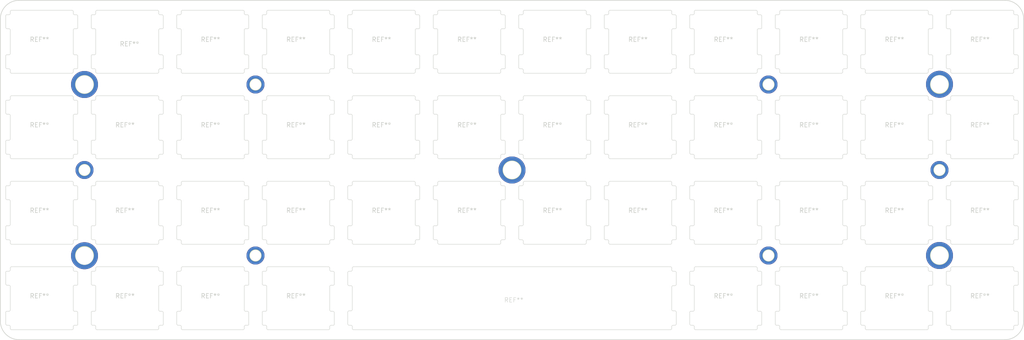
<source format=kicad_pcb>
(kicad_pcb (version 20171130) (host pcbnew 5.1.2)

  (general
    (thickness 1.6)
    (drawings 19)
    (tracks 11)
    (zones 0)
    (modules 45)
    (nets 1)
  )

  (page A4)
  (title_block
    (title SharkPCB)
    (date 2019-02-10)
    (rev V3.0.7)
    (company "Gondolin Electronics")
  )

  (layers
    (0 F.Cu signal)
    (31 B.Cu signal)
    (32 B.Adhes user hide)
    (33 F.Adhes user)
    (34 B.Paste user hide)
    (35 F.Paste user hide)
    (36 B.SilkS user)
    (37 F.SilkS user)
    (38 B.Mask user hide)
    (39 F.Mask user hide)
    (40 Dwgs.User user)
    (41 Cmts.User user)
    (42 Eco1.User user)
    (43 Eco2.User user)
    (44 Edge.Cuts user)
    (45 Margin user hide)
    (46 B.CrtYd user hide)
    (47 F.CrtYd user hide)
    (48 B.Fab user hide)
    (49 F.Fab user hide)
  )

  (setup
    (last_trace_width 0.254)
    (trace_clearance 0.13)
    (zone_clearance 0.127)
    (zone_45_only no)
    (trace_min 0.1)
    (via_size 0.45)
    (via_drill 0.2)
    (via_min_size 0.45)
    (via_min_drill 0.2)
    (uvia_size 0.45)
    (uvia_drill 0.2)
    (uvias_allowed no)
    (uvia_min_size 0.2)
    (uvia_min_drill 0.1)
    (edge_width 0.15)
    (segment_width 0.15)
    (pcb_text_width 0.3)
    (pcb_text_size 1.5 1.5)
    (mod_edge_width 0.15)
    (mod_text_size 1 1)
    (mod_text_width 0.15)
    (pad_size 1 2.2)
    (pad_drill 0.6)
    (pad_to_mask_clearance 0.051)
    (solder_mask_min_width 0.25)
    (aux_axis_origin 0 0)
    (grid_origin 148.463 102.743)
    (visible_elements FFFFFF7F)
    (pcbplotparams
      (layerselection 0x00020_7ffffffe)
      (usegerberextensions true)
      (usegerberattributes false)
      (usegerberadvancedattributes false)
      (creategerberjobfile false)
      (excludeedgelayer false)
      (linewidth 0.100000)
      (plotframeref false)
      (viasonmask false)
      (mode 1)
      (useauxorigin false)
      (hpglpennumber 1)
      (hpglpenspeed 20)
      (hpglpendiameter 15.000000)
      (psnegative false)
      (psa4output false)
      (plotreference false)
      (plotvalue false)
      (plotinvisibletext false)
      (padsonsilk false)
      (subtractmaskfromsilk false)
      (outputformat 5)
      (mirror false)
      (drillshape 0)
      (scaleselection 1)
      (outputdirectory "../../gerbers/"))
  )

  (net 0 "")

  (net_class Default "This is the default net class."
    (clearance 0.13)
    (trace_width 0.254)
    (via_dia 0.45)
    (via_drill 0.2)
    (uvia_dia 0.45)
    (uvia_drill 0.2)
  )

  (net_class Fine ""
    (clearance 0.13)
    (trace_width 0.13)
    (via_dia 0.508)
    (via_drill 0.2032)
    (uvia_dia 0.45)
    (uvia_drill 0.2)
  )

  (module acheronSwitchSlots:slotMX400 (layer F.Cu) (tedit 5C895868) (tstamp 5C712402)
    (at 148.463 131.243)
    (fp_text reference REF** (at 0.4 0.4) (layer Edge.Cuts)
      (effects (font (size 1 1) (thickness 0.1)))
    )
    (fp_text value slotMX400 (at 0.4 -0.6) (layer F.Fab)
      (effects (font (size 1 1) (thickness 0.1)))
    )
    (fp_arc (start -35.8 6.3) (end -35.5 6.3) (angle -90) (layer Edge.Cuts) (width 0.1))
    (fp_line (start -36.2 6) (end -35.8 6) (layer Edge.Cuts) (width 0.1))
    (fp_arc (start -36.2 5.7) (end -36.5 5.7) (angle -90) (layer Edge.Cuts) (width 0.1))
    (fp_line (start -35.8 2.8) (end -36.2 2.8) (layer Edge.Cuts) (width 0.1))
    (fp_arc (start -36.2 -5.7) (end -36.2 -6) (angle -90) (layer Edge.Cuts) (width 0.1))
    (fp_line (start -35.8 -6) (end -36.2 -6) (layer Edge.Cuts) (width 0.1))
    (fp_arc (start -35.2 6.7) (end -35.5 6.7) (angle -90) (layer Edge.Cuts) (width 0.1))
    (fp_arc (start -35.2 -6.7) (end -35.2 -7) (angle -90) (layer Edge.Cuts) (width 0.1))
    (fp_line (start -36.2 -2.8) (end -35.8 -2.8) (layer Edge.Cuts) (width 0.1))
    (fp_line (start -36.5 3.1) (end -36.5 5.7) (layer Edge.Cuts) (width 0.1))
    (fp_line (start -35.5 6.7) (end -35.5 6.3) (layer Edge.Cuts) (width 0.1))
    (fp_arc (start -35.8 2.5) (end -35.8 2.8) (angle -90) (layer Edge.Cuts) (width 0.1))
    (fp_arc (start -35.8 -6.3) (end -35.8 -6) (angle -90) (layer Edge.Cuts) (width 0.1))
    (fp_arc (start -36.2 3.1) (end -36.2 2.8) (angle -90) (layer Edge.Cuts) (width 0.1))
    (fp_line (start -35.5 -6.3) (end -35.5 -6.7) (layer Edge.Cuts) (width 0.1))
    (fp_arc (start -35.8 -2.5) (end -35.5 -2.5) (angle -90) (layer Edge.Cuts) (width 0.1))
    (fp_arc (start -36.2 -3.1) (end -36.5 -3.1) (angle -90) (layer Edge.Cuts) (width 0.1))
    (fp_line (start -36.5 -5.7) (end -36.5 -3.1) (layer Edge.Cuts) (width 0.1))
    (fp_line (start -35.5 2.5) (end -35.5 -2.5) (layer Edge.Cuts) (width 0.1))
    (fp_line (start 35.5 6.3) (end 35.5 6.7) (layer Edge.Cuts) (width 0.1))
    (fp_arc (start 35.8 2.5) (end 35.5 2.5) (angle -90) (layer Edge.Cuts) (width 0.1))
    (fp_line (start 36.2 2.8) (end 35.8 2.8) (layer Edge.Cuts) (width 0.1))
    (fp_arc (start 36.2 3.1) (end 36.5 3.1) (angle -90) (layer Edge.Cuts) (width 0.1))
    (fp_line (start 35.8 6) (end 36.2 6) (layer Edge.Cuts) (width 0.1))
    (fp_line (start 36.5 5.7) (end 36.5 3.1) (layer Edge.Cuts) (width 0.1))
    (fp_line (start 35.5 -2.5) (end 35.5 2.5) (layer Edge.Cuts) (width 0.1))
    (fp_arc (start 35.8 6.3) (end 35.8 6) (angle -90) (layer Edge.Cuts) (width 0.1))
    (fp_arc (start 36.2 5.7) (end 36.2 6) (angle -90) (layer Edge.Cuts) (width 0.1))
    (fp_line (start 35.5 -6.7) (end 35.5 -6.3) (layer Edge.Cuts) (width 0.1))
    (fp_arc (start 35.8 -2.5) (end 35.8 -2.8) (angle -90) (layer Edge.Cuts) (width 0.1))
    (fp_arc (start 35.8 -6.3) (end 35.5 -6.3) (angle -90) (layer Edge.Cuts) (width 0.1))
    (fp_arc (start 36.2 -5.7) (end 36.5 -5.7) (angle -90) (layer Edge.Cuts) (width 0.1))
    (fp_arc (start 36.2 -3.1) (end 36.2 -2.8) (angle -90) (layer Edge.Cuts) (width 0.1))
    (fp_line (start 36.2 -6) (end 35.8 -6) (layer Edge.Cuts) (width 0.1))
    (fp_line (start 36.5 -3.1) (end 36.5 -5.7) (layer Edge.Cuts) (width 0.1))
    (fp_line (start 35.8 -2.8) (end 36.2 -2.8) (layer Edge.Cuts) (width 0.1))
    (fp_line (start 35.2 7) (end -35.2 7) (layer Edge.Cuts) (width 0.1))
    (fp_arc (start 35.2 6.7) (end 35.2 7) (angle -90) (layer Edge.Cuts) (width 0.1))
    (fp_arc (start 35.2 -6.7) (end 35.5 -6.7) (angle -90) (layer Edge.Cuts) (width 0.1))
    (fp_line (start 35.2 -7) (end -35.2 -7) (layer Edge.Cuts) (width 0.1))
  )

  (module acheronSwitchSlots:slotMX100 (layer F.Cu) (tedit 5C8958E0) (tstamp 5C70FF96)
    (at 233.963 131.243 180)
    (fp_text reference REF** (at 0.5 0.5 180) (layer Edge.Cuts)
      (effects (font (size 1 1) (thickness 0.15)))
    )
    (fp_text value slotMX100 (at 0.5 -0.5 180) (layer F.Fab)
      (effects (font (size 1 1) (thickness 0.15)))
    )
    (fp_arc (start -7.8 -5.8) (end -7.8 -6) (angle -90) (layer Edge.Cuts) (width 0.1))
    (fp_arc (start -7.7 -3.2) (end -8 -3.2) (angle -90) (layer Edge.Cuts) (width 0.1))
    (fp_arc (start -7.3 -2.6) (end -7 -2.6) (angle -90) (layer Edge.Cuts) (width 0.1))
    (fp_arc (start -7.3 -6.3) (end -7.3 -6) (angle -90) (layer Edge.Cuts) (width 0.1))
    (fp_line (start -8 -5.8) (end -8 -3.2) (layer Edge.Cuts) (width 0.1))
    (fp_line (start -7.3 -2.9) (end -7.7 -2.9) (layer Edge.Cuts) (width 0.1))
    (fp_line (start -7.8 -6) (end -7.3 -6) (layer Edge.Cuts) (width 0.1))
    (fp_arc (start -7.3 6.3) (end -7 6.3) (angle -90) (layer Edge.Cuts) (width 0.1))
    (fp_arc (start -7.7 5.7) (end -8 5.7) (angle -90) (layer Edge.Cuts) (width 0.1))
    (fp_line (start -7.8 2.9) (end -7.3 2.9) (layer Edge.Cuts) (width 0.1))
    (fp_line (start -8 3.1) (end -8 5.7) (layer Edge.Cuts) (width 0.1))
    (fp_line (start -7.3 6) (end -7.7 6) (layer Edge.Cuts) (width 0.1))
    (fp_arc (start -7.3 2.6) (end -7.3 2.9) (angle -90) (layer Edge.Cuts) (width 0.1))
    (fp_arc (start -7.8 3.1) (end -7.8 2.9) (angle -90) (layer Edge.Cuts) (width 0.1))
    (fp_arc (start 7.8 5.8) (end 7.8 6) (angle -90) (layer Edge.Cuts) (width 0.1))
    (fp_arc (start 7.3 6.3) (end 7.3 6) (angle -90) (layer Edge.Cuts) (width 0.1))
    (fp_line (start 7.3 2.9) (end 7.7 2.9) (layer Edge.Cuts) (width 0.1))
    (fp_line (start 8 5.8) (end 8 3.2) (layer Edge.Cuts) (width 0.1))
    (fp_line (start 7.8 6) (end 7.3 6) (layer Edge.Cuts) (width 0.1))
    (fp_arc (start 7.7 3.2) (end 8 3.2) (angle -90) (layer Edge.Cuts) (width 0.1))
    (fp_arc (start 7.3 2.6) (end 7 2.6) (angle -90) (layer Edge.Cuts) (width 0.1))
    (fp_line (start 7 -6.7) (end 7 -6.3) (layer Edge.Cuts) (width 0.1))
    (fp_arc (start 7.7 -5.7) (end 8 -5.7) (angle -90) (layer Edge.Cuts) (width 0.1))
    (fp_arc (start 7.3 -6.3) (end 7 -6.3) (angle -90) (layer Edge.Cuts) (width 0.1))
    (fp_arc (start 6.7 6.7) (end 6.7 7) (angle -90) (layer Edge.Cuts) (width 0.1))
    (fp_line (start 7 2.6) (end 7 -2.6) (layer Edge.Cuts) (width 0.1))
    (fp_line (start 7.8 -2.9) (end 7.3 -2.9) (layer Edge.Cuts) (width 0.1))
    (fp_line (start 8 -3.1) (end 8 -5.7) (layer Edge.Cuts) (width 0.1))
    (fp_line (start 7.3 -6) (end 7.7 -6) (layer Edge.Cuts) (width 0.1))
    (fp_arc (start 7.3 -2.6) (end 7.3 -2.9) (angle -90) (layer Edge.Cuts) (width 0.1))
    (fp_arc (start 7.8 -3.1) (end 7.8 -2.9) (angle -90) (layer Edge.Cuts) (width 0.1))
    (fp_arc (start 6.7 -6.7) (end 7 -6.7) (angle -90) (layer Edge.Cuts) (width 0.1))
    (fp_line (start 7 6.3) (end 7 6.7) (layer Edge.Cuts) (width 0.1))
    (fp_line (start -7 -6.3) (end -7 -6.7) (layer Edge.Cuts) (width 0.1))
    (fp_line (start -7 -2.6) (end -7 2.6) (layer Edge.Cuts) (width 0.1))
    (fp_line (start 6.7 -7) (end -6.7 -7) (layer Edge.Cuts) (width 0.1))
    (fp_arc (start -6.7 -6.7) (end -6.7 -7) (angle -90) (layer Edge.Cuts) (width 0.1))
    (fp_line (start -7 6.7) (end -7 6.3) (layer Edge.Cuts) (width 0.1))
    (fp_arc (start -6.7 6.7) (end -7 6.7) (angle -90) (layer Edge.Cuts) (width 0.1))
    (fp_line (start 6.7 7) (end -6.7 7) (layer Edge.Cuts) (width 0.1))
    (model ${ACHERONLIB}/3d_models/mx_switch.step
      (offset (xyz -7.35 -7.3 1))
      (scale (xyz 1 1 1))
      (rotate (xyz -90 0 0))
    )
  )

  (module acheronSwitchSlots:slotMX100 (layer F.Cu) (tedit 5C8958E0) (tstamp 5C70FF8B)
    (at 233.963 112.243 180)
    (fp_text reference REF** (at 0.5 0.5 180) (layer Edge.Cuts)
      (effects (font (size 1 1) (thickness 0.15)))
    )
    (fp_text value slotMX100 (at 0.5 -0.5 180) (layer F.Fab)
      (effects (font (size 1 1) (thickness 0.15)))
    )
    (fp_arc (start -7.8 -5.8) (end -7.8 -6) (angle -90) (layer Edge.Cuts) (width 0.1))
    (fp_arc (start -7.7 -3.2) (end -8 -3.2) (angle -90) (layer Edge.Cuts) (width 0.1))
    (fp_arc (start -7.3 -2.6) (end -7 -2.6) (angle -90) (layer Edge.Cuts) (width 0.1))
    (fp_arc (start -7.3 -6.3) (end -7.3 -6) (angle -90) (layer Edge.Cuts) (width 0.1))
    (fp_line (start -8 -5.8) (end -8 -3.2) (layer Edge.Cuts) (width 0.1))
    (fp_line (start -7.3 -2.9) (end -7.7 -2.9) (layer Edge.Cuts) (width 0.1))
    (fp_line (start -7.8 -6) (end -7.3 -6) (layer Edge.Cuts) (width 0.1))
    (fp_arc (start -7.3 6.3) (end -7 6.3) (angle -90) (layer Edge.Cuts) (width 0.1))
    (fp_arc (start -7.7 5.7) (end -8 5.7) (angle -90) (layer Edge.Cuts) (width 0.1))
    (fp_line (start -7.8 2.9) (end -7.3 2.9) (layer Edge.Cuts) (width 0.1))
    (fp_line (start -8 3.1) (end -8 5.7) (layer Edge.Cuts) (width 0.1))
    (fp_line (start -7.3 6) (end -7.7 6) (layer Edge.Cuts) (width 0.1))
    (fp_arc (start -7.3 2.6) (end -7.3 2.9) (angle -90) (layer Edge.Cuts) (width 0.1))
    (fp_arc (start -7.8 3.1) (end -7.8 2.9) (angle -90) (layer Edge.Cuts) (width 0.1))
    (fp_arc (start 7.8 5.8) (end 7.8 6) (angle -90) (layer Edge.Cuts) (width 0.1))
    (fp_arc (start 7.3 6.3) (end 7.3 6) (angle -90) (layer Edge.Cuts) (width 0.1))
    (fp_line (start 7.3 2.9) (end 7.7 2.9) (layer Edge.Cuts) (width 0.1))
    (fp_line (start 8 5.8) (end 8 3.2) (layer Edge.Cuts) (width 0.1))
    (fp_line (start 7.8 6) (end 7.3 6) (layer Edge.Cuts) (width 0.1))
    (fp_arc (start 7.7 3.2) (end 8 3.2) (angle -90) (layer Edge.Cuts) (width 0.1))
    (fp_arc (start 7.3 2.6) (end 7 2.6) (angle -90) (layer Edge.Cuts) (width 0.1))
    (fp_line (start 7 -6.7) (end 7 -6.3) (layer Edge.Cuts) (width 0.1))
    (fp_arc (start 7.7 -5.7) (end 8 -5.7) (angle -90) (layer Edge.Cuts) (width 0.1))
    (fp_arc (start 7.3 -6.3) (end 7 -6.3) (angle -90) (layer Edge.Cuts) (width 0.1))
    (fp_arc (start 6.7 6.7) (end 6.7 7) (angle -90) (layer Edge.Cuts) (width 0.1))
    (fp_line (start 7 2.6) (end 7 -2.6) (layer Edge.Cuts) (width 0.1))
    (fp_line (start 7.8 -2.9) (end 7.3 -2.9) (layer Edge.Cuts) (width 0.1))
    (fp_line (start 8 -3.1) (end 8 -5.7) (layer Edge.Cuts) (width 0.1))
    (fp_line (start 7.3 -6) (end 7.7 -6) (layer Edge.Cuts) (width 0.1))
    (fp_arc (start 7.3 -2.6) (end 7.3 -2.9) (angle -90) (layer Edge.Cuts) (width 0.1))
    (fp_arc (start 7.8 -3.1) (end 7.8 -2.9) (angle -90) (layer Edge.Cuts) (width 0.1))
    (fp_arc (start 6.7 -6.7) (end 7 -6.7) (angle -90) (layer Edge.Cuts) (width 0.1))
    (fp_line (start 7 6.3) (end 7 6.7) (layer Edge.Cuts) (width 0.1))
    (fp_line (start -7 -6.3) (end -7 -6.7) (layer Edge.Cuts) (width 0.1))
    (fp_line (start -7 -2.6) (end -7 2.6) (layer Edge.Cuts) (width 0.1))
    (fp_line (start 6.7 -7) (end -6.7 -7) (layer Edge.Cuts) (width 0.1))
    (fp_arc (start -6.7 -6.7) (end -6.7 -7) (angle -90) (layer Edge.Cuts) (width 0.1))
    (fp_line (start -7 6.7) (end -7 6.3) (layer Edge.Cuts) (width 0.1))
    (fp_arc (start -6.7 6.7) (end -7 6.7) (angle -90) (layer Edge.Cuts) (width 0.1))
    (fp_line (start 6.7 7) (end -6.7 7) (layer Edge.Cuts) (width 0.1))
    (model ${ACHERONLIB}/3d_models/mx_switch.step
      (offset (xyz -7.35 -7.3 1))
      (scale (xyz 1 1 1))
      (rotate (xyz -90 0 0))
    )
  )

  (module acheronSwitchSlots:slotMX100 (layer F.Cu) (tedit 5C8958E0) (tstamp 5C70FF80)
    (at 233.963 74.243 180)
    (fp_text reference REF** (at 0.5 0.5 180) (layer Edge.Cuts)
      (effects (font (size 1 1) (thickness 0.15)))
    )
    (fp_text value slotMX100 (at 0.5 -0.5 180) (layer F.Fab)
      (effects (font (size 1 1) (thickness 0.15)))
    )
    (fp_arc (start -7.8 -5.8) (end -7.8 -6) (angle -90) (layer Edge.Cuts) (width 0.1))
    (fp_arc (start -7.7 -3.2) (end -8 -3.2) (angle -90) (layer Edge.Cuts) (width 0.1))
    (fp_arc (start -7.3 -2.6) (end -7 -2.6) (angle -90) (layer Edge.Cuts) (width 0.1))
    (fp_arc (start -7.3 -6.3) (end -7.3 -6) (angle -90) (layer Edge.Cuts) (width 0.1))
    (fp_line (start -8 -5.8) (end -8 -3.2) (layer Edge.Cuts) (width 0.1))
    (fp_line (start -7.3 -2.9) (end -7.7 -2.9) (layer Edge.Cuts) (width 0.1))
    (fp_line (start -7.8 -6) (end -7.3 -6) (layer Edge.Cuts) (width 0.1))
    (fp_arc (start -7.3 6.3) (end -7 6.3) (angle -90) (layer Edge.Cuts) (width 0.1))
    (fp_arc (start -7.7 5.7) (end -8 5.7) (angle -90) (layer Edge.Cuts) (width 0.1))
    (fp_line (start -7.8 2.9) (end -7.3 2.9) (layer Edge.Cuts) (width 0.1))
    (fp_line (start -8 3.1) (end -8 5.7) (layer Edge.Cuts) (width 0.1))
    (fp_line (start -7.3 6) (end -7.7 6) (layer Edge.Cuts) (width 0.1))
    (fp_arc (start -7.3 2.6) (end -7.3 2.9) (angle -90) (layer Edge.Cuts) (width 0.1))
    (fp_arc (start -7.8 3.1) (end -7.8 2.9) (angle -90) (layer Edge.Cuts) (width 0.1))
    (fp_arc (start 7.8 5.8) (end 7.8 6) (angle -90) (layer Edge.Cuts) (width 0.1))
    (fp_arc (start 7.3 6.3) (end 7.3 6) (angle -90) (layer Edge.Cuts) (width 0.1))
    (fp_line (start 7.3 2.9) (end 7.7 2.9) (layer Edge.Cuts) (width 0.1))
    (fp_line (start 8 5.8) (end 8 3.2) (layer Edge.Cuts) (width 0.1))
    (fp_line (start 7.8 6) (end 7.3 6) (layer Edge.Cuts) (width 0.1))
    (fp_arc (start 7.7 3.2) (end 8 3.2) (angle -90) (layer Edge.Cuts) (width 0.1))
    (fp_arc (start 7.3 2.6) (end 7 2.6) (angle -90) (layer Edge.Cuts) (width 0.1))
    (fp_line (start 7 -6.7) (end 7 -6.3) (layer Edge.Cuts) (width 0.1))
    (fp_arc (start 7.7 -5.7) (end 8 -5.7) (angle -90) (layer Edge.Cuts) (width 0.1))
    (fp_arc (start 7.3 -6.3) (end 7 -6.3) (angle -90) (layer Edge.Cuts) (width 0.1))
    (fp_arc (start 6.7 6.7) (end 6.7 7) (angle -90) (layer Edge.Cuts) (width 0.1))
    (fp_line (start 7 2.6) (end 7 -2.6) (layer Edge.Cuts) (width 0.1))
    (fp_line (start 7.8 -2.9) (end 7.3 -2.9) (layer Edge.Cuts) (width 0.1))
    (fp_line (start 8 -3.1) (end 8 -5.7) (layer Edge.Cuts) (width 0.1))
    (fp_line (start 7.3 -6) (end 7.7 -6) (layer Edge.Cuts) (width 0.1))
    (fp_arc (start 7.3 -2.6) (end 7.3 -2.9) (angle -90) (layer Edge.Cuts) (width 0.1))
    (fp_arc (start 7.8 -3.1) (end 7.8 -2.9) (angle -90) (layer Edge.Cuts) (width 0.1))
    (fp_arc (start 6.7 -6.7) (end 7 -6.7) (angle -90) (layer Edge.Cuts) (width 0.1))
    (fp_line (start 7 6.3) (end 7 6.7) (layer Edge.Cuts) (width 0.1))
    (fp_line (start -7 -6.3) (end -7 -6.7) (layer Edge.Cuts) (width 0.1))
    (fp_line (start -7 -2.6) (end -7 2.6) (layer Edge.Cuts) (width 0.1))
    (fp_line (start 6.7 -7) (end -6.7 -7) (layer Edge.Cuts) (width 0.1))
    (fp_arc (start -6.7 -6.7) (end -6.7 -7) (angle -90) (layer Edge.Cuts) (width 0.1))
    (fp_line (start -7 6.7) (end -7 6.3) (layer Edge.Cuts) (width 0.1))
    (fp_arc (start -6.7 6.7) (end -7 6.7) (angle -90) (layer Edge.Cuts) (width 0.1))
    (fp_line (start 6.7 7) (end -6.7 7) (layer Edge.Cuts) (width 0.1))
    (model ${ACHERONLIB}/3d_models/mx_switch.step
      (offset (xyz -7.35 -7.3 1))
      (scale (xyz 1 1 1))
      (rotate (xyz -90 0 0))
    )
  )

  (module acheronSwitchSlots:slotMX100 (layer F.Cu) (tedit 5C8958E0) (tstamp 5C70FDE6)
    (at 81.963 131.243 180)
    (fp_text reference REF** (at 0.5 0.5 180) (layer Edge.Cuts)
      (effects (font (size 1 1) (thickness 0.15)))
    )
    (fp_text value slotMX100 (at 0.5 -0.5 180) (layer F.Fab)
      (effects (font (size 1 1) (thickness 0.15)))
    )
    (fp_arc (start -7.8 -5.8) (end -7.8 -6) (angle -90) (layer Edge.Cuts) (width 0.1))
    (fp_arc (start -7.7 -3.2) (end -8 -3.2) (angle -90) (layer Edge.Cuts) (width 0.1))
    (fp_arc (start -7.3 -2.6) (end -7 -2.6) (angle -90) (layer Edge.Cuts) (width 0.1))
    (fp_arc (start -7.3 -6.3) (end -7.3 -6) (angle -90) (layer Edge.Cuts) (width 0.1))
    (fp_line (start -8 -5.8) (end -8 -3.2) (layer Edge.Cuts) (width 0.1))
    (fp_line (start -7.3 -2.9) (end -7.7 -2.9) (layer Edge.Cuts) (width 0.1))
    (fp_line (start -7.8 -6) (end -7.3 -6) (layer Edge.Cuts) (width 0.1))
    (fp_arc (start -7.3 6.3) (end -7 6.3) (angle -90) (layer Edge.Cuts) (width 0.1))
    (fp_arc (start -7.7 5.7) (end -8 5.7) (angle -90) (layer Edge.Cuts) (width 0.1))
    (fp_line (start -7.8 2.9) (end -7.3 2.9) (layer Edge.Cuts) (width 0.1))
    (fp_line (start -8 3.1) (end -8 5.7) (layer Edge.Cuts) (width 0.1))
    (fp_line (start -7.3 6) (end -7.7 6) (layer Edge.Cuts) (width 0.1))
    (fp_arc (start -7.3 2.6) (end -7.3 2.9) (angle -90) (layer Edge.Cuts) (width 0.1))
    (fp_arc (start -7.8 3.1) (end -7.8 2.9) (angle -90) (layer Edge.Cuts) (width 0.1))
    (fp_arc (start 7.8 5.8) (end 7.8 6) (angle -90) (layer Edge.Cuts) (width 0.1))
    (fp_arc (start 7.3 6.3) (end 7.3 6) (angle -90) (layer Edge.Cuts) (width 0.1))
    (fp_line (start 7.3 2.9) (end 7.7 2.9) (layer Edge.Cuts) (width 0.1))
    (fp_line (start 8 5.8) (end 8 3.2) (layer Edge.Cuts) (width 0.1))
    (fp_line (start 7.8 6) (end 7.3 6) (layer Edge.Cuts) (width 0.1))
    (fp_arc (start 7.7 3.2) (end 8 3.2) (angle -90) (layer Edge.Cuts) (width 0.1))
    (fp_arc (start 7.3 2.6) (end 7 2.6) (angle -90) (layer Edge.Cuts) (width 0.1))
    (fp_line (start 7 -6.7) (end 7 -6.3) (layer Edge.Cuts) (width 0.1))
    (fp_arc (start 7.7 -5.7) (end 8 -5.7) (angle -90) (layer Edge.Cuts) (width 0.1))
    (fp_arc (start 7.3 -6.3) (end 7 -6.3) (angle -90) (layer Edge.Cuts) (width 0.1))
    (fp_arc (start 6.7 6.7) (end 6.7 7) (angle -90) (layer Edge.Cuts) (width 0.1))
    (fp_line (start 7 2.6) (end 7 -2.6) (layer Edge.Cuts) (width 0.1))
    (fp_line (start 7.8 -2.9) (end 7.3 -2.9) (layer Edge.Cuts) (width 0.1))
    (fp_line (start 8 -3.1) (end 8 -5.7) (layer Edge.Cuts) (width 0.1))
    (fp_line (start 7.3 -6) (end 7.7 -6) (layer Edge.Cuts) (width 0.1))
    (fp_arc (start 7.3 -2.6) (end 7.3 -2.9) (angle -90) (layer Edge.Cuts) (width 0.1))
    (fp_arc (start 7.8 -3.1) (end 7.8 -2.9) (angle -90) (layer Edge.Cuts) (width 0.1))
    (fp_arc (start 6.7 -6.7) (end 7 -6.7) (angle -90) (layer Edge.Cuts) (width 0.1))
    (fp_line (start 7 6.3) (end 7 6.7) (layer Edge.Cuts) (width 0.1))
    (fp_line (start -7 -6.3) (end -7 -6.7) (layer Edge.Cuts) (width 0.1))
    (fp_line (start -7 -2.6) (end -7 2.6) (layer Edge.Cuts) (width 0.1))
    (fp_line (start 6.7 -7) (end -6.7 -7) (layer Edge.Cuts) (width 0.1))
    (fp_arc (start -6.7 -6.7) (end -6.7 -7) (angle -90) (layer Edge.Cuts) (width 0.1))
    (fp_line (start -7 6.7) (end -7 6.3) (layer Edge.Cuts) (width 0.1))
    (fp_arc (start -6.7 6.7) (end -7 6.7) (angle -90) (layer Edge.Cuts) (width 0.1))
    (fp_line (start 6.7 7) (end -6.7 7) (layer Edge.Cuts) (width 0.1))
    (model ${ACHERONLIB}/3d_models/mx_switch.step
      (offset (xyz -7.35 -7.3 1))
      (scale (xyz 1 1 1))
      (rotate (xyz -90 0 0))
    )
  )

  (module acheronSwitchSlots:slotMX100 (layer F.Cu) (tedit 5C8958E0) (tstamp 5C70FDDB)
    (at 252.963 131.243 180)
    (fp_text reference REF** (at 0.5 0.5 180) (layer Edge.Cuts)
      (effects (font (size 1 1) (thickness 0.15)))
    )
    (fp_text value slotMX100 (at 0.5 -0.5 180) (layer F.Fab)
      (effects (font (size 1 1) (thickness 0.15)))
    )
    (fp_arc (start -7.8 -5.8) (end -7.8 -6) (angle -90) (layer Edge.Cuts) (width 0.1))
    (fp_arc (start -7.7 -3.2) (end -8 -3.2) (angle -90) (layer Edge.Cuts) (width 0.1))
    (fp_arc (start -7.3 -2.6) (end -7 -2.6) (angle -90) (layer Edge.Cuts) (width 0.1))
    (fp_arc (start -7.3 -6.3) (end -7.3 -6) (angle -90) (layer Edge.Cuts) (width 0.1))
    (fp_line (start -8 -5.8) (end -8 -3.2) (layer Edge.Cuts) (width 0.1))
    (fp_line (start -7.3 -2.9) (end -7.7 -2.9) (layer Edge.Cuts) (width 0.1))
    (fp_line (start -7.8 -6) (end -7.3 -6) (layer Edge.Cuts) (width 0.1))
    (fp_arc (start -7.3 6.3) (end -7 6.3) (angle -90) (layer Edge.Cuts) (width 0.1))
    (fp_arc (start -7.7 5.7) (end -8 5.7) (angle -90) (layer Edge.Cuts) (width 0.1))
    (fp_line (start -7.8 2.9) (end -7.3 2.9) (layer Edge.Cuts) (width 0.1))
    (fp_line (start -8 3.1) (end -8 5.7) (layer Edge.Cuts) (width 0.1))
    (fp_line (start -7.3 6) (end -7.7 6) (layer Edge.Cuts) (width 0.1))
    (fp_arc (start -7.3 2.6) (end -7.3 2.9) (angle -90) (layer Edge.Cuts) (width 0.1))
    (fp_arc (start -7.8 3.1) (end -7.8 2.9) (angle -90) (layer Edge.Cuts) (width 0.1))
    (fp_arc (start 7.8 5.8) (end 7.8 6) (angle -90) (layer Edge.Cuts) (width 0.1))
    (fp_arc (start 7.3 6.3) (end 7.3 6) (angle -90) (layer Edge.Cuts) (width 0.1))
    (fp_line (start 7.3 2.9) (end 7.7 2.9) (layer Edge.Cuts) (width 0.1))
    (fp_line (start 8 5.8) (end 8 3.2) (layer Edge.Cuts) (width 0.1))
    (fp_line (start 7.8 6) (end 7.3 6) (layer Edge.Cuts) (width 0.1))
    (fp_arc (start 7.7 3.2) (end 8 3.2) (angle -90) (layer Edge.Cuts) (width 0.1))
    (fp_arc (start 7.3 2.6) (end 7 2.6) (angle -90) (layer Edge.Cuts) (width 0.1))
    (fp_line (start 7 -6.7) (end 7 -6.3) (layer Edge.Cuts) (width 0.1))
    (fp_arc (start 7.7 -5.7) (end 8 -5.7) (angle -90) (layer Edge.Cuts) (width 0.1))
    (fp_arc (start 7.3 -6.3) (end 7 -6.3) (angle -90) (layer Edge.Cuts) (width 0.1))
    (fp_arc (start 6.7 6.7) (end 6.7 7) (angle -90) (layer Edge.Cuts) (width 0.1))
    (fp_line (start 7 2.6) (end 7 -2.6) (layer Edge.Cuts) (width 0.1))
    (fp_line (start 7.8 -2.9) (end 7.3 -2.9) (layer Edge.Cuts) (width 0.1))
    (fp_line (start 8 -3.1) (end 8 -5.7) (layer Edge.Cuts) (width 0.1))
    (fp_line (start 7.3 -6) (end 7.7 -6) (layer Edge.Cuts) (width 0.1))
    (fp_arc (start 7.3 -2.6) (end 7.3 -2.9) (angle -90) (layer Edge.Cuts) (width 0.1))
    (fp_arc (start 7.8 -3.1) (end 7.8 -2.9) (angle -90) (layer Edge.Cuts) (width 0.1))
    (fp_arc (start 6.7 -6.7) (end 7 -6.7) (angle -90) (layer Edge.Cuts) (width 0.1))
    (fp_line (start 7 6.3) (end 7 6.7) (layer Edge.Cuts) (width 0.1))
    (fp_line (start -7 -6.3) (end -7 -6.7) (layer Edge.Cuts) (width 0.1))
    (fp_line (start -7 -2.6) (end -7 2.6) (layer Edge.Cuts) (width 0.1))
    (fp_line (start 6.7 -7) (end -6.7 -7) (layer Edge.Cuts) (width 0.1))
    (fp_arc (start -6.7 -6.7) (end -6.7 -7) (angle -90) (layer Edge.Cuts) (width 0.1))
    (fp_line (start -7 6.7) (end -7 6.3) (layer Edge.Cuts) (width 0.1))
    (fp_arc (start -6.7 6.7) (end -7 6.7) (angle -90) (layer Edge.Cuts) (width 0.1))
    (fp_line (start 6.7 7) (end -6.7 7) (layer Edge.Cuts) (width 0.1))
    (model ${ACHERONLIB}/3d_models/mx_switch.step
      (offset (xyz -7.35 -7.3 1))
      (scale (xyz 1 1 1))
      (rotate (xyz -90 0 0))
    )
  )

  (module acheronSwitchSlots:slotMX100 (layer F.Cu) (tedit 5C8958E0) (tstamp 5C70FDC5)
    (at 195.963 131.243 180)
    (fp_text reference REF** (at 0.5 0.5 180) (layer Edge.Cuts)
      (effects (font (size 1 1) (thickness 0.15)))
    )
    (fp_text value slotMX100 (at 0.5 -0.5 180) (layer F.Fab)
      (effects (font (size 1 1) (thickness 0.15)))
    )
    (fp_arc (start -7.8 -5.8) (end -7.8 -6) (angle -90) (layer Edge.Cuts) (width 0.1))
    (fp_arc (start -7.7 -3.2) (end -8 -3.2) (angle -90) (layer Edge.Cuts) (width 0.1))
    (fp_arc (start -7.3 -2.6) (end -7 -2.6) (angle -90) (layer Edge.Cuts) (width 0.1))
    (fp_arc (start -7.3 -6.3) (end -7.3 -6) (angle -90) (layer Edge.Cuts) (width 0.1))
    (fp_line (start -8 -5.8) (end -8 -3.2) (layer Edge.Cuts) (width 0.1))
    (fp_line (start -7.3 -2.9) (end -7.7 -2.9) (layer Edge.Cuts) (width 0.1))
    (fp_line (start -7.8 -6) (end -7.3 -6) (layer Edge.Cuts) (width 0.1))
    (fp_arc (start -7.3 6.3) (end -7 6.3) (angle -90) (layer Edge.Cuts) (width 0.1))
    (fp_arc (start -7.7 5.7) (end -8 5.7) (angle -90) (layer Edge.Cuts) (width 0.1))
    (fp_line (start -7.8 2.9) (end -7.3 2.9) (layer Edge.Cuts) (width 0.1))
    (fp_line (start -8 3.1) (end -8 5.7) (layer Edge.Cuts) (width 0.1))
    (fp_line (start -7.3 6) (end -7.7 6) (layer Edge.Cuts) (width 0.1))
    (fp_arc (start -7.3 2.6) (end -7.3 2.9) (angle -90) (layer Edge.Cuts) (width 0.1))
    (fp_arc (start -7.8 3.1) (end -7.8 2.9) (angle -90) (layer Edge.Cuts) (width 0.1))
    (fp_arc (start 7.8 5.8) (end 7.8 6) (angle -90) (layer Edge.Cuts) (width 0.1))
    (fp_arc (start 7.3 6.3) (end 7.3 6) (angle -90) (layer Edge.Cuts) (width 0.1))
    (fp_line (start 7.3 2.9) (end 7.7 2.9) (layer Edge.Cuts) (width 0.1))
    (fp_line (start 8 5.8) (end 8 3.2) (layer Edge.Cuts) (width 0.1))
    (fp_line (start 7.8 6) (end 7.3 6) (layer Edge.Cuts) (width 0.1))
    (fp_arc (start 7.7 3.2) (end 8 3.2) (angle -90) (layer Edge.Cuts) (width 0.1))
    (fp_arc (start 7.3 2.6) (end 7 2.6) (angle -90) (layer Edge.Cuts) (width 0.1))
    (fp_line (start 7 -6.7) (end 7 -6.3) (layer Edge.Cuts) (width 0.1))
    (fp_arc (start 7.7 -5.7) (end 8 -5.7) (angle -90) (layer Edge.Cuts) (width 0.1))
    (fp_arc (start 7.3 -6.3) (end 7 -6.3) (angle -90) (layer Edge.Cuts) (width 0.1))
    (fp_arc (start 6.7 6.7) (end 6.7 7) (angle -90) (layer Edge.Cuts) (width 0.1))
    (fp_line (start 7 2.6) (end 7 -2.6) (layer Edge.Cuts) (width 0.1))
    (fp_line (start 7.8 -2.9) (end 7.3 -2.9) (layer Edge.Cuts) (width 0.1))
    (fp_line (start 8 -3.1) (end 8 -5.7) (layer Edge.Cuts) (width 0.1))
    (fp_line (start 7.3 -6) (end 7.7 -6) (layer Edge.Cuts) (width 0.1))
    (fp_arc (start 7.3 -2.6) (end 7.3 -2.9) (angle -90) (layer Edge.Cuts) (width 0.1))
    (fp_arc (start 7.8 -3.1) (end 7.8 -2.9) (angle -90) (layer Edge.Cuts) (width 0.1))
    (fp_arc (start 6.7 -6.7) (end 7 -6.7) (angle -90) (layer Edge.Cuts) (width 0.1))
    (fp_line (start 7 6.3) (end 7 6.7) (layer Edge.Cuts) (width 0.1))
    (fp_line (start -7 -6.3) (end -7 -6.7) (layer Edge.Cuts) (width 0.1))
    (fp_line (start -7 -2.6) (end -7 2.6) (layer Edge.Cuts) (width 0.1))
    (fp_line (start 6.7 -7) (end -6.7 -7) (layer Edge.Cuts) (width 0.1))
    (fp_arc (start -6.7 -6.7) (end -6.7 -7) (angle -90) (layer Edge.Cuts) (width 0.1))
    (fp_line (start -7 6.7) (end -7 6.3) (layer Edge.Cuts) (width 0.1))
    (fp_arc (start -6.7 6.7) (end -7 6.7) (angle -90) (layer Edge.Cuts) (width 0.1))
    (fp_line (start 6.7 7) (end -6.7 7) (layer Edge.Cuts) (width 0.1))
    (model ${ACHERONLIB}/3d_models/mx_switch.step
      (offset (xyz -7.35 -7.3 1))
      (scale (xyz 1 1 1))
      (rotate (xyz -90 0 0))
    )
  )

  (module acheronSwitchSlots:slotMX100 (layer F.Cu) (tedit 5C8958E0) (tstamp 5C70FDA4)
    (at 100.963 131.243 180)
    (fp_text reference REF** (at 0.5 0.5 180) (layer Edge.Cuts)
      (effects (font (size 1 1) (thickness 0.15)))
    )
    (fp_text value slotMX100 (at 0.5 -0.5 180) (layer F.Fab)
      (effects (font (size 1 1) (thickness 0.15)))
    )
    (fp_arc (start -7.8 -5.8) (end -7.8 -6) (angle -90) (layer Edge.Cuts) (width 0.1))
    (fp_arc (start -7.7 -3.2) (end -8 -3.2) (angle -90) (layer Edge.Cuts) (width 0.1))
    (fp_arc (start -7.3 -2.6) (end -7 -2.6) (angle -90) (layer Edge.Cuts) (width 0.1))
    (fp_arc (start -7.3 -6.3) (end -7.3 -6) (angle -90) (layer Edge.Cuts) (width 0.1))
    (fp_line (start -8 -5.8) (end -8 -3.2) (layer Edge.Cuts) (width 0.1))
    (fp_line (start -7.3 -2.9) (end -7.7 -2.9) (layer Edge.Cuts) (width 0.1))
    (fp_line (start -7.8 -6) (end -7.3 -6) (layer Edge.Cuts) (width 0.1))
    (fp_arc (start -7.3 6.3) (end -7 6.3) (angle -90) (layer Edge.Cuts) (width 0.1))
    (fp_arc (start -7.7 5.7) (end -8 5.7) (angle -90) (layer Edge.Cuts) (width 0.1))
    (fp_line (start -7.8 2.9) (end -7.3 2.9) (layer Edge.Cuts) (width 0.1))
    (fp_line (start -8 3.1) (end -8 5.7) (layer Edge.Cuts) (width 0.1))
    (fp_line (start -7.3 6) (end -7.7 6) (layer Edge.Cuts) (width 0.1))
    (fp_arc (start -7.3 2.6) (end -7.3 2.9) (angle -90) (layer Edge.Cuts) (width 0.1))
    (fp_arc (start -7.8 3.1) (end -7.8 2.9) (angle -90) (layer Edge.Cuts) (width 0.1))
    (fp_arc (start 7.8 5.8) (end 7.8 6) (angle -90) (layer Edge.Cuts) (width 0.1))
    (fp_arc (start 7.3 6.3) (end 7.3 6) (angle -90) (layer Edge.Cuts) (width 0.1))
    (fp_line (start 7.3 2.9) (end 7.7 2.9) (layer Edge.Cuts) (width 0.1))
    (fp_line (start 8 5.8) (end 8 3.2) (layer Edge.Cuts) (width 0.1))
    (fp_line (start 7.8 6) (end 7.3 6) (layer Edge.Cuts) (width 0.1))
    (fp_arc (start 7.7 3.2) (end 8 3.2) (angle -90) (layer Edge.Cuts) (width 0.1))
    (fp_arc (start 7.3 2.6) (end 7 2.6) (angle -90) (layer Edge.Cuts) (width 0.1))
    (fp_line (start 7 -6.7) (end 7 -6.3) (layer Edge.Cuts) (width 0.1))
    (fp_arc (start 7.7 -5.7) (end 8 -5.7) (angle -90) (layer Edge.Cuts) (width 0.1))
    (fp_arc (start 7.3 -6.3) (end 7 -6.3) (angle -90) (layer Edge.Cuts) (width 0.1))
    (fp_arc (start 6.7 6.7) (end 6.7 7) (angle -90) (layer Edge.Cuts) (width 0.1))
    (fp_line (start 7 2.6) (end 7 -2.6) (layer Edge.Cuts) (width 0.1))
    (fp_line (start 7.8 -2.9) (end 7.3 -2.9) (layer Edge.Cuts) (width 0.1))
    (fp_line (start 8 -3.1) (end 8 -5.7) (layer Edge.Cuts) (width 0.1))
    (fp_line (start 7.3 -6) (end 7.7 -6) (layer Edge.Cuts) (width 0.1))
    (fp_arc (start 7.3 -2.6) (end 7.3 -2.9) (angle -90) (layer Edge.Cuts) (width 0.1))
    (fp_arc (start 7.8 -3.1) (end 7.8 -2.9) (angle -90) (layer Edge.Cuts) (width 0.1))
    (fp_arc (start 6.7 -6.7) (end 7 -6.7) (angle -90) (layer Edge.Cuts) (width 0.1))
    (fp_line (start 7 6.3) (end 7 6.7) (layer Edge.Cuts) (width 0.1))
    (fp_line (start -7 -6.3) (end -7 -6.7) (layer Edge.Cuts) (width 0.1))
    (fp_line (start -7 -2.6) (end -7 2.6) (layer Edge.Cuts) (width 0.1))
    (fp_line (start 6.7 -7) (end -6.7 -7) (layer Edge.Cuts) (width 0.1))
    (fp_arc (start -6.7 -6.7) (end -6.7 -7) (angle -90) (layer Edge.Cuts) (width 0.1))
    (fp_line (start -7 6.7) (end -7 6.3) (layer Edge.Cuts) (width 0.1))
    (fp_arc (start -6.7 6.7) (end -7 6.7) (angle -90) (layer Edge.Cuts) (width 0.1))
    (fp_line (start 6.7 7) (end -6.7 7) (layer Edge.Cuts) (width 0.1))
    (model ${ACHERONLIB}/3d_models/mx_switch.step
      (offset (xyz -7.35 -7.3 1))
      (scale (xyz 1 1 1))
      (rotate (xyz -90 0 0))
    )
  )

  (module acheronSwitchSlots:slotMX100 (layer F.Cu) (tedit 5C8958E0) (tstamp 5C70FD8E)
    (at 214.963 131.243 180)
    (fp_text reference REF** (at 0.5 0.5 180) (layer Edge.Cuts)
      (effects (font (size 1 1) (thickness 0.15)))
    )
    (fp_text value slotMX100 (at 0.5 -0.5 180) (layer F.Fab)
      (effects (font (size 1 1) (thickness 0.15)))
    )
    (fp_arc (start -7.8 -5.8) (end -7.8 -6) (angle -90) (layer Edge.Cuts) (width 0.1))
    (fp_arc (start -7.7 -3.2) (end -8 -3.2) (angle -90) (layer Edge.Cuts) (width 0.1))
    (fp_arc (start -7.3 -2.6) (end -7 -2.6) (angle -90) (layer Edge.Cuts) (width 0.1))
    (fp_arc (start -7.3 -6.3) (end -7.3 -6) (angle -90) (layer Edge.Cuts) (width 0.1))
    (fp_line (start -8 -5.8) (end -8 -3.2) (layer Edge.Cuts) (width 0.1))
    (fp_line (start -7.3 -2.9) (end -7.7 -2.9) (layer Edge.Cuts) (width 0.1))
    (fp_line (start -7.8 -6) (end -7.3 -6) (layer Edge.Cuts) (width 0.1))
    (fp_arc (start -7.3 6.3) (end -7 6.3) (angle -90) (layer Edge.Cuts) (width 0.1))
    (fp_arc (start -7.7 5.7) (end -8 5.7) (angle -90) (layer Edge.Cuts) (width 0.1))
    (fp_line (start -7.8 2.9) (end -7.3 2.9) (layer Edge.Cuts) (width 0.1))
    (fp_line (start -8 3.1) (end -8 5.7) (layer Edge.Cuts) (width 0.1))
    (fp_line (start -7.3 6) (end -7.7 6) (layer Edge.Cuts) (width 0.1))
    (fp_arc (start -7.3 2.6) (end -7.3 2.9) (angle -90) (layer Edge.Cuts) (width 0.1))
    (fp_arc (start -7.8 3.1) (end -7.8 2.9) (angle -90) (layer Edge.Cuts) (width 0.1))
    (fp_arc (start 7.8 5.8) (end 7.8 6) (angle -90) (layer Edge.Cuts) (width 0.1))
    (fp_arc (start 7.3 6.3) (end 7.3 6) (angle -90) (layer Edge.Cuts) (width 0.1))
    (fp_line (start 7.3 2.9) (end 7.7 2.9) (layer Edge.Cuts) (width 0.1))
    (fp_line (start 8 5.8) (end 8 3.2) (layer Edge.Cuts) (width 0.1))
    (fp_line (start 7.8 6) (end 7.3 6) (layer Edge.Cuts) (width 0.1))
    (fp_arc (start 7.7 3.2) (end 8 3.2) (angle -90) (layer Edge.Cuts) (width 0.1))
    (fp_arc (start 7.3 2.6) (end 7 2.6) (angle -90) (layer Edge.Cuts) (width 0.1))
    (fp_line (start 7 -6.7) (end 7 -6.3) (layer Edge.Cuts) (width 0.1))
    (fp_arc (start 7.7 -5.7) (end 8 -5.7) (angle -90) (layer Edge.Cuts) (width 0.1))
    (fp_arc (start 7.3 -6.3) (end 7 -6.3) (angle -90) (layer Edge.Cuts) (width 0.1))
    (fp_arc (start 6.7 6.7) (end 6.7 7) (angle -90) (layer Edge.Cuts) (width 0.1))
    (fp_line (start 7 2.6) (end 7 -2.6) (layer Edge.Cuts) (width 0.1))
    (fp_line (start 7.8 -2.9) (end 7.3 -2.9) (layer Edge.Cuts) (width 0.1))
    (fp_line (start 8 -3.1) (end 8 -5.7) (layer Edge.Cuts) (width 0.1))
    (fp_line (start 7.3 -6) (end 7.7 -6) (layer Edge.Cuts) (width 0.1))
    (fp_arc (start 7.3 -2.6) (end 7.3 -2.9) (angle -90) (layer Edge.Cuts) (width 0.1))
    (fp_arc (start 7.8 -3.1) (end 7.8 -2.9) (angle -90) (layer Edge.Cuts) (width 0.1))
    (fp_arc (start 6.7 -6.7) (end 7 -6.7) (angle -90) (layer Edge.Cuts) (width 0.1))
    (fp_line (start 7 6.3) (end 7 6.7) (layer Edge.Cuts) (width 0.1))
    (fp_line (start -7 -6.3) (end -7 -6.7) (layer Edge.Cuts) (width 0.1))
    (fp_line (start -7 -2.6) (end -7 2.6) (layer Edge.Cuts) (width 0.1))
    (fp_line (start 6.7 -7) (end -6.7 -7) (layer Edge.Cuts) (width 0.1))
    (fp_arc (start -6.7 -6.7) (end -6.7 -7) (angle -90) (layer Edge.Cuts) (width 0.1))
    (fp_line (start -7 6.7) (end -7 6.3) (layer Edge.Cuts) (width 0.1))
    (fp_arc (start -6.7 6.7) (end -7 6.7) (angle -90) (layer Edge.Cuts) (width 0.1))
    (fp_line (start 6.7 7) (end -6.7 7) (layer Edge.Cuts) (width 0.1))
    (model ${ACHERONLIB}/3d_models/mx_switch.step
      (offset (xyz -7.35 -7.3 1))
      (scale (xyz 1 1 1))
      (rotate (xyz -90 0 0))
    )
  )

  (module acheronSwitchSlots:slotMX100 (layer F.Cu) (tedit 5C8958E0) (tstamp 5C70FD83)
    (at 62.963 131.243 180)
    (fp_text reference REF** (at 0.5 0.5 180) (layer Edge.Cuts)
      (effects (font (size 1 1) (thickness 0.15)))
    )
    (fp_text value slotMX100 (at 0.5 -0.5 180) (layer F.Fab)
      (effects (font (size 1 1) (thickness 0.15)))
    )
    (fp_arc (start -7.8 -5.8) (end -7.8 -6) (angle -90) (layer Edge.Cuts) (width 0.1))
    (fp_arc (start -7.7 -3.2) (end -8 -3.2) (angle -90) (layer Edge.Cuts) (width 0.1))
    (fp_arc (start -7.3 -2.6) (end -7 -2.6) (angle -90) (layer Edge.Cuts) (width 0.1))
    (fp_arc (start -7.3 -6.3) (end -7.3 -6) (angle -90) (layer Edge.Cuts) (width 0.1))
    (fp_line (start -8 -5.8) (end -8 -3.2) (layer Edge.Cuts) (width 0.1))
    (fp_line (start -7.3 -2.9) (end -7.7 -2.9) (layer Edge.Cuts) (width 0.1))
    (fp_line (start -7.8 -6) (end -7.3 -6) (layer Edge.Cuts) (width 0.1))
    (fp_arc (start -7.3 6.3) (end -7 6.3) (angle -90) (layer Edge.Cuts) (width 0.1))
    (fp_arc (start -7.7 5.7) (end -8 5.7) (angle -90) (layer Edge.Cuts) (width 0.1))
    (fp_line (start -7.8 2.9) (end -7.3 2.9) (layer Edge.Cuts) (width 0.1))
    (fp_line (start -8 3.1) (end -8 5.7) (layer Edge.Cuts) (width 0.1))
    (fp_line (start -7.3 6) (end -7.7 6) (layer Edge.Cuts) (width 0.1))
    (fp_arc (start -7.3 2.6) (end -7.3 2.9) (angle -90) (layer Edge.Cuts) (width 0.1))
    (fp_arc (start -7.8 3.1) (end -7.8 2.9) (angle -90) (layer Edge.Cuts) (width 0.1))
    (fp_arc (start 7.8 5.8) (end 7.8 6) (angle -90) (layer Edge.Cuts) (width 0.1))
    (fp_arc (start 7.3 6.3) (end 7.3 6) (angle -90) (layer Edge.Cuts) (width 0.1))
    (fp_line (start 7.3 2.9) (end 7.7 2.9) (layer Edge.Cuts) (width 0.1))
    (fp_line (start 8 5.8) (end 8 3.2) (layer Edge.Cuts) (width 0.1))
    (fp_line (start 7.8 6) (end 7.3 6) (layer Edge.Cuts) (width 0.1))
    (fp_arc (start 7.7 3.2) (end 8 3.2) (angle -90) (layer Edge.Cuts) (width 0.1))
    (fp_arc (start 7.3 2.6) (end 7 2.6) (angle -90) (layer Edge.Cuts) (width 0.1))
    (fp_line (start 7 -6.7) (end 7 -6.3) (layer Edge.Cuts) (width 0.1))
    (fp_arc (start 7.7 -5.7) (end 8 -5.7) (angle -90) (layer Edge.Cuts) (width 0.1))
    (fp_arc (start 7.3 -6.3) (end 7 -6.3) (angle -90) (layer Edge.Cuts) (width 0.1))
    (fp_arc (start 6.7 6.7) (end 6.7 7) (angle -90) (layer Edge.Cuts) (width 0.1))
    (fp_line (start 7 2.6) (end 7 -2.6) (layer Edge.Cuts) (width 0.1))
    (fp_line (start 7.8 -2.9) (end 7.3 -2.9) (layer Edge.Cuts) (width 0.1))
    (fp_line (start 8 -3.1) (end 8 -5.7) (layer Edge.Cuts) (width 0.1))
    (fp_line (start 7.3 -6) (end 7.7 -6) (layer Edge.Cuts) (width 0.1))
    (fp_arc (start 7.3 -2.6) (end 7.3 -2.9) (angle -90) (layer Edge.Cuts) (width 0.1))
    (fp_arc (start 7.8 -3.1) (end 7.8 -2.9) (angle -90) (layer Edge.Cuts) (width 0.1))
    (fp_arc (start 6.7 -6.7) (end 7 -6.7) (angle -90) (layer Edge.Cuts) (width 0.1))
    (fp_line (start 7 6.3) (end 7 6.7) (layer Edge.Cuts) (width 0.1))
    (fp_line (start -7 -6.3) (end -7 -6.7) (layer Edge.Cuts) (width 0.1))
    (fp_line (start -7 -2.6) (end -7 2.6) (layer Edge.Cuts) (width 0.1))
    (fp_line (start 6.7 -7) (end -6.7 -7) (layer Edge.Cuts) (width 0.1))
    (fp_arc (start -6.7 -6.7) (end -6.7 -7) (angle -90) (layer Edge.Cuts) (width 0.1))
    (fp_line (start -7 6.7) (end -7 6.3) (layer Edge.Cuts) (width 0.1))
    (fp_arc (start -6.7 6.7) (end -7 6.7) (angle -90) (layer Edge.Cuts) (width 0.1))
    (fp_line (start 6.7 7) (end -6.7 7) (layer Edge.Cuts) (width 0.1))
    (model ${ACHERONLIB}/3d_models/mx_switch.step
      (offset (xyz -7.35 -7.3 1))
      (scale (xyz 1 1 1))
      (rotate (xyz -90 0 0))
    )
  )

  (module acheronSwitchSlots:slotMX100 (layer F.Cu) (tedit 5C8958E0) (tstamp 5C70FD78)
    (at 43.963 131.243 180)
    (fp_text reference REF** (at 0.5 0.5 180) (layer Edge.Cuts)
      (effects (font (size 1 1) (thickness 0.15)))
    )
    (fp_text value slotMX100 (at 0.5 -0.5 180) (layer F.Fab)
      (effects (font (size 1 1) (thickness 0.15)))
    )
    (fp_arc (start -7.8 -5.8) (end -7.8 -6) (angle -90) (layer Edge.Cuts) (width 0.1))
    (fp_arc (start -7.7 -3.2) (end -8 -3.2) (angle -90) (layer Edge.Cuts) (width 0.1))
    (fp_arc (start -7.3 -2.6) (end -7 -2.6) (angle -90) (layer Edge.Cuts) (width 0.1))
    (fp_arc (start -7.3 -6.3) (end -7.3 -6) (angle -90) (layer Edge.Cuts) (width 0.1))
    (fp_line (start -8 -5.8) (end -8 -3.2) (layer Edge.Cuts) (width 0.1))
    (fp_line (start -7.3 -2.9) (end -7.7 -2.9) (layer Edge.Cuts) (width 0.1))
    (fp_line (start -7.8 -6) (end -7.3 -6) (layer Edge.Cuts) (width 0.1))
    (fp_arc (start -7.3 6.3) (end -7 6.3) (angle -90) (layer Edge.Cuts) (width 0.1))
    (fp_arc (start -7.7 5.7) (end -8 5.7) (angle -90) (layer Edge.Cuts) (width 0.1))
    (fp_line (start -7.8 2.9) (end -7.3 2.9) (layer Edge.Cuts) (width 0.1))
    (fp_line (start -8 3.1) (end -8 5.7) (layer Edge.Cuts) (width 0.1))
    (fp_line (start -7.3 6) (end -7.7 6) (layer Edge.Cuts) (width 0.1))
    (fp_arc (start -7.3 2.6) (end -7.3 2.9) (angle -90) (layer Edge.Cuts) (width 0.1))
    (fp_arc (start -7.8 3.1) (end -7.8 2.9) (angle -90) (layer Edge.Cuts) (width 0.1))
    (fp_arc (start 7.8 5.8) (end 7.8 6) (angle -90) (layer Edge.Cuts) (width 0.1))
    (fp_arc (start 7.3 6.3) (end 7.3 6) (angle -90) (layer Edge.Cuts) (width 0.1))
    (fp_line (start 7.3 2.9) (end 7.7 2.9) (layer Edge.Cuts) (width 0.1))
    (fp_line (start 8 5.8) (end 8 3.2) (layer Edge.Cuts) (width 0.1))
    (fp_line (start 7.8 6) (end 7.3 6) (layer Edge.Cuts) (width 0.1))
    (fp_arc (start 7.7 3.2) (end 8 3.2) (angle -90) (layer Edge.Cuts) (width 0.1))
    (fp_arc (start 7.3 2.6) (end 7 2.6) (angle -90) (layer Edge.Cuts) (width 0.1))
    (fp_line (start 7 -6.7) (end 7 -6.3) (layer Edge.Cuts) (width 0.1))
    (fp_arc (start 7.7 -5.7) (end 8 -5.7) (angle -90) (layer Edge.Cuts) (width 0.1))
    (fp_arc (start 7.3 -6.3) (end 7 -6.3) (angle -90) (layer Edge.Cuts) (width 0.1))
    (fp_arc (start 6.7 6.7) (end 6.7 7) (angle -90) (layer Edge.Cuts) (width 0.1))
    (fp_line (start 7 2.6) (end 7 -2.6) (layer Edge.Cuts) (width 0.1))
    (fp_line (start 7.8 -2.9) (end 7.3 -2.9) (layer Edge.Cuts) (width 0.1))
    (fp_line (start 8 -3.1) (end 8 -5.7) (layer Edge.Cuts) (width 0.1))
    (fp_line (start 7.3 -6) (end 7.7 -6) (layer Edge.Cuts) (width 0.1))
    (fp_arc (start 7.3 -2.6) (end 7.3 -2.9) (angle -90) (layer Edge.Cuts) (width 0.1))
    (fp_arc (start 7.8 -3.1) (end 7.8 -2.9) (angle -90) (layer Edge.Cuts) (width 0.1))
    (fp_arc (start 6.7 -6.7) (end 7 -6.7) (angle -90) (layer Edge.Cuts) (width 0.1))
    (fp_line (start 7 6.3) (end 7 6.7) (layer Edge.Cuts) (width 0.1))
    (fp_line (start -7 -6.3) (end -7 -6.7) (layer Edge.Cuts) (width 0.1))
    (fp_line (start -7 -2.6) (end -7 2.6) (layer Edge.Cuts) (width 0.1))
    (fp_line (start 6.7 -7) (end -6.7 -7) (layer Edge.Cuts) (width 0.1))
    (fp_arc (start -6.7 -6.7) (end -6.7 -7) (angle -90) (layer Edge.Cuts) (width 0.1))
    (fp_line (start -7 6.7) (end -7 6.3) (layer Edge.Cuts) (width 0.1))
    (fp_arc (start -6.7 6.7) (end -7 6.7) (angle -90) (layer Edge.Cuts) (width 0.1))
    (fp_line (start 6.7 7) (end -6.7 7) (layer Edge.Cuts) (width 0.1))
    (model ${ACHERONLIB}/3d_models/mx_switch.step
      (offset (xyz -7.35 -7.3 1))
      (scale (xyz 1 1 1))
      (rotate (xyz -90 0 0))
    )
  )

  (module acheronSwitchSlots:slotMX100 (layer F.Cu) (tedit 5C8958E0) (tstamp 5C70FCF4)
    (at 195.963 112.243 180)
    (fp_text reference REF** (at 0.5 0.5 180) (layer Edge.Cuts)
      (effects (font (size 1 1) (thickness 0.15)))
    )
    (fp_text value slotMX100 (at 0.5 -0.5 180) (layer F.Fab)
      (effects (font (size 1 1) (thickness 0.15)))
    )
    (fp_arc (start -7.8 -5.8) (end -7.8 -6) (angle -90) (layer Edge.Cuts) (width 0.1))
    (fp_arc (start -7.7 -3.2) (end -8 -3.2) (angle -90) (layer Edge.Cuts) (width 0.1))
    (fp_arc (start -7.3 -2.6) (end -7 -2.6) (angle -90) (layer Edge.Cuts) (width 0.1))
    (fp_arc (start -7.3 -6.3) (end -7.3 -6) (angle -90) (layer Edge.Cuts) (width 0.1))
    (fp_line (start -8 -5.8) (end -8 -3.2) (layer Edge.Cuts) (width 0.1))
    (fp_line (start -7.3 -2.9) (end -7.7 -2.9) (layer Edge.Cuts) (width 0.1))
    (fp_line (start -7.8 -6) (end -7.3 -6) (layer Edge.Cuts) (width 0.1))
    (fp_arc (start -7.3 6.3) (end -7 6.3) (angle -90) (layer Edge.Cuts) (width 0.1))
    (fp_arc (start -7.7 5.7) (end -8 5.7) (angle -90) (layer Edge.Cuts) (width 0.1))
    (fp_line (start -7.8 2.9) (end -7.3 2.9) (layer Edge.Cuts) (width 0.1))
    (fp_line (start -8 3.1) (end -8 5.7) (layer Edge.Cuts) (width 0.1))
    (fp_line (start -7.3 6) (end -7.7 6) (layer Edge.Cuts) (width 0.1))
    (fp_arc (start -7.3 2.6) (end -7.3 2.9) (angle -90) (layer Edge.Cuts) (width 0.1))
    (fp_arc (start -7.8 3.1) (end -7.8 2.9) (angle -90) (layer Edge.Cuts) (width 0.1))
    (fp_arc (start 7.8 5.8) (end 7.8 6) (angle -90) (layer Edge.Cuts) (width 0.1))
    (fp_arc (start 7.3 6.3) (end 7.3 6) (angle -90) (layer Edge.Cuts) (width 0.1))
    (fp_line (start 7.3 2.9) (end 7.7 2.9) (layer Edge.Cuts) (width 0.1))
    (fp_line (start 8 5.8) (end 8 3.2) (layer Edge.Cuts) (width 0.1))
    (fp_line (start 7.8 6) (end 7.3 6) (layer Edge.Cuts) (width 0.1))
    (fp_arc (start 7.7 3.2) (end 8 3.2) (angle -90) (layer Edge.Cuts) (width 0.1))
    (fp_arc (start 7.3 2.6) (end 7 2.6) (angle -90) (layer Edge.Cuts) (width 0.1))
    (fp_line (start 7 -6.7) (end 7 -6.3) (layer Edge.Cuts) (width 0.1))
    (fp_arc (start 7.7 -5.7) (end 8 -5.7) (angle -90) (layer Edge.Cuts) (width 0.1))
    (fp_arc (start 7.3 -6.3) (end 7 -6.3) (angle -90) (layer Edge.Cuts) (width 0.1))
    (fp_arc (start 6.7 6.7) (end 6.7 7) (angle -90) (layer Edge.Cuts) (width 0.1))
    (fp_line (start 7 2.6) (end 7 -2.6) (layer Edge.Cuts) (width 0.1))
    (fp_line (start 7.8 -2.9) (end 7.3 -2.9) (layer Edge.Cuts) (width 0.1))
    (fp_line (start 8 -3.1) (end 8 -5.7) (layer Edge.Cuts) (width 0.1))
    (fp_line (start 7.3 -6) (end 7.7 -6) (layer Edge.Cuts) (width 0.1))
    (fp_arc (start 7.3 -2.6) (end 7.3 -2.9) (angle -90) (layer Edge.Cuts) (width 0.1))
    (fp_arc (start 7.8 -3.1) (end 7.8 -2.9) (angle -90) (layer Edge.Cuts) (width 0.1))
    (fp_arc (start 6.7 -6.7) (end 7 -6.7) (angle -90) (layer Edge.Cuts) (width 0.1))
    (fp_line (start 7 6.3) (end 7 6.7) (layer Edge.Cuts) (width 0.1))
    (fp_line (start -7 -6.3) (end -7 -6.7) (layer Edge.Cuts) (width 0.1))
    (fp_line (start -7 -2.6) (end -7 2.6) (layer Edge.Cuts) (width 0.1))
    (fp_line (start 6.7 -7) (end -6.7 -7) (layer Edge.Cuts) (width 0.1))
    (fp_arc (start -6.7 -6.7) (end -6.7 -7) (angle -90) (layer Edge.Cuts) (width 0.1))
    (fp_line (start -7 6.7) (end -7 6.3) (layer Edge.Cuts) (width 0.1))
    (fp_arc (start -6.7 6.7) (end -7 6.7) (angle -90) (layer Edge.Cuts) (width 0.1))
    (fp_line (start 6.7 7) (end -6.7 7) (layer Edge.Cuts) (width 0.1))
    (model ${ACHERONLIB}/3d_models/mx_switch.step
      (offset (xyz -7.35 -7.3 1))
      (scale (xyz 1 1 1))
      (rotate (xyz -90 0 0))
    )
  )

  (module acheronSwitchSlots:slotMX100 (layer F.Cu) (tedit 5C8958E0) (tstamp 5C70FCE9)
    (at 252.963 112.243 180)
    (fp_text reference REF** (at 0.5 0.5 180) (layer Edge.Cuts)
      (effects (font (size 1 1) (thickness 0.15)))
    )
    (fp_text value slotMX100 (at 0.5 -0.5 180) (layer F.Fab)
      (effects (font (size 1 1) (thickness 0.15)))
    )
    (fp_arc (start -7.8 -5.8) (end -7.8 -6) (angle -90) (layer Edge.Cuts) (width 0.1))
    (fp_arc (start -7.7 -3.2) (end -8 -3.2) (angle -90) (layer Edge.Cuts) (width 0.1))
    (fp_arc (start -7.3 -2.6) (end -7 -2.6) (angle -90) (layer Edge.Cuts) (width 0.1))
    (fp_arc (start -7.3 -6.3) (end -7.3 -6) (angle -90) (layer Edge.Cuts) (width 0.1))
    (fp_line (start -8 -5.8) (end -8 -3.2) (layer Edge.Cuts) (width 0.1))
    (fp_line (start -7.3 -2.9) (end -7.7 -2.9) (layer Edge.Cuts) (width 0.1))
    (fp_line (start -7.8 -6) (end -7.3 -6) (layer Edge.Cuts) (width 0.1))
    (fp_arc (start -7.3 6.3) (end -7 6.3) (angle -90) (layer Edge.Cuts) (width 0.1))
    (fp_arc (start -7.7 5.7) (end -8 5.7) (angle -90) (layer Edge.Cuts) (width 0.1))
    (fp_line (start -7.8 2.9) (end -7.3 2.9) (layer Edge.Cuts) (width 0.1))
    (fp_line (start -8 3.1) (end -8 5.7) (layer Edge.Cuts) (width 0.1))
    (fp_line (start -7.3 6) (end -7.7 6) (layer Edge.Cuts) (width 0.1))
    (fp_arc (start -7.3 2.6) (end -7.3 2.9) (angle -90) (layer Edge.Cuts) (width 0.1))
    (fp_arc (start -7.8 3.1) (end -7.8 2.9) (angle -90) (layer Edge.Cuts) (width 0.1))
    (fp_arc (start 7.8 5.8) (end 7.8 6) (angle -90) (layer Edge.Cuts) (width 0.1))
    (fp_arc (start 7.3 6.3) (end 7.3 6) (angle -90) (layer Edge.Cuts) (width 0.1))
    (fp_line (start 7.3 2.9) (end 7.7 2.9) (layer Edge.Cuts) (width 0.1))
    (fp_line (start 8 5.8) (end 8 3.2) (layer Edge.Cuts) (width 0.1))
    (fp_line (start 7.8 6) (end 7.3 6) (layer Edge.Cuts) (width 0.1))
    (fp_arc (start 7.7 3.2) (end 8 3.2) (angle -90) (layer Edge.Cuts) (width 0.1))
    (fp_arc (start 7.3 2.6) (end 7 2.6) (angle -90) (layer Edge.Cuts) (width 0.1))
    (fp_line (start 7 -6.7) (end 7 -6.3) (layer Edge.Cuts) (width 0.1))
    (fp_arc (start 7.7 -5.7) (end 8 -5.7) (angle -90) (layer Edge.Cuts) (width 0.1))
    (fp_arc (start 7.3 -6.3) (end 7 -6.3) (angle -90) (layer Edge.Cuts) (width 0.1))
    (fp_arc (start 6.7 6.7) (end 6.7 7) (angle -90) (layer Edge.Cuts) (width 0.1))
    (fp_line (start 7 2.6) (end 7 -2.6) (layer Edge.Cuts) (width 0.1))
    (fp_line (start 7.8 -2.9) (end 7.3 -2.9) (layer Edge.Cuts) (width 0.1))
    (fp_line (start 8 -3.1) (end 8 -5.7) (layer Edge.Cuts) (width 0.1))
    (fp_line (start 7.3 -6) (end 7.7 -6) (layer Edge.Cuts) (width 0.1))
    (fp_arc (start 7.3 -2.6) (end 7.3 -2.9) (angle -90) (layer Edge.Cuts) (width 0.1))
    (fp_arc (start 7.8 -3.1) (end 7.8 -2.9) (angle -90) (layer Edge.Cuts) (width 0.1))
    (fp_arc (start 6.7 -6.7) (end 7 -6.7) (angle -90) (layer Edge.Cuts) (width 0.1))
    (fp_line (start 7 6.3) (end 7 6.7) (layer Edge.Cuts) (width 0.1))
    (fp_line (start -7 -6.3) (end -7 -6.7) (layer Edge.Cuts) (width 0.1))
    (fp_line (start -7 -2.6) (end -7 2.6) (layer Edge.Cuts) (width 0.1))
    (fp_line (start 6.7 -7) (end -6.7 -7) (layer Edge.Cuts) (width 0.1))
    (fp_arc (start -6.7 -6.7) (end -6.7 -7) (angle -90) (layer Edge.Cuts) (width 0.1))
    (fp_line (start -7 6.7) (end -7 6.3) (layer Edge.Cuts) (width 0.1))
    (fp_arc (start -6.7 6.7) (end -7 6.7) (angle -90) (layer Edge.Cuts) (width 0.1))
    (fp_line (start 6.7 7) (end -6.7 7) (layer Edge.Cuts) (width 0.1))
    (model ${ACHERONLIB}/3d_models/mx_switch.step
      (offset (xyz -7.35 -7.3 1))
      (scale (xyz 1 1 1))
      (rotate (xyz -90 0 0))
    )
  )

  (module acheronSwitchSlots:slotMX100 (layer F.Cu) (tedit 5C8958E0) (tstamp 5C70FCDE)
    (at 81.963 112.243 180)
    (fp_text reference REF** (at 0.5 0.5 180) (layer Edge.Cuts)
      (effects (font (size 1 1) (thickness 0.15)))
    )
    (fp_text value slotMX100 (at 0.5 -0.5 180) (layer F.Fab)
      (effects (font (size 1 1) (thickness 0.15)))
    )
    (fp_arc (start -7.8 -5.8) (end -7.8 -6) (angle -90) (layer Edge.Cuts) (width 0.1))
    (fp_arc (start -7.7 -3.2) (end -8 -3.2) (angle -90) (layer Edge.Cuts) (width 0.1))
    (fp_arc (start -7.3 -2.6) (end -7 -2.6) (angle -90) (layer Edge.Cuts) (width 0.1))
    (fp_arc (start -7.3 -6.3) (end -7.3 -6) (angle -90) (layer Edge.Cuts) (width 0.1))
    (fp_line (start -8 -5.8) (end -8 -3.2) (layer Edge.Cuts) (width 0.1))
    (fp_line (start -7.3 -2.9) (end -7.7 -2.9) (layer Edge.Cuts) (width 0.1))
    (fp_line (start -7.8 -6) (end -7.3 -6) (layer Edge.Cuts) (width 0.1))
    (fp_arc (start -7.3 6.3) (end -7 6.3) (angle -90) (layer Edge.Cuts) (width 0.1))
    (fp_arc (start -7.7 5.7) (end -8 5.7) (angle -90) (layer Edge.Cuts) (width 0.1))
    (fp_line (start -7.8 2.9) (end -7.3 2.9) (layer Edge.Cuts) (width 0.1))
    (fp_line (start -8 3.1) (end -8 5.7) (layer Edge.Cuts) (width 0.1))
    (fp_line (start -7.3 6) (end -7.7 6) (layer Edge.Cuts) (width 0.1))
    (fp_arc (start -7.3 2.6) (end -7.3 2.9) (angle -90) (layer Edge.Cuts) (width 0.1))
    (fp_arc (start -7.8 3.1) (end -7.8 2.9) (angle -90) (layer Edge.Cuts) (width 0.1))
    (fp_arc (start 7.8 5.8) (end 7.8 6) (angle -90) (layer Edge.Cuts) (width 0.1))
    (fp_arc (start 7.3 6.3) (end 7.3 6) (angle -90) (layer Edge.Cuts) (width 0.1))
    (fp_line (start 7.3 2.9) (end 7.7 2.9) (layer Edge.Cuts) (width 0.1))
    (fp_line (start 8 5.8) (end 8 3.2) (layer Edge.Cuts) (width 0.1))
    (fp_line (start 7.8 6) (end 7.3 6) (layer Edge.Cuts) (width 0.1))
    (fp_arc (start 7.7 3.2) (end 8 3.2) (angle -90) (layer Edge.Cuts) (width 0.1))
    (fp_arc (start 7.3 2.6) (end 7 2.6) (angle -90) (layer Edge.Cuts) (width 0.1))
    (fp_line (start 7 -6.7) (end 7 -6.3) (layer Edge.Cuts) (width 0.1))
    (fp_arc (start 7.7 -5.7) (end 8 -5.7) (angle -90) (layer Edge.Cuts) (width 0.1))
    (fp_arc (start 7.3 -6.3) (end 7 -6.3) (angle -90) (layer Edge.Cuts) (width 0.1))
    (fp_arc (start 6.7 6.7) (end 6.7 7) (angle -90) (layer Edge.Cuts) (width 0.1))
    (fp_line (start 7 2.6) (end 7 -2.6) (layer Edge.Cuts) (width 0.1))
    (fp_line (start 7.8 -2.9) (end 7.3 -2.9) (layer Edge.Cuts) (width 0.1))
    (fp_line (start 8 -3.1) (end 8 -5.7) (layer Edge.Cuts) (width 0.1))
    (fp_line (start 7.3 -6) (end 7.7 -6) (layer Edge.Cuts) (width 0.1))
    (fp_arc (start 7.3 -2.6) (end 7.3 -2.9) (angle -90) (layer Edge.Cuts) (width 0.1))
    (fp_arc (start 7.8 -3.1) (end 7.8 -2.9) (angle -90) (layer Edge.Cuts) (width 0.1))
    (fp_arc (start 6.7 -6.7) (end 7 -6.7) (angle -90) (layer Edge.Cuts) (width 0.1))
    (fp_line (start 7 6.3) (end 7 6.7) (layer Edge.Cuts) (width 0.1))
    (fp_line (start -7 -6.3) (end -7 -6.7) (layer Edge.Cuts) (width 0.1))
    (fp_line (start -7 -2.6) (end -7 2.6) (layer Edge.Cuts) (width 0.1))
    (fp_line (start 6.7 -7) (end -6.7 -7) (layer Edge.Cuts) (width 0.1))
    (fp_arc (start -6.7 -6.7) (end -6.7 -7) (angle -90) (layer Edge.Cuts) (width 0.1))
    (fp_line (start -7 6.7) (end -7 6.3) (layer Edge.Cuts) (width 0.1))
    (fp_arc (start -6.7 6.7) (end -7 6.7) (angle -90) (layer Edge.Cuts) (width 0.1))
    (fp_line (start 6.7 7) (end -6.7 7) (layer Edge.Cuts) (width 0.1))
    (model ${ACHERONLIB}/3d_models/mx_switch.step
      (offset (xyz -7.35 -7.3 1))
      (scale (xyz 1 1 1))
      (rotate (xyz -90 0 0))
    )
  )

  (module acheronSwitchSlots:slotMX100 (layer F.Cu) (tedit 5C8958E0) (tstamp 5C70FCD3)
    (at 176.963 112.243 180)
    (fp_text reference REF** (at 0.5 0.5 180) (layer Edge.Cuts)
      (effects (font (size 1 1) (thickness 0.15)))
    )
    (fp_text value slotMX100 (at 0.5 -0.5 180) (layer F.Fab)
      (effects (font (size 1 1) (thickness 0.15)))
    )
    (fp_arc (start -7.8 -5.8) (end -7.8 -6) (angle -90) (layer Edge.Cuts) (width 0.1))
    (fp_arc (start -7.7 -3.2) (end -8 -3.2) (angle -90) (layer Edge.Cuts) (width 0.1))
    (fp_arc (start -7.3 -2.6) (end -7 -2.6) (angle -90) (layer Edge.Cuts) (width 0.1))
    (fp_arc (start -7.3 -6.3) (end -7.3 -6) (angle -90) (layer Edge.Cuts) (width 0.1))
    (fp_line (start -8 -5.8) (end -8 -3.2) (layer Edge.Cuts) (width 0.1))
    (fp_line (start -7.3 -2.9) (end -7.7 -2.9) (layer Edge.Cuts) (width 0.1))
    (fp_line (start -7.8 -6) (end -7.3 -6) (layer Edge.Cuts) (width 0.1))
    (fp_arc (start -7.3 6.3) (end -7 6.3) (angle -90) (layer Edge.Cuts) (width 0.1))
    (fp_arc (start -7.7 5.7) (end -8 5.7) (angle -90) (layer Edge.Cuts) (width 0.1))
    (fp_line (start -7.8 2.9) (end -7.3 2.9) (layer Edge.Cuts) (width 0.1))
    (fp_line (start -8 3.1) (end -8 5.7) (layer Edge.Cuts) (width 0.1))
    (fp_line (start -7.3 6) (end -7.7 6) (layer Edge.Cuts) (width 0.1))
    (fp_arc (start -7.3 2.6) (end -7.3 2.9) (angle -90) (layer Edge.Cuts) (width 0.1))
    (fp_arc (start -7.8 3.1) (end -7.8 2.9) (angle -90) (layer Edge.Cuts) (width 0.1))
    (fp_arc (start 7.8 5.8) (end 7.8 6) (angle -90) (layer Edge.Cuts) (width 0.1))
    (fp_arc (start 7.3 6.3) (end 7.3 6) (angle -90) (layer Edge.Cuts) (width 0.1))
    (fp_line (start 7.3 2.9) (end 7.7 2.9) (layer Edge.Cuts) (width 0.1))
    (fp_line (start 8 5.8) (end 8 3.2) (layer Edge.Cuts) (width 0.1))
    (fp_line (start 7.8 6) (end 7.3 6) (layer Edge.Cuts) (width 0.1))
    (fp_arc (start 7.7 3.2) (end 8 3.2) (angle -90) (layer Edge.Cuts) (width 0.1))
    (fp_arc (start 7.3 2.6) (end 7 2.6) (angle -90) (layer Edge.Cuts) (width 0.1))
    (fp_line (start 7 -6.7) (end 7 -6.3) (layer Edge.Cuts) (width 0.1))
    (fp_arc (start 7.7 -5.7) (end 8 -5.7) (angle -90) (layer Edge.Cuts) (width 0.1))
    (fp_arc (start 7.3 -6.3) (end 7 -6.3) (angle -90) (layer Edge.Cuts) (width 0.1))
    (fp_arc (start 6.7 6.7) (end 6.7 7) (angle -90) (layer Edge.Cuts) (width 0.1))
    (fp_line (start 7 2.6) (end 7 -2.6) (layer Edge.Cuts) (width 0.1))
    (fp_line (start 7.8 -2.9) (end 7.3 -2.9) (layer Edge.Cuts) (width 0.1))
    (fp_line (start 8 -3.1) (end 8 -5.7) (layer Edge.Cuts) (width 0.1))
    (fp_line (start 7.3 -6) (end 7.7 -6) (layer Edge.Cuts) (width 0.1))
    (fp_arc (start 7.3 -2.6) (end 7.3 -2.9) (angle -90) (layer Edge.Cuts) (width 0.1))
    (fp_arc (start 7.8 -3.1) (end 7.8 -2.9) (angle -90) (layer Edge.Cuts) (width 0.1))
    (fp_arc (start 6.7 -6.7) (end 7 -6.7) (angle -90) (layer Edge.Cuts) (width 0.1))
    (fp_line (start 7 6.3) (end 7 6.7) (layer Edge.Cuts) (width 0.1))
    (fp_line (start -7 -6.3) (end -7 -6.7) (layer Edge.Cuts) (width 0.1))
    (fp_line (start -7 -2.6) (end -7 2.6) (layer Edge.Cuts) (width 0.1))
    (fp_line (start 6.7 -7) (end -6.7 -7) (layer Edge.Cuts) (width 0.1))
    (fp_arc (start -6.7 -6.7) (end -6.7 -7) (angle -90) (layer Edge.Cuts) (width 0.1))
    (fp_line (start -7 6.7) (end -7 6.3) (layer Edge.Cuts) (width 0.1))
    (fp_arc (start -6.7 6.7) (end -7 6.7) (angle -90) (layer Edge.Cuts) (width 0.1))
    (fp_line (start 6.7 7) (end -6.7 7) (layer Edge.Cuts) (width 0.1))
    (model ${ACHERONLIB}/3d_models/mx_switch.step
      (offset (xyz -7.35 -7.3 1))
      (scale (xyz 1 1 1))
      (rotate (xyz -90 0 0))
    )
  )

  (module acheronSwitchSlots:slotMX100 (layer F.Cu) (tedit 5C8958E0) (tstamp 5C70FCC8)
    (at 62.963 112.243 180)
    (fp_text reference REF** (at 0.5 0.5 180) (layer Edge.Cuts)
      (effects (font (size 1 1) (thickness 0.15)))
    )
    (fp_text value slotMX100 (at 0.5 -0.5 180) (layer F.Fab)
      (effects (font (size 1 1) (thickness 0.15)))
    )
    (fp_arc (start -7.8 -5.8) (end -7.8 -6) (angle -90) (layer Edge.Cuts) (width 0.1))
    (fp_arc (start -7.7 -3.2) (end -8 -3.2) (angle -90) (layer Edge.Cuts) (width 0.1))
    (fp_arc (start -7.3 -2.6) (end -7 -2.6) (angle -90) (layer Edge.Cuts) (width 0.1))
    (fp_arc (start -7.3 -6.3) (end -7.3 -6) (angle -90) (layer Edge.Cuts) (width 0.1))
    (fp_line (start -8 -5.8) (end -8 -3.2) (layer Edge.Cuts) (width 0.1))
    (fp_line (start -7.3 -2.9) (end -7.7 -2.9) (layer Edge.Cuts) (width 0.1))
    (fp_line (start -7.8 -6) (end -7.3 -6) (layer Edge.Cuts) (width 0.1))
    (fp_arc (start -7.3 6.3) (end -7 6.3) (angle -90) (layer Edge.Cuts) (width 0.1))
    (fp_arc (start -7.7 5.7) (end -8 5.7) (angle -90) (layer Edge.Cuts) (width 0.1))
    (fp_line (start -7.8 2.9) (end -7.3 2.9) (layer Edge.Cuts) (width 0.1))
    (fp_line (start -8 3.1) (end -8 5.7) (layer Edge.Cuts) (width 0.1))
    (fp_line (start -7.3 6) (end -7.7 6) (layer Edge.Cuts) (width 0.1))
    (fp_arc (start -7.3 2.6) (end -7.3 2.9) (angle -90) (layer Edge.Cuts) (width 0.1))
    (fp_arc (start -7.8 3.1) (end -7.8 2.9) (angle -90) (layer Edge.Cuts) (width 0.1))
    (fp_arc (start 7.8 5.8) (end 7.8 6) (angle -90) (layer Edge.Cuts) (width 0.1))
    (fp_arc (start 7.3 6.3) (end 7.3 6) (angle -90) (layer Edge.Cuts) (width 0.1))
    (fp_line (start 7.3 2.9) (end 7.7 2.9) (layer Edge.Cuts) (width 0.1))
    (fp_line (start 8 5.8) (end 8 3.2) (layer Edge.Cuts) (width 0.1))
    (fp_line (start 7.8 6) (end 7.3 6) (layer Edge.Cuts) (width 0.1))
    (fp_arc (start 7.7 3.2) (end 8 3.2) (angle -90) (layer Edge.Cuts) (width 0.1))
    (fp_arc (start 7.3 2.6) (end 7 2.6) (angle -90) (layer Edge.Cuts) (width 0.1))
    (fp_line (start 7 -6.7) (end 7 -6.3) (layer Edge.Cuts) (width 0.1))
    (fp_arc (start 7.7 -5.7) (end 8 -5.7) (angle -90) (layer Edge.Cuts) (width 0.1))
    (fp_arc (start 7.3 -6.3) (end 7 -6.3) (angle -90) (layer Edge.Cuts) (width 0.1))
    (fp_arc (start 6.7 6.7) (end 6.7 7) (angle -90) (layer Edge.Cuts) (width 0.1))
    (fp_line (start 7 2.6) (end 7 -2.6) (layer Edge.Cuts) (width 0.1))
    (fp_line (start 7.8 -2.9) (end 7.3 -2.9) (layer Edge.Cuts) (width 0.1))
    (fp_line (start 8 -3.1) (end 8 -5.7) (layer Edge.Cuts) (width 0.1))
    (fp_line (start 7.3 -6) (end 7.7 -6) (layer Edge.Cuts) (width 0.1))
    (fp_arc (start 7.3 -2.6) (end 7.3 -2.9) (angle -90) (layer Edge.Cuts) (width 0.1))
    (fp_arc (start 7.8 -3.1) (end 7.8 -2.9) (angle -90) (layer Edge.Cuts) (width 0.1))
    (fp_arc (start 6.7 -6.7) (end 7 -6.7) (angle -90) (layer Edge.Cuts) (width 0.1))
    (fp_line (start 7 6.3) (end 7 6.7) (layer Edge.Cuts) (width 0.1))
    (fp_line (start -7 -6.3) (end -7 -6.7) (layer Edge.Cuts) (width 0.1))
    (fp_line (start -7 -2.6) (end -7 2.6) (layer Edge.Cuts) (width 0.1))
    (fp_line (start 6.7 -7) (end -6.7 -7) (layer Edge.Cuts) (width 0.1))
    (fp_arc (start -6.7 -6.7) (end -6.7 -7) (angle -90) (layer Edge.Cuts) (width 0.1))
    (fp_line (start -7 6.7) (end -7 6.3) (layer Edge.Cuts) (width 0.1))
    (fp_arc (start -6.7 6.7) (end -7 6.7) (angle -90) (layer Edge.Cuts) (width 0.1))
    (fp_line (start 6.7 7) (end -6.7 7) (layer Edge.Cuts) (width 0.1))
    (model ${ACHERONLIB}/3d_models/mx_switch.step
      (offset (xyz -7.35 -7.3 1))
      (scale (xyz 1 1 1))
      (rotate (xyz -90 0 0))
    )
  )

  (module acheronSwitchSlots:slotMX100 (layer F.Cu) (tedit 5C8958E0) (tstamp 5C70FCBD)
    (at 43.963 112.243 180)
    (fp_text reference REF** (at 0.5 0.5 180) (layer Edge.Cuts)
      (effects (font (size 1 1) (thickness 0.15)))
    )
    (fp_text value slotMX100 (at 0.5 -0.5 180) (layer F.Fab)
      (effects (font (size 1 1) (thickness 0.15)))
    )
    (fp_arc (start -7.8 -5.8) (end -7.8 -6) (angle -90) (layer Edge.Cuts) (width 0.1))
    (fp_arc (start -7.7 -3.2) (end -8 -3.2) (angle -90) (layer Edge.Cuts) (width 0.1))
    (fp_arc (start -7.3 -2.6) (end -7 -2.6) (angle -90) (layer Edge.Cuts) (width 0.1))
    (fp_arc (start -7.3 -6.3) (end -7.3 -6) (angle -90) (layer Edge.Cuts) (width 0.1))
    (fp_line (start -8 -5.8) (end -8 -3.2) (layer Edge.Cuts) (width 0.1))
    (fp_line (start -7.3 -2.9) (end -7.7 -2.9) (layer Edge.Cuts) (width 0.1))
    (fp_line (start -7.8 -6) (end -7.3 -6) (layer Edge.Cuts) (width 0.1))
    (fp_arc (start -7.3 6.3) (end -7 6.3) (angle -90) (layer Edge.Cuts) (width 0.1))
    (fp_arc (start -7.7 5.7) (end -8 5.7) (angle -90) (layer Edge.Cuts) (width 0.1))
    (fp_line (start -7.8 2.9) (end -7.3 2.9) (layer Edge.Cuts) (width 0.1))
    (fp_line (start -8 3.1) (end -8 5.7) (layer Edge.Cuts) (width 0.1))
    (fp_line (start -7.3 6) (end -7.7 6) (layer Edge.Cuts) (width 0.1))
    (fp_arc (start -7.3 2.6) (end -7.3 2.9) (angle -90) (layer Edge.Cuts) (width 0.1))
    (fp_arc (start -7.8 3.1) (end -7.8 2.9) (angle -90) (layer Edge.Cuts) (width 0.1))
    (fp_arc (start 7.8 5.8) (end 7.8 6) (angle -90) (layer Edge.Cuts) (width 0.1))
    (fp_arc (start 7.3 6.3) (end 7.3 6) (angle -90) (layer Edge.Cuts) (width 0.1))
    (fp_line (start 7.3 2.9) (end 7.7 2.9) (layer Edge.Cuts) (width 0.1))
    (fp_line (start 8 5.8) (end 8 3.2) (layer Edge.Cuts) (width 0.1))
    (fp_line (start 7.8 6) (end 7.3 6) (layer Edge.Cuts) (width 0.1))
    (fp_arc (start 7.7 3.2) (end 8 3.2) (angle -90) (layer Edge.Cuts) (width 0.1))
    (fp_arc (start 7.3 2.6) (end 7 2.6) (angle -90) (layer Edge.Cuts) (width 0.1))
    (fp_line (start 7 -6.7) (end 7 -6.3) (layer Edge.Cuts) (width 0.1))
    (fp_arc (start 7.7 -5.7) (end 8 -5.7) (angle -90) (layer Edge.Cuts) (width 0.1))
    (fp_arc (start 7.3 -6.3) (end 7 -6.3) (angle -90) (layer Edge.Cuts) (width 0.1))
    (fp_arc (start 6.7 6.7) (end 6.7 7) (angle -90) (layer Edge.Cuts) (width 0.1))
    (fp_line (start 7 2.6) (end 7 -2.6) (layer Edge.Cuts) (width 0.1))
    (fp_line (start 7.8 -2.9) (end 7.3 -2.9) (layer Edge.Cuts) (width 0.1))
    (fp_line (start 8 -3.1) (end 8 -5.7) (layer Edge.Cuts) (width 0.1))
    (fp_line (start 7.3 -6) (end 7.7 -6) (layer Edge.Cuts) (width 0.1))
    (fp_arc (start 7.3 -2.6) (end 7.3 -2.9) (angle -90) (layer Edge.Cuts) (width 0.1))
    (fp_arc (start 7.8 -3.1) (end 7.8 -2.9) (angle -90) (layer Edge.Cuts) (width 0.1))
    (fp_arc (start 6.7 -6.7) (end 7 -6.7) (angle -90) (layer Edge.Cuts) (width 0.1))
    (fp_line (start 7 6.3) (end 7 6.7) (layer Edge.Cuts) (width 0.1))
    (fp_line (start -7 -6.3) (end -7 -6.7) (layer Edge.Cuts) (width 0.1))
    (fp_line (start -7 -2.6) (end -7 2.6) (layer Edge.Cuts) (width 0.1))
    (fp_line (start 6.7 -7) (end -6.7 -7) (layer Edge.Cuts) (width 0.1))
    (fp_arc (start -6.7 -6.7) (end -6.7 -7) (angle -90) (layer Edge.Cuts) (width 0.1))
    (fp_line (start -7 6.7) (end -7 6.3) (layer Edge.Cuts) (width 0.1))
    (fp_arc (start -6.7 6.7) (end -7 6.7) (angle -90) (layer Edge.Cuts) (width 0.1))
    (fp_line (start 6.7 7) (end -6.7 7) (layer Edge.Cuts) (width 0.1))
    (model ${ACHERONLIB}/3d_models/mx_switch.step
      (offset (xyz -7.35 -7.3 1))
      (scale (xyz 1 1 1))
      (rotate (xyz -90 0 0))
    )
  )

  (module acheronSwitchSlots:slotMX100 (layer F.Cu) (tedit 5C8958E0) (tstamp 5C70FCB2)
    (at 138.963 112.243 180)
    (fp_text reference REF** (at 0.5 0.5 180) (layer Edge.Cuts)
      (effects (font (size 1 1) (thickness 0.15)))
    )
    (fp_text value slotMX100 (at 0.5 -0.5 180) (layer F.Fab)
      (effects (font (size 1 1) (thickness 0.15)))
    )
    (fp_arc (start -7.8 -5.8) (end -7.8 -6) (angle -90) (layer Edge.Cuts) (width 0.1))
    (fp_arc (start -7.7 -3.2) (end -8 -3.2) (angle -90) (layer Edge.Cuts) (width 0.1))
    (fp_arc (start -7.3 -2.6) (end -7 -2.6) (angle -90) (layer Edge.Cuts) (width 0.1))
    (fp_arc (start -7.3 -6.3) (end -7.3 -6) (angle -90) (layer Edge.Cuts) (width 0.1))
    (fp_line (start -8 -5.8) (end -8 -3.2) (layer Edge.Cuts) (width 0.1))
    (fp_line (start -7.3 -2.9) (end -7.7 -2.9) (layer Edge.Cuts) (width 0.1))
    (fp_line (start -7.8 -6) (end -7.3 -6) (layer Edge.Cuts) (width 0.1))
    (fp_arc (start -7.3 6.3) (end -7 6.3) (angle -90) (layer Edge.Cuts) (width 0.1))
    (fp_arc (start -7.7 5.7) (end -8 5.7) (angle -90) (layer Edge.Cuts) (width 0.1))
    (fp_line (start -7.8 2.9) (end -7.3 2.9) (layer Edge.Cuts) (width 0.1))
    (fp_line (start -8 3.1) (end -8 5.7) (layer Edge.Cuts) (width 0.1))
    (fp_line (start -7.3 6) (end -7.7 6) (layer Edge.Cuts) (width 0.1))
    (fp_arc (start -7.3 2.6) (end -7.3 2.9) (angle -90) (layer Edge.Cuts) (width 0.1))
    (fp_arc (start -7.8 3.1) (end -7.8 2.9) (angle -90) (layer Edge.Cuts) (width 0.1))
    (fp_arc (start 7.8 5.8) (end 7.8 6) (angle -90) (layer Edge.Cuts) (width 0.1))
    (fp_arc (start 7.3 6.3) (end 7.3 6) (angle -90) (layer Edge.Cuts) (width 0.1))
    (fp_line (start 7.3 2.9) (end 7.7 2.9) (layer Edge.Cuts) (width 0.1))
    (fp_line (start 8 5.8) (end 8 3.2) (layer Edge.Cuts) (width 0.1))
    (fp_line (start 7.8 6) (end 7.3 6) (layer Edge.Cuts) (width 0.1))
    (fp_arc (start 7.7 3.2) (end 8 3.2) (angle -90) (layer Edge.Cuts) (width 0.1))
    (fp_arc (start 7.3 2.6) (end 7 2.6) (angle -90) (layer Edge.Cuts) (width 0.1))
    (fp_line (start 7 -6.7) (end 7 -6.3) (layer Edge.Cuts) (width 0.1))
    (fp_arc (start 7.7 -5.7) (end 8 -5.7) (angle -90) (layer Edge.Cuts) (width 0.1))
    (fp_arc (start 7.3 -6.3) (end 7 -6.3) (angle -90) (layer Edge.Cuts) (width 0.1))
    (fp_arc (start 6.7 6.7) (end 6.7 7) (angle -90) (layer Edge.Cuts) (width 0.1))
    (fp_line (start 7 2.6) (end 7 -2.6) (layer Edge.Cuts) (width 0.1))
    (fp_line (start 7.8 -2.9) (end 7.3 -2.9) (layer Edge.Cuts) (width 0.1))
    (fp_line (start 8 -3.1) (end 8 -5.7) (layer Edge.Cuts) (width 0.1))
    (fp_line (start 7.3 -6) (end 7.7 -6) (layer Edge.Cuts) (width 0.1))
    (fp_arc (start 7.3 -2.6) (end 7.3 -2.9) (angle -90) (layer Edge.Cuts) (width 0.1))
    (fp_arc (start 7.8 -3.1) (end 7.8 -2.9) (angle -90) (layer Edge.Cuts) (width 0.1))
    (fp_arc (start 6.7 -6.7) (end 7 -6.7) (angle -90) (layer Edge.Cuts) (width 0.1))
    (fp_line (start 7 6.3) (end 7 6.7) (layer Edge.Cuts) (width 0.1))
    (fp_line (start -7 -6.3) (end -7 -6.7) (layer Edge.Cuts) (width 0.1))
    (fp_line (start -7 -2.6) (end -7 2.6) (layer Edge.Cuts) (width 0.1))
    (fp_line (start 6.7 -7) (end -6.7 -7) (layer Edge.Cuts) (width 0.1))
    (fp_arc (start -6.7 -6.7) (end -6.7 -7) (angle -90) (layer Edge.Cuts) (width 0.1))
    (fp_line (start -7 6.7) (end -7 6.3) (layer Edge.Cuts) (width 0.1))
    (fp_arc (start -6.7 6.7) (end -7 6.7) (angle -90) (layer Edge.Cuts) (width 0.1))
    (fp_line (start 6.7 7) (end -6.7 7) (layer Edge.Cuts) (width 0.1))
    (model ${ACHERONLIB}/3d_models/mx_switch.step
      (offset (xyz -7.35 -7.3 1))
      (scale (xyz 1 1 1))
      (rotate (xyz -90 0 0))
    )
  )

  (module acheronSwitchSlots:slotMX100 (layer F.Cu) (tedit 5C8958E0) (tstamp 5C70FCA7)
    (at 157.963 112.243 180)
    (fp_text reference REF** (at 0.5 0.5 180) (layer Edge.Cuts)
      (effects (font (size 1 1) (thickness 0.15)))
    )
    (fp_text value slotMX100 (at 0.5 -0.5 180) (layer F.Fab)
      (effects (font (size 1 1) (thickness 0.15)))
    )
    (fp_arc (start -7.8 -5.8) (end -7.8 -6) (angle -90) (layer Edge.Cuts) (width 0.1))
    (fp_arc (start -7.7 -3.2) (end -8 -3.2) (angle -90) (layer Edge.Cuts) (width 0.1))
    (fp_arc (start -7.3 -2.6) (end -7 -2.6) (angle -90) (layer Edge.Cuts) (width 0.1))
    (fp_arc (start -7.3 -6.3) (end -7.3 -6) (angle -90) (layer Edge.Cuts) (width 0.1))
    (fp_line (start -8 -5.8) (end -8 -3.2) (layer Edge.Cuts) (width 0.1))
    (fp_line (start -7.3 -2.9) (end -7.7 -2.9) (layer Edge.Cuts) (width 0.1))
    (fp_line (start -7.8 -6) (end -7.3 -6) (layer Edge.Cuts) (width 0.1))
    (fp_arc (start -7.3 6.3) (end -7 6.3) (angle -90) (layer Edge.Cuts) (width 0.1))
    (fp_arc (start -7.7 5.7) (end -8 5.7) (angle -90) (layer Edge.Cuts) (width 0.1))
    (fp_line (start -7.8 2.9) (end -7.3 2.9) (layer Edge.Cuts) (width 0.1))
    (fp_line (start -8 3.1) (end -8 5.7) (layer Edge.Cuts) (width 0.1))
    (fp_line (start -7.3 6) (end -7.7 6) (layer Edge.Cuts) (width 0.1))
    (fp_arc (start -7.3 2.6) (end -7.3 2.9) (angle -90) (layer Edge.Cuts) (width 0.1))
    (fp_arc (start -7.8 3.1) (end -7.8 2.9) (angle -90) (layer Edge.Cuts) (width 0.1))
    (fp_arc (start 7.8 5.8) (end 7.8 6) (angle -90) (layer Edge.Cuts) (width 0.1))
    (fp_arc (start 7.3 6.3) (end 7.3 6) (angle -90) (layer Edge.Cuts) (width 0.1))
    (fp_line (start 7.3 2.9) (end 7.7 2.9) (layer Edge.Cuts) (width 0.1))
    (fp_line (start 8 5.8) (end 8 3.2) (layer Edge.Cuts) (width 0.1))
    (fp_line (start 7.8 6) (end 7.3 6) (layer Edge.Cuts) (width 0.1))
    (fp_arc (start 7.7 3.2) (end 8 3.2) (angle -90) (layer Edge.Cuts) (width 0.1))
    (fp_arc (start 7.3 2.6) (end 7 2.6) (angle -90) (layer Edge.Cuts) (width 0.1))
    (fp_line (start 7 -6.7) (end 7 -6.3) (layer Edge.Cuts) (width 0.1))
    (fp_arc (start 7.7 -5.7) (end 8 -5.7) (angle -90) (layer Edge.Cuts) (width 0.1))
    (fp_arc (start 7.3 -6.3) (end 7 -6.3) (angle -90) (layer Edge.Cuts) (width 0.1))
    (fp_arc (start 6.7 6.7) (end 6.7 7) (angle -90) (layer Edge.Cuts) (width 0.1))
    (fp_line (start 7 2.6) (end 7 -2.6) (layer Edge.Cuts) (width 0.1))
    (fp_line (start 7.8 -2.9) (end 7.3 -2.9) (layer Edge.Cuts) (width 0.1))
    (fp_line (start 8 -3.1) (end 8 -5.7) (layer Edge.Cuts) (width 0.1))
    (fp_line (start 7.3 -6) (end 7.7 -6) (layer Edge.Cuts) (width 0.1))
    (fp_arc (start 7.3 -2.6) (end 7.3 -2.9) (angle -90) (layer Edge.Cuts) (width 0.1))
    (fp_arc (start 7.8 -3.1) (end 7.8 -2.9) (angle -90) (layer Edge.Cuts) (width 0.1))
    (fp_arc (start 6.7 -6.7) (end 7 -6.7) (angle -90) (layer Edge.Cuts) (width 0.1))
    (fp_line (start 7 6.3) (end 7 6.7) (layer Edge.Cuts) (width 0.1))
    (fp_line (start -7 -6.3) (end -7 -6.7) (layer Edge.Cuts) (width 0.1))
    (fp_line (start -7 -2.6) (end -7 2.6) (layer Edge.Cuts) (width 0.1))
    (fp_line (start 6.7 -7) (end -6.7 -7) (layer Edge.Cuts) (width 0.1))
    (fp_arc (start -6.7 -6.7) (end -6.7 -7) (angle -90) (layer Edge.Cuts) (width 0.1))
    (fp_line (start -7 6.7) (end -7 6.3) (layer Edge.Cuts) (width 0.1))
    (fp_arc (start -6.7 6.7) (end -7 6.7) (angle -90) (layer Edge.Cuts) (width 0.1))
    (fp_line (start 6.7 7) (end -6.7 7) (layer Edge.Cuts) (width 0.1))
    (model ${ACHERONLIB}/3d_models/mx_switch.step
      (offset (xyz -7.35 -7.3 1))
      (scale (xyz 1 1 1))
      (rotate (xyz -90 0 0))
    )
  )

  (module acheronSwitchSlots:slotMX100 (layer F.Cu) (tedit 5C8958E0) (tstamp 5C70FC9C)
    (at 100.963 112.243 180)
    (fp_text reference REF** (at 0.5 0.5 180) (layer Edge.Cuts)
      (effects (font (size 1 1) (thickness 0.15)))
    )
    (fp_text value slotMX100 (at 0.5 -0.5 180) (layer F.Fab)
      (effects (font (size 1 1) (thickness 0.15)))
    )
    (fp_arc (start -7.8 -5.8) (end -7.8 -6) (angle -90) (layer Edge.Cuts) (width 0.1))
    (fp_arc (start -7.7 -3.2) (end -8 -3.2) (angle -90) (layer Edge.Cuts) (width 0.1))
    (fp_arc (start -7.3 -2.6) (end -7 -2.6) (angle -90) (layer Edge.Cuts) (width 0.1))
    (fp_arc (start -7.3 -6.3) (end -7.3 -6) (angle -90) (layer Edge.Cuts) (width 0.1))
    (fp_line (start -8 -5.8) (end -8 -3.2) (layer Edge.Cuts) (width 0.1))
    (fp_line (start -7.3 -2.9) (end -7.7 -2.9) (layer Edge.Cuts) (width 0.1))
    (fp_line (start -7.8 -6) (end -7.3 -6) (layer Edge.Cuts) (width 0.1))
    (fp_arc (start -7.3 6.3) (end -7 6.3) (angle -90) (layer Edge.Cuts) (width 0.1))
    (fp_arc (start -7.7 5.7) (end -8 5.7) (angle -90) (layer Edge.Cuts) (width 0.1))
    (fp_line (start -7.8 2.9) (end -7.3 2.9) (layer Edge.Cuts) (width 0.1))
    (fp_line (start -8 3.1) (end -8 5.7) (layer Edge.Cuts) (width 0.1))
    (fp_line (start -7.3 6) (end -7.7 6) (layer Edge.Cuts) (width 0.1))
    (fp_arc (start -7.3 2.6) (end -7.3 2.9) (angle -90) (layer Edge.Cuts) (width 0.1))
    (fp_arc (start -7.8 3.1) (end -7.8 2.9) (angle -90) (layer Edge.Cuts) (width 0.1))
    (fp_arc (start 7.8 5.8) (end 7.8 6) (angle -90) (layer Edge.Cuts) (width 0.1))
    (fp_arc (start 7.3 6.3) (end 7.3 6) (angle -90) (layer Edge.Cuts) (width 0.1))
    (fp_line (start 7.3 2.9) (end 7.7 2.9) (layer Edge.Cuts) (width 0.1))
    (fp_line (start 8 5.8) (end 8 3.2) (layer Edge.Cuts) (width 0.1))
    (fp_line (start 7.8 6) (end 7.3 6) (layer Edge.Cuts) (width 0.1))
    (fp_arc (start 7.7 3.2) (end 8 3.2) (angle -90) (layer Edge.Cuts) (width 0.1))
    (fp_arc (start 7.3 2.6) (end 7 2.6) (angle -90) (layer Edge.Cuts) (width 0.1))
    (fp_line (start 7 -6.7) (end 7 -6.3) (layer Edge.Cuts) (width 0.1))
    (fp_arc (start 7.7 -5.7) (end 8 -5.7) (angle -90) (layer Edge.Cuts) (width 0.1))
    (fp_arc (start 7.3 -6.3) (end 7 -6.3) (angle -90) (layer Edge.Cuts) (width 0.1))
    (fp_arc (start 6.7 6.7) (end 6.7 7) (angle -90) (layer Edge.Cuts) (width 0.1))
    (fp_line (start 7 2.6) (end 7 -2.6) (layer Edge.Cuts) (width 0.1))
    (fp_line (start 7.8 -2.9) (end 7.3 -2.9) (layer Edge.Cuts) (width 0.1))
    (fp_line (start 8 -3.1) (end 8 -5.7) (layer Edge.Cuts) (width 0.1))
    (fp_line (start 7.3 -6) (end 7.7 -6) (layer Edge.Cuts) (width 0.1))
    (fp_arc (start 7.3 -2.6) (end 7.3 -2.9) (angle -90) (layer Edge.Cuts) (width 0.1))
    (fp_arc (start 7.8 -3.1) (end 7.8 -2.9) (angle -90) (layer Edge.Cuts) (width 0.1))
    (fp_arc (start 6.7 -6.7) (end 7 -6.7) (angle -90) (layer Edge.Cuts) (width 0.1))
    (fp_line (start 7 6.3) (end 7 6.7) (layer Edge.Cuts) (width 0.1))
    (fp_line (start -7 -6.3) (end -7 -6.7) (layer Edge.Cuts) (width 0.1))
    (fp_line (start -7 -2.6) (end -7 2.6) (layer Edge.Cuts) (width 0.1))
    (fp_line (start 6.7 -7) (end -6.7 -7) (layer Edge.Cuts) (width 0.1))
    (fp_arc (start -6.7 -6.7) (end -6.7 -7) (angle -90) (layer Edge.Cuts) (width 0.1))
    (fp_line (start -7 6.7) (end -7 6.3) (layer Edge.Cuts) (width 0.1))
    (fp_arc (start -6.7 6.7) (end -7 6.7) (angle -90) (layer Edge.Cuts) (width 0.1))
    (fp_line (start 6.7 7) (end -6.7 7) (layer Edge.Cuts) (width 0.1))
    (model ${ACHERONLIB}/3d_models/mx_switch.step
      (offset (xyz -7.35 -7.3 1))
      (scale (xyz 1 1 1))
      (rotate (xyz -90 0 0))
    )
  )

  (module acheronSwitchSlots:slotMX100 (layer F.Cu) (tedit 5C8958E0) (tstamp 5C70FC91)
    (at 214.963 112.243 180)
    (fp_text reference REF** (at 0.5 0.5 180) (layer Edge.Cuts)
      (effects (font (size 1 1) (thickness 0.15)))
    )
    (fp_text value slotMX100 (at 0.5 -0.5 180) (layer F.Fab)
      (effects (font (size 1 1) (thickness 0.15)))
    )
    (fp_arc (start -7.8 -5.8) (end -7.8 -6) (angle -90) (layer Edge.Cuts) (width 0.1))
    (fp_arc (start -7.7 -3.2) (end -8 -3.2) (angle -90) (layer Edge.Cuts) (width 0.1))
    (fp_arc (start -7.3 -2.6) (end -7 -2.6) (angle -90) (layer Edge.Cuts) (width 0.1))
    (fp_arc (start -7.3 -6.3) (end -7.3 -6) (angle -90) (layer Edge.Cuts) (width 0.1))
    (fp_line (start -8 -5.8) (end -8 -3.2) (layer Edge.Cuts) (width 0.1))
    (fp_line (start -7.3 -2.9) (end -7.7 -2.9) (layer Edge.Cuts) (width 0.1))
    (fp_line (start -7.8 -6) (end -7.3 -6) (layer Edge.Cuts) (width 0.1))
    (fp_arc (start -7.3 6.3) (end -7 6.3) (angle -90) (layer Edge.Cuts) (width 0.1))
    (fp_arc (start -7.7 5.7) (end -8 5.7) (angle -90) (layer Edge.Cuts) (width 0.1))
    (fp_line (start -7.8 2.9) (end -7.3 2.9) (layer Edge.Cuts) (width 0.1))
    (fp_line (start -8 3.1) (end -8 5.7) (layer Edge.Cuts) (width 0.1))
    (fp_line (start -7.3 6) (end -7.7 6) (layer Edge.Cuts) (width 0.1))
    (fp_arc (start -7.3 2.6) (end -7.3 2.9) (angle -90) (layer Edge.Cuts) (width 0.1))
    (fp_arc (start -7.8 3.1) (end -7.8 2.9) (angle -90) (layer Edge.Cuts) (width 0.1))
    (fp_arc (start 7.8 5.8) (end 7.8 6) (angle -90) (layer Edge.Cuts) (width 0.1))
    (fp_arc (start 7.3 6.3) (end 7.3 6) (angle -90) (layer Edge.Cuts) (width 0.1))
    (fp_line (start 7.3 2.9) (end 7.7 2.9) (layer Edge.Cuts) (width 0.1))
    (fp_line (start 8 5.8) (end 8 3.2) (layer Edge.Cuts) (width 0.1))
    (fp_line (start 7.8 6) (end 7.3 6) (layer Edge.Cuts) (width 0.1))
    (fp_arc (start 7.7 3.2) (end 8 3.2) (angle -90) (layer Edge.Cuts) (width 0.1))
    (fp_arc (start 7.3 2.6) (end 7 2.6) (angle -90) (layer Edge.Cuts) (width 0.1))
    (fp_line (start 7 -6.7) (end 7 -6.3) (layer Edge.Cuts) (width 0.1))
    (fp_arc (start 7.7 -5.7) (end 8 -5.7) (angle -90) (layer Edge.Cuts) (width 0.1))
    (fp_arc (start 7.3 -6.3) (end 7 -6.3) (angle -90) (layer Edge.Cuts) (width 0.1))
    (fp_arc (start 6.7 6.7) (end 6.7 7) (angle -90) (layer Edge.Cuts) (width 0.1))
    (fp_line (start 7 2.6) (end 7 -2.6) (layer Edge.Cuts) (width 0.1))
    (fp_line (start 7.8 -2.9) (end 7.3 -2.9) (layer Edge.Cuts) (width 0.1))
    (fp_line (start 8 -3.1) (end 8 -5.7) (layer Edge.Cuts) (width 0.1))
    (fp_line (start 7.3 -6) (end 7.7 -6) (layer Edge.Cuts) (width 0.1))
    (fp_arc (start 7.3 -2.6) (end 7.3 -2.9) (angle -90) (layer Edge.Cuts) (width 0.1))
    (fp_arc (start 7.8 -3.1) (end 7.8 -2.9) (angle -90) (layer Edge.Cuts) (width 0.1))
    (fp_arc (start 6.7 -6.7) (end 7 -6.7) (angle -90) (layer Edge.Cuts) (width 0.1))
    (fp_line (start 7 6.3) (end 7 6.7) (layer Edge.Cuts) (width 0.1))
    (fp_line (start -7 -6.3) (end -7 -6.7) (layer Edge.Cuts) (width 0.1))
    (fp_line (start -7 -2.6) (end -7 2.6) (layer Edge.Cuts) (width 0.1))
    (fp_line (start 6.7 -7) (end -6.7 -7) (layer Edge.Cuts) (width 0.1))
    (fp_arc (start -6.7 -6.7) (end -6.7 -7) (angle -90) (layer Edge.Cuts) (width 0.1))
    (fp_line (start -7 6.7) (end -7 6.3) (layer Edge.Cuts) (width 0.1))
    (fp_arc (start -6.7 6.7) (end -7 6.7) (angle -90) (layer Edge.Cuts) (width 0.1))
    (fp_line (start 6.7 7) (end -6.7 7) (layer Edge.Cuts) (width 0.1))
    (model ${ACHERONLIB}/3d_models/mx_switch.step
      (offset (xyz -7.35 -7.3 1))
      (scale (xyz 1 1 1))
      (rotate (xyz -90 0 0))
    )
  )

  (module acheronSwitchSlots:slotMX100 (layer F.Cu) (tedit 5C8958E0) (tstamp 5C70FC86)
    (at 119.963 112.243 180)
    (fp_text reference REF** (at 0.5 0.5 180) (layer Edge.Cuts)
      (effects (font (size 1 1) (thickness 0.15)))
    )
    (fp_text value slotMX100 (at 0.5 -0.5 180) (layer F.Fab)
      (effects (font (size 1 1) (thickness 0.15)))
    )
    (fp_arc (start -7.8 -5.8) (end -7.8 -6) (angle -90) (layer Edge.Cuts) (width 0.1))
    (fp_arc (start -7.7 -3.2) (end -8 -3.2) (angle -90) (layer Edge.Cuts) (width 0.1))
    (fp_arc (start -7.3 -2.6) (end -7 -2.6) (angle -90) (layer Edge.Cuts) (width 0.1))
    (fp_arc (start -7.3 -6.3) (end -7.3 -6) (angle -90) (layer Edge.Cuts) (width 0.1))
    (fp_line (start -8 -5.8) (end -8 -3.2) (layer Edge.Cuts) (width 0.1))
    (fp_line (start -7.3 -2.9) (end -7.7 -2.9) (layer Edge.Cuts) (width 0.1))
    (fp_line (start -7.8 -6) (end -7.3 -6) (layer Edge.Cuts) (width 0.1))
    (fp_arc (start -7.3 6.3) (end -7 6.3) (angle -90) (layer Edge.Cuts) (width 0.1))
    (fp_arc (start -7.7 5.7) (end -8 5.7) (angle -90) (layer Edge.Cuts) (width 0.1))
    (fp_line (start -7.8 2.9) (end -7.3 2.9) (layer Edge.Cuts) (width 0.1))
    (fp_line (start -8 3.1) (end -8 5.7) (layer Edge.Cuts) (width 0.1))
    (fp_line (start -7.3 6) (end -7.7 6) (layer Edge.Cuts) (width 0.1))
    (fp_arc (start -7.3 2.6) (end -7.3 2.9) (angle -90) (layer Edge.Cuts) (width 0.1))
    (fp_arc (start -7.8 3.1) (end -7.8 2.9) (angle -90) (layer Edge.Cuts) (width 0.1))
    (fp_arc (start 7.8 5.8) (end 7.8 6) (angle -90) (layer Edge.Cuts) (width 0.1))
    (fp_arc (start 7.3 6.3) (end 7.3 6) (angle -90) (layer Edge.Cuts) (width 0.1))
    (fp_line (start 7.3 2.9) (end 7.7 2.9) (layer Edge.Cuts) (width 0.1))
    (fp_line (start 8 5.8) (end 8 3.2) (layer Edge.Cuts) (width 0.1))
    (fp_line (start 7.8 6) (end 7.3 6) (layer Edge.Cuts) (width 0.1))
    (fp_arc (start 7.7 3.2) (end 8 3.2) (angle -90) (layer Edge.Cuts) (width 0.1))
    (fp_arc (start 7.3 2.6) (end 7 2.6) (angle -90) (layer Edge.Cuts) (width 0.1))
    (fp_line (start 7 -6.7) (end 7 -6.3) (layer Edge.Cuts) (width 0.1))
    (fp_arc (start 7.7 -5.7) (end 8 -5.7) (angle -90) (layer Edge.Cuts) (width 0.1))
    (fp_arc (start 7.3 -6.3) (end 7 -6.3) (angle -90) (layer Edge.Cuts) (width 0.1))
    (fp_arc (start 6.7 6.7) (end 6.7 7) (angle -90) (layer Edge.Cuts) (width 0.1))
    (fp_line (start 7 2.6) (end 7 -2.6) (layer Edge.Cuts) (width 0.1))
    (fp_line (start 7.8 -2.9) (end 7.3 -2.9) (layer Edge.Cuts) (width 0.1))
    (fp_line (start 8 -3.1) (end 8 -5.7) (layer Edge.Cuts) (width 0.1))
    (fp_line (start 7.3 -6) (end 7.7 -6) (layer Edge.Cuts) (width 0.1))
    (fp_arc (start 7.3 -2.6) (end 7.3 -2.9) (angle -90) (layer Edge.Cuts) (width 0.1))
    (fp_arc (start 7.8 -3.1) (end 7.8 -2.9) (angle -90) (layer Edge.Cuts) (width 0.1))
    (fp_arc (start 6.7 -6.7) (end 7 -6.7) (angle -90) (layer Edge.Cuts) (width 0.1))
    (fp_line (start 7 6.3) (end 7 6.7) (layer Edge.Cuts) (width 0.1))
    (fp_line (start -7 -6.3) (end -7 -6.7) (layer Edge.Cuts) (width 0.1))
    (fp_line (start -7 -2.6) (end -7 2.6) (layer Edge.Cuts) (width 0.1))
    (fp_line (start 6.7 -7) (end -6.7 -7) (layer Edge.Cuts) (width 0.1))
    (fp_arc (start -6.7 -6.7) (end -6.7 -7) (angle -90) (layer Edge.Cuts) (width 0.1))
    (fp_line (start -7 6.7) (end -7 6.3) (layer Edge.Cuts) (width 0.1))
    (fp_arc (start -6.7 6.7) (end -7 6.7) (angle -90) (layer Edge.Cuts) (width 0.1))
    (fp_line (start 6.7 7) (end -6.7 7) (layer Edge.Cuts) (width 0.1))
    (model ${ACHERONLIB}/3d_models/mx_switch.step
      (offset (xyz -7.35 -7.3 1))
      (scale (xyz 1 1 1))
      (rotate (xyz -90 0 0))
    )
  )

  (module acheronSwitchSlots:slotMX100 (layer F.Cu) (tedit 5C8958E0) (tstamp 5C70FC02)
    (at 119.963 74.243 180)
    (fp_text reference REF** (at 0.5 0.5 180) (layer Edge.Cuts)
      (effects (font (size 1 1) (thickness 0.15)))
    )
    (fp_text value slotMX100 (at 0.5 -0.5 180) (layer F.Fab)
      (effects (font (size 1 1) (thickness 0.15)))
    )
    (fp_arc (start -7.8 -5.8) (end -7.8 -6) (angle -90) (layer Edge.Cuts) (width 0.1))
    (fp_arc (start -7.7 -3.2) (end -8 -3.2) (angle -90) (layer Edge.Cuts) (width 0.1))
    (fp_arc (start -7.3 -2.6) (end -7 -2.6) (angle -90) (layer Edge.Cuts) (width 0.1))
    (fp_arc (start -7.3 -6.3) (end -7.3 -6) (angle -90) (layer Edge.Cuts) (width 0.1))
    (fp_line (start -8 -5.8) (end -8 -3.2) (layer Edge.Cuts) (width 0.1))
    (fp_line (start -7.3 -2.9) (end -7.7 -2.9) (layer Edge.Cuts) (width 0.1))
    (fp_line (start -7.8 -6) (end -7.3 -6) (layer Edge.Cuts) (width 0.1))
    (fp_arc (start -7.3 6.3) (end -7 6.3) (angle -90) (layer Edge.Cuts) (width 0.1))
    (fp_arc (start -7.7 5.7) (end -8 5.7) (angle -90) (layer Edge.Cuts) (width 0.1))
    (fp_line (start -7.8 2.9) (end -7.3 2.9) (layer Edge.Cuts) (width 0.1))
    (fp_line (start -8 3.1) (end -8 5.7) (layer Edge.Cuts) (width 0.1))
    (fp_line (start -7.3 6) (end -7.7 6) (layer Edge.Cuts) (width 0.1))
    (fp_arc (start -7.3 2.6) (end -7.3 2.9) (angle -90) (layer Edge.Cuts) (width 0.1))
    (fp_arc (start -7.8 3.1) (end -7.8 2.9) (angle -90) (layer Edge.Cuts) (width 0.1))
    (fp_arc (start 7.8 5.8) (end 7.8 6) (angle -90) (layer Edge.Cuts) (width 0.1))
    (fp_arc (start 7.3 6.3) (end 7.3 6) (angle -90) (layer Edge.Cuts) (width 0.1))
    (fp_line (start 7.3 2.9) (end 7.7 2.9) (layer Edge.Cuts) (width 0.1))
    (fp_line (start 8 5.8) (end 8 3.2) (layer Edge.Cuts) (width 0.1))
    (fp_line (start 7.8 6) (end 7.3 6) (layer Edge.Cuts) (width 0.1))
    (fp_arc (start 7.7 3.2) (end 8 3.2) (angle -90) (layer Edge.Cuts) (width 0.1))
    (fp_arc (start 7.3 2.6) (end 7 2.6) (angle -90) (layer Edge.Cuts) (width 0.1))
    (fp_line (start 7 -6.7) (end 7 -6.3) (layer Edge.Cuts) (width 0.1))
    (fp_arc (start 7.7 -5.7) (end 8 -5.7) (angle -90) (layer Edge.Cuts) (width 0.1))
    (fp_arc (start 7.3 -6.3) (end 7 -6.3) (angle -90) (layer Edge.Cuts) (width 0.1))
    (fp_arc (start 6.7 6.7) (end 6.7 7) (angle -90) (layer Edge.Cuts) (width 0.1))
    (fp_line (start 7 2.6) (end 7 -2.6) (layer Edge.Cuts) (width 0.1))
    (fp_line (start 7.8 -2.9) (end 7.3 -2.9) (layer Edge.Cuts) (width 0.1))
    (fp_line (start 8 -3.1) (end 8 -5.7) (layer Edge.Cuts) (width 0.1))
    (fp_line (start 7.3 -6) (end 7.7 -6) (layer Edge.Cuts) (width 0.1))
    (fp_arc (start 7.3 -2.6) (end 7.3 -2.9) (angle -90) (layer Edge.Cuts) (width 0.1))
    (fp_arc (start 7.8 -3.1) (end 7.8 -2.9) (angle -90) (layer Edge.Cuts) (width 0.1))
    (fp_arc (start 6.7 -6.7) (end 7 -6.7) (angle -90) (layer Edge.Cuts) (width 0.1))
    (fp_line (start 7 6.3) (end 7 6.7) (layer Edge.Cuts) (width 0.1))
    (fp_line (start -7 -6.3) (end -7 -6.7) (layer Edge.Cuts) (width 0.1))
    (fp_line (start -7 -2.6) (end -7 2.6) (layer Edge.Cuts) (width 0.1))
    (fp_line (start 6.7 -7) (end -6.7 -7) (layer Edge.Cuts) (width 0.1))
    (fp_arc (start -6.7 -6.7) (end -6.7 -7) (angle -90) (layer Edge.Cuts) (width 0.1))
    (fp_line (start -7 6.7) (end -7 6.3) (layer Edge.Cuts) (width 0.1))
    (fp_arc (start -6.7 6.7) (end -7 6.7) (angle -90) (layer Edge.Cuts) (width 0.1))
    (fp_line (start 6.7 7) (end -6.7 7) (layer Edge.Cuts) (width 0.1))
    (model ${ACHERONLIB}/3d_models/mx_switch.step
      (offset (xyz -7.35 -7.3 1))
      (scale (xyz 1 1 1))
      (rotate (xyz -90 0 0))
    )
  )

  (module acheronSwitchSlots:slotMX100 (layer F.Cu) (tedit 5C8958E0) (tstamp 5C70FBF7)
    (at 157.963 74.243 180)
    (fp_text reference REF** (at 0.5 0.5 180) (layer Edge.Cuts)
      (effects (font (size 1 1) (thickness 0.15)))
    )
    (fp_text value slotMX100 (at 0.5 -0.5 180) (layer F.Fab)
      (effects (font (size 1 1) (thickness 0.15)))
    )
    (fp_arc (start -7.8 -5.8) (end -7.8 -6) (angle -90) (layer Edge.Cuts) (width 0.1))
    (fp_arc (start -7.7 -3.2) (end -8 -3.2) (angle -90) (layer Edge.Cuts) (width 0.1))
    (fp_arc (start -7.3 -2.6) (end -7 -2.6) (angle -90) (layer Edge.Cuts) (width 0.1))
    (fp_arc (start -7.3 -6.3) (end -7.3 -6) (angle -90) (layer Edge.Cuts) (width 0.1))
    (fp_line (start -8 -5.8) (end -8 -3.2) (layer Edge.Cuts) (width 0.1))
    (fp_line (start -7.3 -2.9) (end -7.7 -2.9) (layer Edge.Cuts) (width 0.1))
    (fp_line (start -7.8 -6) (end -7.3 -6) (layer Edge.Cuts) (width 0.1))
    (fp_arc (start -7.3 6.3) (end -7 6.3) (angle -90) (layer Edge.Cuts) (width 0.1))
    (fp_arc (start -7.7 5.7) (end -8 5.7) (angle -90) (layer Edge.Cuts) (width 0.1))
    (fp_line (start -7.8 2.9) (end -7.3 2.9) (layer Edge.Cuts) (width 0.1))
    (fp_line (start -8 3.1) (end -8 5.7) (layer Edge.Cuts) (width 0.1))
    (fp_line (start -7.3 6) (end -7.7 6) (layer Edge.Cuts) (width 0.1))
    (fp_arc (start -7.3 2.6) (end -7.3 2.9) (angle -90) (layer Edge.Cuts) (width 0.1))
    (fp_arc (start -7.8 3.1) (end -7.8 2.9) (angle -90) (layer Edge.Cuts) (width 0.1))
    (fp_arc (start 7.8 5.8) (end 7.8 6) (angle -90) (layer Edge.Cuts) (width 0.1))
    (fp_arc (start 7.3 6.3) (end 7.3 6) (angle -90) (layer Edge.Cuts) (width 0.1))
    (fp_line (start 7.3 2.9) (end 7.7 2.9) (layer Edge.Cuts) (width 0.1))
    (fp_line (start 8 5.8) (end 8 3.2) (layer Edge.Cuts) (width 0.1))
    (fp_line (start 7.8 6) (end 7.3 6) (layer Edge.Cuts) (width 0.1))
    (fp_arc (start 7.7 3.2) (end 8 3.2) (angle -90) (layer Edge.Cuts) (width 0.1))
    (fp_arc (start 7.3 2.6) (end 7 2.6) (angle -90) (layer Edge.Cuts) (width 0.1))
    (fp_line (start 7 -6.7) (end 7 -6.3) (layer Edge.Cuts) (width 0.1))
    (fp_arc (start 7.7 -5.7) (end 8 -5.7) (angle -90) (layer Edge.Cuts) (width 0.1))
    (fp_arc (start 7.3 -6.3) (end 7 -6.3) (angle -90) (layer Edge.Cuts) (width 0.1))
    (fp_arc (start 6.7 6.7) (end 6.7 7) (angle -90) (layer Edge.Cuts) (width 0.1))
    (fp_line (start 7 2.6) (end 7 -2.6) (layer Edge.Cuts) (width 0.1))
    (fp_line (start 7.8 -2.9) (end 7.3 -2.9) (layer Edge.Cuts) (width 0.1))
    (fp_line (start 8 -3.1) (end 8 -5.7) (layer Edge.Cuts) (width 0.1))
    (fp_line (start 7.3 -6) (end 7.7 -6) (layer Edge.Cuts) (width 0.1))
    (fp_arc (start 7.3 -2.6) (end 7.3 -2.9) (angle -90) (layer Edge.Cuts) (width 0.1))
    (fp_arc (start 7.8 -3.1) (end 7.8 -2.9) (angle -90) (layer Edge.Cuts) (width 0.1))
    (fp_arc (start 6.7 -6.7) (end 7 -6.7) (angle -90) (layer Edge.Cuts) (width 0.1))
    (fp_line (start 7 6.3) (end 7 6.7) (layer Edge.Cuts) (width 0.1))
    (fp_line (start -7 -6.3) (end -7 -6.7) (layer Edge.Cuts) (width 0.1))
    (fp_line (start -7 -2.6) (end -7 2.6) (layer Edge.Cuts) (width 0.1))
    (fp_line (start 6.7 -7) (end -6.7 -7) (layer Edge.Cuts) (width 0.1))
    (fp_arc (start -6.7 -6.7) (end -6.7 -7) (angle -90) (layer Edge.Cuts) (width 0.1))
    (fp_line (start -7 6.7) (end -7 6.3) (layer Edge.Cuts) (width 0.1))
    (fp_arc (start -6.7 6.7) (end -7 6.7) (angle -90) (layer Edge.Cuts) (width 0.1))
    (fp_line (start 6.7 7) (end -6.7 7) (layer Edge.Cuts) (width 0.1))
    (model ${ACHERONLIB}/3d_models/mx_switch.step
      (offset (xyz -7.35 -7.3 1))
      (scale (xyz 1 1 1))
      (rotate (xyz -90 0 0))
    )
  )

  (module acheronSwitchSlots:slotMX100 (layer F.Cu) (tedit 5C8958E0) (tstamp 5C70FBEC)
    (at 138.963 74.243 180)
    (fp_text reference REF** (at 0.5 0.5 180) (layer Edge.Cuts)
      (effects (font (size 1 1) (thickness 0.15)))
    )
    (fp_text value slotMX100 (at 0.5 -0.5 180) (layer F.Fab)
      (effects (font (size 1 1) (thickness 0.15)))
    )
    (fp_arc (start -7.8 -5.8) (end -7.8 -6) (angle -90) (layer Edge.Cuts) (width 0.1))
    (fp_arc (start -7.7 -3.2) (end -8 -3.2) (angle -90) (layer Edge.Cuts) (width 0.1))
    (fp_arc (start -7.3 -2.6) (end -7 -2.6) (angle -90) (layer Edge.Cuts) (width 0.1))
    (fp_arc (start -7.3 -6.3) (end -7.3 -6) (angle -90) (layer Edge.Cuts) (width 0.1))
    (fp_line (start -8 -5.8) (end -8 -3.2) (layer Edge.Cuts) (width 0.1))
    (fp_line (start -7.3 -2.9) (end -7.7 -2.9) (layer Edge.Cuts) (width 0.1))
    (fp_line (start -7.8 -6) (end -7.3 -6) (layer Edge.Cuts) (width 0.1))
    (fp_arc (start -7.3 6.3) (end -7 6.3) (angle -90) (layer Edge.Cuts) (width 0.1))
    (fp_arc (start -7.7 5.7) (end -8 5.7) (angle -90) (layer Edge.Cuts) (width 0.1))
    (fp_line (start -7.8 2.9) (end -7.3 2.9) (layer Edge.Cuts) (width 0.1))
    (fp_line (start -8 3.1) (end -8 5.7) (layer Edge.Cuts) (width 0.1))
    (fp_line (start -7.3 6) (end -7.7 6) (layer Edge.Cuts) (width 0.1))
    (fp_arc (start -7.3 2.6) (end -7.3 2.9) (angle -90) (layer Edge.Cuts) (width 0.1))
    (fp_arc (start -7.8 3.1) (end -7.8 2.9) (angle -90) (layer Edge.Cuts) (width 0.1))
    (fp_arc (start 7.8 5.8) (end 7.8 6) (angle -90) (layer Edge.Cuts) (width 0.1))
    (fp_arc (start 7.3 6.3) (end 7.3 6) (angle -90) (layer Edge.Cuts) (width 0.1))
    (fp_line (start 7.3 2.9) (end 7.7 2.9) (layer Edge.Cuts) (width 0.1))
    (fp_line (start 8 5.8) (end 8 3.2) (layer Edge.Cuts) (width 0.1))
    (fp_line (start 7.8 6) (end 7.3 6) (layer Edge.Cuts) (width 0.1))
    (fp_arc (start 7.7 3.2) (end 8 3.2) (angle -90) (layer Edge.Cuts) (width 0.1))
    (fp_arc (start 7.3 2.6) (end 7 2.6) (angle -90) (layer Edge.Cuts) (width 0.1))
    (fp_line (start 7 -6.7) (end 7 -6.3) (layer Edge.Cuts) (width 0.1))
    (fp_arc (start 7.7 -5.7) (end 8 -5.7) (angle -90) (layer Edge.Cuts) (width 0.1))
    (fp_arc (start 7.3 -6.3) (end 7 -6.3) (angle -90) (layer Edge.Cuts) (width 0.1))
    (fp_arc (start 6.7 6.7) (end 6.7 7) (angle -90) (layer Edge.Cuts) (width 0.1))
    (fp_line (start 7 2.6) (end 7 -2.6) (layer Edge.Cuts) (width 0.1))
    (fp_line (start 7.8 -2.9) (end 7.3 -2.9) (layer Edge.Cuts) (width 0.1))
    (fp_line (start 8 -3.1) (end 8 -5.7) (layer Edge.Cuts) (width 0.1))
    (fp_line (start 7.3 -6) (end 7.7 -6) (layer Edge.Cuts) (width 0.1))
    (fp_arc (start 7.3 -2.6) (end 7.3 -2.9) (angle -90) (layer Edge.Cuts) (width 0.1))
    (fp_arc (start 7.8 -3.1) (end 7.8 -2.9) (angle -90) (layer Edge.Cuts) (width 0.1))
    (fp_arc (start 6.7 -6.7) (end 7 -6.7) (angle -90) (layer Edge.Cuts) (width 0.1))
    (fp_line (start 7 6.3) (end 7 6.7) (layer Edge.Cuts) (width 0.1))
    (fp_line (start -7 -6.3) (end -7 -6.7) (layer Edge.Cuts) (width 0.1))
    (fp_line (start -7 -2.6) (end -7 2.6) (layer Edge.Cuts) (width 0.1))
    (fp_line (start 6.7 -7) (end -6.7 -7) (layer Edge.Cuts) (width 0.1))
    (fp_arc (start -6.7 -6.7) (end -6.7 -7) (angle -90) (layer Edge.Cuts) (width 0.1))
    (fp_line (start -7 6.7) (end -7 6.3) (layer Edge.Cuts) (width 0.1))
    (fp_arc (start -6.7 6.7) (end -7 6.7) (angle -90) (layer Edge.Cuts) (width 0.1))
    (fp_line (start 6.7 7) (end -6.7 7) (layer Edge.Cuts) (width 0.1))
    (model ${ACHERONLIB}/3d_models/mx_switch.step
      (offset (xyz -7.35 -7.3 1))
      (scale (xyz 1 1 1))
      (rotate (xyz -90 0 0))
    )
  )

  (module acheronSwitchSlots:slotMX100 (layer F.Cu) (tedit 5C8958E0) (tstamp 5C70FBE1)
    (at 100.963 74.243 180)
    (fp_text reference REF** (at 0.5 0.5 180) (layer Edge.Cuts)
      (effects (font (size 1 1) (thickness 0.15)))
    )
    (fp_text value slotMX100 (at 0.5 -0.5 180) (layer F.Fab)
      (effects (font (size 1 1) (thickness 0.15)))
    )
    (fp_arc (start -7.8 -5.8) (end -7.8 -6) (angle -90) (layer Edge.Cuts) (width 0.1))
    (fp_arc (start -7.7 -3.2) (end -8 -3.2) (angle -90) (layer Edge.Cuts) (width 0.1))
    (fp_arc (start -7.3 -2.6) (end -7 -2.6) (angle -90) (layer Edge.Cuts) (width 0.1))
    (fp_arc (start -7.3 -6.3) (end -7.3 -6) (angle -90) (layer Edge.Cuts) (width 0.1))
    (fp_line (start -8 -5.8) (end -8 -3.2) (layer Edge.Cuts) (width 0.1))
    (fp_line (start -7.3 -2.9) (end -7.7 -2.9) (layer Edge.Cuts) (width 0.1))
    (fp_line (start -7.8 -6) (end -7.3 -6) (layer Edge.Cuts) (width 0.1))
    (fp_arc (start -7.3 6.3) (end -7 6.3) (angle -90) (layer Edge.Cuts) (width 0.1))
    (fp_arc (start -7.7 5.7) (end -8 5.7) (angle -90) (layer Edge.Cuts) (width 0.1))
    (fp_line (start -7.8 2.9) (end -7.3 2.9) (layer Edge.Cuts) (width 0.1))
    (fp_line (start -8 3.1) (end -8 5.7) (layer Edge.Cuts) (width 0.1))
    (fp_line (start -7.3 6) (end -7.7 6) (layer Edge.Cuts) (width 0.1))
    (fp_arc (start -7.3 2.6) (end -7.3 2.9) (angle -90) (layer Edge.Cuts) (width 0.1))
    (fp_arc (start -7.8 3.1) (end -7.8 2.9) (angle -90) (layer Edge.Cuts) (width 0.1))
    (fp_arc (start 7.8 5.8) (end 7.8 6) (angle -90) (layer Edge.Cuts) (width 0.1))
    (fp_arc (start 7.3 6.3) (end 7.3 6) (angle -90) (layer Edge.Cuts) (width 0.1))
    (fp_line (start 7.3 2.9) (end 7.7 2.9) (layer Edge.Cuts) (width 0.1))
    (fp_line (start 8 5.8) (end 8 3.2) (layer Edge.Cuts) (width 0.1))
    (fp_line (start 7.8 6) (end 7.3 6) (layer Edge.Cuts) (width 0.1))
    (fp_arc (start 7.7 3.2) (end 8 3.2) (angle -90) (layer Edge.Cuts) (width 0.1))
    (fp_arc (start 7.3 2.6) (end 7 2.6) (angle -90) (layer Edge.Cuts) (width 0.1))
    (fp_line (start 7 -6.7) (end 7 -6.3) (layer Edge.Cuts) (width 0.1))
    (fp_arc (start 7.7 -5.7) (end 8 -5.7) (angle -90) (layer Edge.Cuts) (width 0.1))
    (fp_arc (start 7.3 -6.3) (end 7 -6.3) (angle -90) (layer Edge.Cuts) (width 0.1))
    (fp_arc (start 6.7 6.7) (end 6.7 7) (angle -90) (layer Edge.Cuts) (width 0.1))
    (fp_line (start 7 2.6) (end 7 -2.6) (layer Edge.Cuts) (width 0.1))
    (fp_line (start 7.8 -2.9) (end 7.3 -2.9) (layer Edge.Cuts) (width 0.1))
    (fp_line (start 8 -3.1) (end 8 -5.7) (layer Edge.Cuts) (width 0.1))
    (fp_line (start 7.3 -6) (end 7.7 -6) (layer Edge.Cuts) (width 0.1))
    (fp_arc (start 7.3 -2.6) (end 7.3 -2.9) (angle -90) (layer Edge.Cuts) (width 0.1))
    (fp_arc (start 7.8 -3.1) (end 7.8 -2.9) (angle -90) (layer Edge.Cuts) (width 0.1))
    (fp_arc (start 6.7 -6.7) (end 7 -6.7) (angle -90) (layer Edge.Cuts) (width 0.1))
    (fp_line (start 7 6.3) (end 7 6.7) (layer Edge.Cuts) (width 0.1))
    (fp_line (start -7 -6.3) (end -7 -6.7) (layer Edge.Cuts) (width 0.1))
    (fp_line (start -7 -2.6) (end -7 2.6) (layer Edge.Cuts) (width 0.1))
    (fp_line (start 6.7 -7) (end -6.7 -7) (layer Edge.Cuts) (width 0.1))
    (fp_arc (start -6.7 -6.7) (end -6.7 -7) (angle -90) (layer Edge.Cuts) (width 0.1))
    (fp_line (start -7 6.7) (end -7 6.3) (layer Edge.Cuts) (width 0.1))
    (fp_arc (start -6.7 6.7) (end -7 6.7) (angle -90) (layer Edge.Cuts) (width 0.1))
    (fp_line (start 6.7 7) (end -6.7 7) (layer Edge.Cuts) (width 0.1))
    (model ${ACHERONLIB}/3d_models/mx_switch.step
      (offset (xyz -7.35 -7.3 1))
      (scale (xyz 1 1 1))
      (rotate (xyz -90 0 0))
    )
  )

  (module acheronSwitchSlots:slotMX100 (layer F.Cu) (tedit 5C8958E0) (tstamp 5C70FBD6)
    (at 195.963 74.243 180)
    (fp_text reference REF** (at 0.5 0.5 180) (layer Edge.Cuts)
      (effects (font (size 1 1) (thickness 0.15)))
    )
    (fp_text value slotMX100 (at 0.5 -0.5 180) (layer F.Fab)
      (effects (font (size 1 1) (thickness 0.15)))
    )
    (fp_arc (start -7.8 -5.8) (end -7.8 -6) (angle -90) (layer Edge.Cuts) (width 0.1))
    (fp_arc (start -7.7 -3.2) (end -8 -3.2) (angle -90) (layer Edge.Cuts) (width 0.1))
    (fp_arc (start -7.3 -2.6) (end -7 -2.6) (angle -90) (layer Edge.Cuts) (width 0.1))
    (fp_arc (start -7.3 -6.3) (end -7.3 -6) (angle -90) (layer Edge.Cuts) (width 0.1))
    (fp_line (start -8 -5.8) (end -8 -3.2) (layer Edge.Cuts) (width 0.1))
    (fp_line (start -7.3 -2.9) (end -7.7 -2.9) (layer Edge.Cuts) (width 0.1))
    (fp_line (start -7.8 -6) (end -7.3 -6) (layer Edge.Cuts) (width 0.1))
    (fp_arc (start -7.3 6.3) (end -7 6.3) (angle -90) (layer Edge.Cuts) (width 0.1))
    (fp_arc (start -7.7 5.7) (end -8 5.7) (angle -90) (layer Edge.Cuts) (width 0.1))
    (fp_line (start -7.8 2.9) (end -7.3 2.9) (layer Edge.Cuts) (width 0.1))
    (fp_line (start -8 3.1) (end -8 5.7) (layer Edge.Cuts) (width 0.1))
    (fp_line (start -7.3 6) (end -7.7 6) (layer Edge.Cuts) (width 0.1))
    (fp_arc (start -7.3 2.6) (end -7.3 2.9) (angle -90) (layer Edge.Cuts) (width 0.1))
    (fp_arc (start -7.8 3.1) (end -7.8 2.9) (angle -90) (layer Edge.Cuts) (width 0.1))
    (fp_arc (start 7.8 5.8) (end 7.8 6) (angle -90) (layer Edge.Cuts) (width 0.1))
    (fp_arc (start 7.3 6.3) (end 7.3 6) (angle -90) (layer Edge.Cuts) (width 0.1))
    (fp_line (start 7.3 2.9) (end 7.7 2.9) (layer Edge.Cuts) (width 0.1))
    (fp_line (start 8 5.8) (end 8 3.2) (layer Edge.Cuts) (width 0.1))
    (fp_line (start 7.8 6) (end 7.3 6) (layer Edge.Cuts) (width 0.1))
    (fp_arc (start 7.7 3.2) (end 8 3.2) (angle -90) (layer Edge.Cuts) (width 0.1))
    (fp_arc (start 7.3 2.6) (end 7 2.6) (angle -90) (layer Edge.Cuts) (width 0.1))
    (fp_line (start 7 -6.7) (end 7 -6.3) (layer Edge.Cuts) (width 0.1))
    (fp_arc (start 7.7 -5.7) (end 8 -5.7) (angle -90) (layer Edge.Cuts) (width 0.1))
    (fp_arc (start 7.3 -6.3) (end 7 -6.3) (angle -90) (layer Edge.Cuts) (width 0.1))
    (fp_arc (start 6.7 6.7) (end 6.7 7) (angle -90) (layer Edge.Cuts) (width 0.1))
    (fp_line (start 7 2.6) (end 7 -2.6) (layer Edge.Cuts) (width 0.1))
    (fp_line (start 7.8 -2.9) (end 7.3 -2.9) (layer Edge.Cuts) (width 0.1))
    (fp_line (start 8 -3.1) (end 8 -5.7) (layer Edge.Cuts) (width 0.1))
    (fp_line (start 7.3 -6) (end 7.7 -6) (layer Edge.Cuts) (width 0.1))
    (fp_arc (start 7.3 -2.6) (end 7.3 -2.9) (angle -90) (layer Edge.Cuts) (width 0.1))
    (fp_arc (start 7.8 -3.1) (end 7.8 -2.9) (angle -90) (layer Edge.Cuts) (width 0.1))
    (fp_arc (start 6.7 -6.7) (end 7 -6.7) (angle -90) (layer Edge.Cuts) (width 0.1))
    (fp_line (start 7 6.3) (end 7 6.7) (layer Edge.Cuts) (width 0.1))
    (fp_line (start -7 -6.3) (end -7 -6.7) (layer Edge.Cuts) (width 0.1))
    (fp_line (start -7 -2.6) (end -7 2.6) (layer Edge.Cuts) (width 0.1))
    (fp_line (start 6.7 -7) (end -6.7 -7) (layer Edge.Cuts) (width 0.1))
    (fp_arc (start -6.7 -6.7) (end -6.7 -7) (angle -90) (layer Edge.Cuts) (width 0.1))
    (fp_line (start -7 6.7) (end -7 6.3) (layer Edge.Cuts) (width 0.1))
    (fp_arc (start -6.7 6.7) (end -7 6.7) (angle -90) (layer Edge.Cuts) (width 0.1))
    (fp_line (start 6.7 7) (end -6.7 7) (layer Edge.Cuts) (width 0.1))
    (model ${ACHERONLIB}/3d_models/mx_switch.step
      (offset (xyz -7.35 -7.3 1))
      (scale (xyz 1 1 1))
      (rotate (xyz -90 0 0))
    )
  )

  (module acheronSwitchSlots:slotMX100 (layer F.Cu) (tedit 5C8958E0) (tstamp 5C70FBCB)
    (at 176.963 74.243 180)
    (fp_text reference REF** (at 0.5 0.5 180) (layer Edge.Cuts)
      (effects (font (size 1 1) (thickness 0.15)))
    )
    (fp_text value slotMX100 (at 0.5 -0.5 180) (layer F.Fab)
      (effects (font (size 1 1) (thickness 0.15)))
    )
    (fp_arc (start -7.8 -5.8) (end -7.8 -6) (angle -90) (layer Edge.Cuts) (width 0.1))
    (fp_arc (start -7.7 -3.2) (end -8 -3.2) (angle -90) (layer Edge.Cuts) (width 0.1))
    (fp_arc (start -7.3 -2.6) (end -7 -2.6) (angle -90) (layer Edge.Cuts) (width 0.1))
    (fp_arc (start -7.3 -6.3) (end -7.3 -6) (angle -90) (layer Edge.Cuts) (width 0.1))
    (fp_line (start -8 -5.8) (end -8 -3.2) (layer Edge.Cuts) (width 0.1))
    (fp_line (start -7.3 -2.9) (end -7.7 -2.9) (layer Edge.Cuts) (width 0.1))
    (fp_line (start -7.8 -6) (end -7.3 -6) (layer Edge.Cuts) (width 0.1))
    (fp_arc (start -7.3 6.3) (end -7 6.3) (angle -90) (layer Edge.Cuts) (width 0.1))
    (fp_arc (start -7.7 5.7) (end -8 5.7) (angle -90) (layer Edge.Cuts) (width 0.1))
    (fp_line (start -7.8 2.9) (end -7.3 2.9) (layer Edge.Cuts) (width 0.1))
    (fp_line (start -8 3.1) (end -8 5.7) (layer Edge.Cuts) (width 0.1))
    (fp_line (start -7.3 6) (end -7.7 6) (layer Edge.Cuts) (width 0.1))
    (fp_arc (start -7.3 2.6) (end -7.3 2.9) (angle -90) (layer Edge.Cuts) (width 0.1))
    (fp_arc (start -7.8 3.1) (end -7.8 2.9) (angle -90) (layer Edge.Cuts) (width 0.1))
    (fp_arc (start 7.8 5.8) (end 7.8 6) (angle -90) (layer Edge.Cuts) (width 0.1))
    (fp_arc (start 7.3 6.3) (end 7.3 6) (angle -90) (layer Edge.Cuts) (width 0.1))
    (fp_line (start 7.3 2.9) (end 7.7 2.9) (layer Edge.Cuts) (width 0.1))
    (fp_line (start 8 5.8) (end 8 3.2) (layer Edge.Cuts) (width 0.1))
    (fp_line (start 7.8 6) (end 7.3 6) (layer Edge.Cuts) (width 0.1))
    (fp_arc (start 7.7 3.2) (end 8 3.2) (angle -90) (layer Edge.Cuts) (width 0.1))
    (fp_arc (start 7.3 2.6) (end 7 2.6) (angle -90) (layer Edge.Cuts) (width 0.1))
    (fp_line (start 7 -6.7) (end 7 -6.3) (layer Edge.Cuts) (width 0.1))
    (fp_arc (start 7.7 -5.7) (end 8 -5.7) (angle -90) (layer Edge.Cuts) (width 0.1))
    (fp_arc (start 7.3 -6.3) (end 7 -6.3) (angle -90) (layer Edge.Cuts) (width 0.1))
    (fp_arc (start 6.7 6.7) (end 6.7 7) (angle -90) (layer Edge.Cuts) (width 0.1))
    (fp_line (start 7 2.6) (end 7 -2.6) (layer Edge.Cuts) (width 0.1))
    (fp_line (start 7.8 -2.9) (end 7.3 -2.9) (layer Edge.Cuts) (width 0.1))
    (fp_line (start 8 -3.1) (end 8 -5.7) (layer Edge.Cuts) (width 0.1))
    (fp_line (start 7.3 -6) (end 7.7 -6) (layer Edge.Cuts) (width 0.1))
    (fp_arc (start 7.3 -2.6) (end 7.3 -2.9) (angle -90) (layer Edge.Cuts) (width 0.1))
    (fp_arc (start 7.8 -3.1) (end 7.8 -2.9) (angle -90) (layer Edge.Cuts) (width 0.1))
    (fp_arc (start 6.7 -6.7) (end 7 -6.7) (angle -90) (layer Edge.Cuts) (width 0.1))
    (fp_line (start 7 6.3) (end 7 6.7) (layer Edge.Cuts) (width 0.1))
    (fp_line (start -7 -6.3) (end -7 -6.7) (layer Edge.Cuts) (width 0.1))
    (fp_line (start -7 -2.6) (end -7 2.6) (layer Edge.Cuts) (width 0.1))
    (fp_line (start 6.7 -7) (end -6.7 -7) (layer Edge.Cuts) (width 0.1))
    (fp_arc (start -6.7 -6.7) (end -6.7 -7) (angle -90) (layer Edge.Cuts) (width 0.1))
    (fp_line (start -7 6.7) (end -7 6.3) (layer Edge.Cuts) (width 0.1))
    (fp_arc (start -6.7 6.7) (end -7 6.7) (angle -90) (layer Edge.Cuts) (width 0.1))
    (fp_line (start 6.7 7) (end -6.7 7) (layer Edge.Cuts) (width 0.1))
    (model ${ACHERONLIB}/3d_models/mx_switch.step
      (offset (xyz -7.35 -7.3 1))
      (scale (xyz 1 1 1))
      (rotate (xyz -90 0 0))
    )
  )

  (module acheronSwitchSlots:slotMX100 (layer F.Cu) (tedit 5C8958E0) (tstamp 5C70FBC0)
    (at 252.963 74.243 180)
    (fp_text reference REF** (at 0.5 0.5 180) (layer Edge.Cuts)
      (effects (font (size 1 1) (thickness 0.15)))
    )
    (fp_text value slotMX100 (at 0.5 -0.5 180) (layer F.Fab)
      (effects (font (size 1 1) (thickness 0.15)))
    )
    (fp_arc (start -7.8 -5.8) (end -7.8 -6) (angle -90) (layer Edge.Cuts) (width 0.1))
    (fp_arc (start -7.7 -3.2) (end -8 -3.2) (angle -90) (layer Edge.Cuts) (width 0.1))
    (fp_arc (start -7.3 -2.6) (end -7 -2.6) (angle -90) (layer Edge.Cuts) (width 0.1))
    (fp_arc (start -7.3 -6.3) (end -7.3 -6) (angle -90) (layer Edge.Cuts) (width 0.1))
    (fp_line (start -8 -5.8) (end -8 -3.2) (layer Edge.Cuts) (width 0.1))
    (fp_line (start -7.3 -2.9) (end -7.7 -2.9) (layer Edge.Cuts) (width 0.1))
    (fp_line (start -7.8 -6) (end -7.3 -6) (layer Edge.Cuts) (width 0.1))
    (fp_arc (start -7.3 6.3) (end -7 6.3) (angle -90) (layer Edge.Cuts) (width 0.1))
    (fp_arc (start -7.7 5.7) (end -8 5.7) (angle -90) (layer Edge.Cuts) (width 0.1))
    (fp_line (start -7.8 2.9) (end -7.3 2.9) (layer Edge.Cuts) (width 0.1))
    (fp_line (start -8 3.1) (end -8 5.7) (layer Edge.Cuts) (width 0.1))
    (fp_line (start -7.3 6) (end -7.7 6) (layer Edge.Cuts) (width 0.1))
    (fp_arc (start -7.3 2.6) (end -7.3 2.9) (angle -90) (layer Edge.Cuts) (width 0.1))
    (fp_arc (start -7.8 3.1) (end -7.8 2.9) (angle -90) (layer Edge.Cuts) (width 0.1))
    (fp_arc (start 7.8 5.8) (end 7.8 6) (angle -90) (layer Edge.Cuts) (width 0.1))
    (fp_arc (start 7.3 6.3) (end 7.3 6) (angle -90) (layer Edge.Cuts) (width 0.1))
    (fp_line (start 7.3 2.9) (end 7.7 2.9) (layer Edge.Cuts) (width 0.1))
    (fp_line (start 8 5.8) (end 8 3.2) (layer Edge.Cuts) (width 0.1))
    (fp_line (start 7.8 6) (end 7.3 6) (layer Edge.Cuts) (width 0.1))
    (fp_arc (start 7.7 3.2) (end 8 3.2) (angle -90) (layer Edge.Cuts) (width 0.1))
    (fp_arc (start 7.3 2.6) (end 7 2.6) (angle -90) (layer Edge.Cuts) (width 0.1))
    (fp_line (start 7 -6.7) (end 7 -6.3) (layer Edge.Cuts) (width 0.1))
    (fp_arc (start 7.7 -5.7) (end 8 -5.7) (angle -90) (layer Edge.Cuts) (width 0.1))
    (fp_arc (start 7.3 -6.3) (end 7 -6.3) (angle -90) (layer Edge.Cuts) (width 0.1))
    (fp_arc (start 6.7 6.7) (end 6.7 7) (angle -90) (layer Edge.Cuts) (width 0.1))
    (fp_line (start 7 2.6) (end 7 -2.6) (layer Edge.Cuts) (width 0.1))
    (fp_line (start 7.8 -2.9) (end 7.3 -2.9) (layer Edge.Cuts) (width 0.1))
    (fp_line (start 8 -3.1) (end 8 -5.7) (layer Edge.Cuts) (width 0.1))
    (fp_line (start 7.3 -6) (end 7.7 -6) (layer Edge.Cuts) (width 0.1))
    (fp_arc (start 7.3 -2.6) (end 7.3 -2.9) (angle -90) (layer Edge.Cuts) (width 0.1))
    (fp_arc (start 7.8 -3.1) (end 7.8 -2.9) (angle -90) (layer Edge.Cuts) (width 0.1))
    (fp_arc (start 6.7 -6.7) (end 7 -6.7) (angle -90) (layer Edge.Cuts) (width 0.1))
    (fp_line (start 7 6.3) (end 7 6.7) (layer Edge.Cuts) (width 0.1))
    (fp_line (start -7 -6.3) (end -7 -6.7) (layer Edge.Cuts) (width 0.1))
    (fp_line (start -7 -2.6) (end -7 2.6) (layer Edge.Cuts) (width 0.1))
    (fp_line (start 6.7 -7) (end -6.7 -7) (layer Edge.Cuts) (width 0.1))
    (fp_arc (start -6.7 -6.7) (end -6.7 -7) (angle -90) (layer Edge.Cuts) (width 0.1))
    (fp_line (start -7 6.7) (end -7 6.3) (layer Edge.Cuts) (width 0.1))
    (fp_arc (start -6.7 6.7) (end -7 6.7) (angle -90) (layer Edge.Cuts) (width 0.1))
    (fp_line (start 6.7 7) (end -6.7 7) (layer Edge.Cuts) (width 0.1))
    (model ${ACHERONLIB}/3d_models/mx_switch.step
      (offset (xyz -7.35 -7.3 1))
      (scale (xyz 1 1 1))
      (rotate (xyz -90 0 0))
    )
  )

  (module acheronSwitchSlots:slotMX100 (layer F.Cu) (tedit 5C8958E0) (tstamp 5C70FBB5)
    (at 81.963 74.243 180)
    (fp_text reference REF** (at 0.5 0.5 180) (layer Edge.Cuts)
      (effects (font (size 1 1) (thickness 0.15)))
    )
    (fp_text value slotMX100 (at 0.5 -0.5 180) (layer F.Fab)
      (effects (font (size 1 1) (thickness 0.15)))
    )
    (fp_arc (start -7.8 -5.8) (end -7.8 -6) (angle -90) (layer Edge.Cuts) (width 0.1))
    (fp_arc (start -7.7 -3.2) (end -8 -3.2) (angle -90) (layer Edge.Cuts) (width 0.1))
    (fp_arc (start -7.3 -2.6) (end -7 -2.6) (angle -90) (layer Edge.Cuts) (width 0.1))
    (fp_arc (start -7.3 -6.3) (end -7.3 -6) (angle -90) (layer Edge.Cuts) (width 0.1))
    (fp_line (start -8 -5.8) (end -8 -3.2) (layer Edge.Cuts) (width 0.1))
    (fp_line (start -7.3 -2.9) (end -7.7 -2.9) (layer Edge.Cuts) (width 0.1))
    (fp_line (start -7.8 -6) (end -7.3 -6) (layer Edge.Cuts) (width 0.1))
    (fp_arc (start -7.3 6.3) (end -7 6.3) (angle -90) (layer Edge.Cuts) (width 0.1))
    (fp_arc (start -7.7 5.7) (end -8 5.7) (angle -90) (layer Edge.Cuts) (width 0.1))
    (fp_line (start -7.8 2.9) (end -7.3 2.9) (layer Edge.Cuts) (width 0.1))
    (fp_line (start -8 3.1) (end -8 5.7) (layer Edge.Cuts) (width 0.1))
    (fp_line (start -7.3 6) (end -7.7 6) (layer Edge.Cuts) (width 0.1))
    (fp_arc (start -7.3 2.6) (end -7.3 2.9) (angle -90) (layer Edge.Cuts) (width 0.1))
    (fp_arc (start -7.8 3.1) (end -7.8 2.9) (angle -90) (layer Edge.Cuts) (width 0.1))
    (fp_arc (start 7.8 5.8) (end 7.8 6) (angle -90) (layer Edge.Cuts) (width 0.1))
    (fp_arc (start 7.3 6.3) (end 7.3 6) (angle -90) (layer Edge.Cuts) (width 0.1))
    (fp_line (start 7.3 2.9) (end 7.7 2.9) (layer Edge.Cuts) (width 0.1))
    (fp_line (start 8 5.8) (end 8 3.2) (layer Edge.Cuts) (width 0.1))
    (fp_line (start 7.8 6) (end 7.3 6) (layer Edge.Cuts) (width 0.1))
    (fp_arc (start 7.7 3.2) (end 8 3.2) (angle -90) (layer Edge.Cuts) (width 0.1))
    (fp_arc (start 7.3 2.6) (end 7 2.6) (angle -90) (layer Edge.Cuts) (width 0.1))
    (fp_line (start 7 -6.7) (end 7 -6.3) (layer Edge.Cuts) (width 0.1))
    (fp_arc (start 7.7 -5.7) (end 8 -5.7) (angle -90) (layer Edge.Cuts) (width 0.1))
    (fp_arc (start 7.3 -6.3) (end 7 -6.3) (angle -90) (layer Edge.Cuts) (width 0.1))
    (fp_arc (start 6.7 6.7) (end 6.7 7) (angle -90) (layer Edge.Cuts) (width 0.1))
    (fp_line (start 7 2.6) (end 7 -2.6) (layer Edge.Cuts) (width 0.1))
    (fp_line (start 7.8 -2.9) (end 7.3 -2.9) (layer Edge.Cuts) (width 0.1))
    (fp_line (start 8 -3.1) (end 8 -5.7) (layer Edge.Cuts) (width 0.1))
    (fp_line (start 7.3 -6) (end 7.7 -6) (layer Edge.Cuts) (width 0.1))
    (fp_arc (start 7.3 -2.6) (end 7.3 -2.9) (angle -90) (layer Edge.Cuts) (width 0.1))
    (fp_arc (start 7.8 -3.1) (end 7.8 -2.9) (angle -90) (layer Edge.Cuts) (width 0.1))
    (fp_arc (start 6.7 -6.7) (end 7 -6.7) (angle -90) (layer Edge.Cuts) (width 0.1))
    (fp_line (start 7 6.3) (end 7 6.7) (layer Edge.Cuts) (width 0.1))
    (fp_line (start -7 -6.3) (end -7 -6.7) (layer Edge.Cuts) (width 0.1))
    (fp_line (start -7 -2.6) (end -7 2.6) (layer Edge.Cuts) (width 0.1))
    (fp_line (start 6.7 -7) (end -6.7 -7) (layer Edge.Cuts) (width 0.1))
    (fp_arc (start -6.7 -6.7) (end -6.7 -7) (angle -90) (layer Edge.Cuts) (width 0.1))
    (fp_line (start -7 6.7) (end -7 6.3) (layer Edge.Cuts) (width 0.1))
    (fp_arc (start -6.7 6.7) (end -7 6.7) (angle -90) (layer Edge.Cuts) (width 0.1))
    (fp_line (start 6.7 7) (end -6.7 7) (layer Edge.Cuts) (width 0.1))
    (model ${ACHERONLIB}/3d_models/mx_switch.step
      (offset (xyz -7.35 -7.3 1))
      (scale (xyz 1 1 1))
      (rotate (xyz -90 0 0))
    )
  )

  (module acheronSwitchSlots:slotMX100 (layer F.Cu) (tedit 5C8958E0) (tstamp 5C70FBAA)
    (at 62.963 74.243)
    (fp_text reference REF** (at 0.5 0.5) (layer Edge.Cuts)
      (effects (font (size 1 1) (thickness 0.15)))
    )
    (fp_text value slotMX100 (at 0.5 -0.5) (layer F.Fab)
      (effects (font (size 1 1) (thickness 0.15)))
    )
    (fp_arc (start -7.8 -5.8) (end -7.8 -6) (angle -90) (layer Edge.Cuts) (width 0.1))
    (fp_arc (start -7.7 -3.2) (end -8 -3.2) (angle -90) (layer Edge.Cuts) (width 0.1))
    (fp_arc (start -7.3 -2.6) (end -7 -2.6) (angle -90) (layer Edge.Cuts) (width 0.1))
    (fp_arc (start -7.3 -6.3) (end -7.3 -6) (angle -90) (layer Edge.Cuts) (width 0.1))
    (fp_line (start -8 -5.8) (end -8 -3.2) (layer Edge.Cuts) (width 0.1))
    (fp_line (start -7.3 -2.9) (end -7.7 -2.9) (layer Edge.Cuts) (width 0.1))
    (fp_line (start -7.8 -6) (end -7.3 -6) (layer Edge.Cuts) (width 0.1))
    (fp_arc (start -7.3 6.3) (end -7 6.3) (angle -90) (layer Edge.Cuts) (width 0.1))
    (fp_arc (start -7.7 5.7) (end -8 5.7) (angle -90) (layer Edge.Cuts) (width 0.1))
    (fp_line (start -7.8 2.9) (end -7.3 2.9) (layer Edge.Cuts) (width 0.1))
    (fp_line (start -8 3.1) (end -8 5.7) (layer Edge.Cuts) (width 0.1))
    (fp_line (start -7.3 6) (end -7.7 6) (layer Edge.Cuts) (width 0.1))
    (fp_arc (start -7.3 2.6) (end -7.3 2.9) (angle -90) (layer Edge.Cuts) (width 0.1))
    (fp_arc (start -7.8 3.1) (end -7.8 2.9) (angle -90) (layer Edge.Cuts) (width 0.1))
    (fp_arc (start 7.8 5.8) (end 7.8 6) (angle -90) (layer Edge.Cuts) (width 0.1))
    (fp_arc (start 7.3 6.3) (end 7.3 6) (angle -90) (layer Edge.Cuts) (width 0.1))
    (fp_line (start 7.3 2.9) (end 7.7 2.9) (layer Edge.Cuts) (width 0.1))
    (fp_line (start 8 5.8) (end 8 3.2) (layer Edge.Cuts) (width 0.1))
    (fp_line (start 7.8 6) (end 7.3 6) (layer Edge.Cuts) (width 0.1))
    (fp_arc (start 7.7 3.2) (end 8 3.2) (angle -90) (layer Edge.Cuts) (width 0.1))
    (fp_arc (start 7.3 2.6) (end 7 2.6) (angle -90) (layer Edge.Cuts) (width 0.1))
    (fp_line (start 7 -6.7) (end 7 -6.3) (layer Edge.Cuts) (width 0.1))
    (fp_arc (start 7.7 -5.7) (end 8 -5.7) (angle -90) (layer Edge.Cuts) (width 0.1))
    (fp_arc (start 7.3 -6.3) (end 7 -6.3) (angle -90) (layer Edge.Cuts) (width 0.1))
    (fp_arc (start 6.7 6.7) (end 6.7 7) (angle -90) (layer Edge.Cuts) (width 0.1))
    (fp_line (start 7 2.6) (end 7 -2.6) (layer Edge.Cuts) (width 0.1))
    (fp_line (start 7.8 -2.9) (end 7.3 -2.9) (layer Edge.Cuts) (width 0.1))
    (fp_line (start 8 -3.1) (end 8 -5.7) (layer Edge.Cuts) (width 0.1))
    (fp_line (start 7.3 -6) (end 7.7 -6) (layer Edge.Cuts) (width 0.1))
    (fp_arc (start 7.3 -2.6) (end 7.3 -2.9) (angle -90) (layer Edge.Cuts) (width 0.1))
    (fp_arc (start 7.8 -3.1) (end 7.8 -2.9) (angle -90) (layer Edge.Cuts) (width 0.1))
    (fp_arc (start 6.7 -6.7) (end 7 -6.7) (angle -90) (layer Edge.Cuts) (width 0.1))
    (fp_line (start 7 6.3) (end 7 6.7) (layer Edge.Cuts) (width 0.1))
    (fp_line (start -7 -6.3) (end -7 -6.7) (layer Edge.Cuts) (width 0.1))
    (fp_line (start -7 -2.6) (end -7 2.6) (layer Edge.Cuts) (width 0.1))
    (fp_line (start 6.7 -7) (end -6.7 -7) (layer Edge.Cuts) (width 0.1))
    (fp_arc (start -6.7 -6.7) (end -6.7 -7) (angle -90) (layer Edge.Cuts) (width 0.1))
    (fp_line (start -7 6.7) (end -7 6.3) (layer Edge.Cuts) (width 0.1))
    (fp_arc (start -6.7 6.7) (end -7 6.7) (angle -90) (layer Edge.Cuts) (width 0.1))
    (fp_line (start 6.7 7) (end -6.7 7) (layer Edge.Cuts) (width 0.1))
    (model ${ACHERONLIB}/3d_models/mx_switch.step
      (offset (xyz -7.35 -7.3 1))
      (scale (xyz 1 1 1))
      (rotate (xyz -90 0 0))
    )
  )

  (module acheronSwitchSlots:slotMX100 (layer F.Cu) (tedit 5C8958E0) (tstamp 5C70FB9F)
    (at 214.963 74.243 180)
    (fp_text reference REF** (at 0.5 0.5 180) (layer Edge.Cuts)
      (effects (font (size 1 1) (thickness 0.15)))
    )
    (fp_text value slotMX100 (at 0.5 -0.5 180) (layer F.Fab)
      (effects (font (size 1 1) (thickness 0.15)))
    )
    (fp_arc (start -7.8 -5.8) (end -7.8 -6) (angle -90) (layer Edge.Cuts) (width 0.1))
    (fp_arc (start -7.7 -3.2) (end -8 -3.2) (angle -90) (layer Edge.Cuts) (width 0.1))
    (fp_arc (start -7.3 -2.6) (end -7 -2.6) (angle -90) (layer Edge.Cuts) (width 0.1))
    (fp_arc (start -7.3 -6.3) (end -7.3 -6) (angle -90) (layer Edge.Cuts) (width 0.1))
    (fp_line (start -8 -5.8) (end -8 -3.2) (layer Edge.Cuts) (width 0.1))
    (fp_line (start -7.3 -2.9) (end -7.7 -2.9) (layer Edge.Cuts) (width 0.1))
    (fp_line (start -7.8 -6) (end -7.3 -6) (layer Edge.Cuts) (width 0.1))
    (fp_arc (start -7.3 6.3) (end -7 6.3) (angle -90) (layer Edge.Cuts) (width 0.1))
    (fp_arc (start -7.7 5.7) (end -8 5.7) (angle -90) (layer Edge.Cuts) (width 0.1))
    (fp_line (start -7.8 2.9) (end -7.3 2.9) (layer Edge.Cuts) (width 0.1))
    (fp_line (start -8 3.1) (end -8 5.7) (layer Edge.Cuts) (width 0.1))
    (fp_line (start -7.3 6) (end -7.7 6) (layer Edge.Cuts) (width 0.1))
    (fp_arc (start -7.3 2.6) (end -7.3 2.9) (angle -90) (layer Edge.Cuts) (width 0.1))
    (fp_arc (start -7.8 3.1) (end -7.8 2.9) (angle -90) (layer Edge.Cuts) (width 0.1))
    (fp_arc (start 7.8 5.8) (end 7.8 6) (angle -90) (layer Edge.Cuts) (width 0.1))
    (fp_arc (start 7.3 6.3) (end 7.3 6) (angle -90) (layer Edge.Cuts) (width 0.1))
    (fp_line (start 7.3 2.9) (end 7.7 2.9) (layer Edge.Cuts) (width 0.1))
    (fp_line (start 8 5.8) (end 8 3.2) (layer Edge.Cuts) (width 0.1))
    (fp_line (start 7.8 6) (end 7.3 6) (layer Edge.Cuts) (width 0.1))
    (fp_arc (start 7.7 3.2) (end 8 3.2) (angle -90) (layer Edge.Cuts) (width 0.1))
    (fp_arc (start 7.3 2.6) (end 7 2.6) (angle -90) (layer Edge.Cuts) (width 0.1))
    (fp_line (start 7 -6.7) (end 7 -6.3) (layer Edge.Cuts) (width 0.1))
    (fp_arc (start 7.7 -5.7) (end 8 -5.7) (angle -90) (layer Edge.Cuts) (width 0.1))
    (fp_arc (start 7.3 -6.3) (end 7 -6.3) (angle -90) (layer Edge.Cuts) (width 0.1))
    (fp_arc (start 6.7 6.7) (end 6.7 7) (angle -90) (layer Edge.Cuts) (width 0.1))
    (fp_line (start 7 2.6) (end 7 -2.6) (layer Edge.Cuts) (width 0.1))
    (fp_line (start 7.8 -2.9) (end 7.3 -2.9) (layer Edge.Cuts) (width 0.1))
    (fp_line (start 8 -3.1) (end 8 -5.7) (layer Edge.Cuts) (width 0.1))
    (fp_line (start 7.3 -6) (end 7.7 -6) (layer Edge.Cuts) (width 0.1))
    (fp_arc (start 7.3 -2.6) (end 7.3 -2.9) (angle -90) (layer Edge.Cuts) (width 0.1))
    (fp_arc (start 7.8 -3.1) (end 7.8 -2.9) (angle -90) (layer Edge.Cuts) (width 0.1))
    (fp_arc (start 6.7 -6.7) (end 7 -6.7) (angle -90) (layer Edge.Cuts) (width 0.1))
    (fp_line (start 7 6.3) (end 7 6.7) (layer Edge.Cuts) (width 0.1))
    (fp_line (start -7 -6.3) (end -7 -6.7) (layer Edge.Cuts) (width 0.1))
    (fp_line (start -7 -2.6) (end -7 2.6) (layer Edge.Cuts) (width 0.1))
    (fp_line (start 6.7 -7) (end -6.7 -7) (layer Edge.Cuts) (width 0.1))
    (fp_arc (start -6.7 -6.7) (end -6.7 -7) (angle -90) (layer Edge.Cuts) (width 0.1))
    (fp_line (start -7 6.7) (end -7 6.3) (layer Edge.Cuts) (width 0.1))
    (fp_arc (start -6.7 6.7) (end -7 6.7) (angle -90) (layer Edge.Cuts) (width 0.1))
    (fp_line (start 6.7 7) (end -6.7 7) (layer Edge.Cuts) (width 0.1))
    (model ${ACHERONLIB}/3d_models/mx_switch.step
      (offset (xyz -7.35 -7.3 1))
      (scale (xyz 1 1 1))
      (rotate (xyz -90 0 0))
    )
  )

  (module acheronSwitchSlots:slotMX100 (layer F.Cu) (tedit 5C8958E0) (tstamp 5C70FB94)
    (at 43.963 74.243 180)
    (fp_text reference REF** (at 0.5 0.5 180) (layer Edge.Cuts)
      (effects (font (size 1 1) (thickness 0.15)))
    )
    (fp_text value slotMX100 (at 0.5 -0.5 180) (layer F.Fab)
      (effects (font (size 1 1) (thickness 0.15)))
    )
    (fp_arc (start -7.8 -5.8) (end -7.8 -6) (angle -90) (layer Edge.Cuts) (width 0.1))
    (fp_arc (start -7.7 -3.2) (end -8 -3.2) (angle -90) (layer Edge.Cuts) (width 0.1))
    (fp_arc (start -7.3 -2.6) (end -7 -2.6) (angle -90) (layer Edge.Cuts) (width 0.1))
    (fp_arc (start -7.3 -6.3) (end -7.3 -6) (angle -90) (layer Edge.Cuts) (width 0.1))
    (fp_line (start -8 -5.8) (end -8 -3.2) (layer Edge.Cuts) (width 0.1))
    (fp_line (start -7.3 -2.9) (end -7.7 -2.9) (layer Edge.Cuts) (width 0.1))
    (fp_line (start -7.8 -6) (end -7.3 -6) (layer Edge.Cuts) (width 0.1))
    (fp_arc (start -7.3 6.3) (end -7 6.3) (angle -90) (layer Edge.Cuts) (width 0.1))
    (fp_arc (start -7.7 5.7) (end -8 5.7) (angle -90) (layer Edge.Cuts) (width 0.1))
    (fp_line (start -7.8 2.9) (end -7.3 2.9) (layer Edge.Cuts) (width 0.1))
    (fp_line (start -8 3.1) (end -8 5.7) (layer Edge.Cuts) (width 0.1))
    (fp_line (start -7.3 6) (end -7.7 6) (layer Edge.Cuts) (width 0.1))
    (fp_arc (start -7.3 2.6) (end -7.3 2.9) (angle -90) (layer Edge.Cuts) (width 0.1))
    (fp_arc (start -7.8 3.1) (end -7.8 2.9) (angle -90) (layer Edge.Cuts) (width 0.1))
    (fp_arc (start 7.8 5.8) (end 7.8 6) (angle -90) (layer Edge.Cuts) (width 0.1))
    (fp_arc (start 7.3 6.3) (end 7.3 6) (angle -90) (layer Edge.Cuts) (width 0.1))
    (fp_line (start 7.3 2.9) (end 7.7 2.9) (layer Edge.Cuts) (width 0.1))
    (fp_line (start 8 5.8) (end 8 3.2) (layer Edge.Cuts) (width 0.1))
    (fp_line (start 7.8 6) (end 7.3 6) (layer Edge.Cuts) (width 0.1))
    (fp_arc (start 7.7 3.2) (end 8 3.2) (angle -90) (layer Edge.Cuts) (width 0.1))
    (fp_arc (start 7.3 2.6) (end 7 2.6) (angle -90) (layer Edge.Cuts) (width 0.1))
    (fp_line (start 7 -6.7) (end 7 -6.3) (layer Edge.Cuts) (width 0.1))
    (fp_arc (start 7.7 -5.7) (end 8 -5.7) (angle -90) (layer Edge.Cuts) (width 0.1))
    (fp_arc (start 7.3 -6.3) (end 7 -6.3) (angle -90) (layer Edge.Cuts) (width 0.1))
    (fp_arc (start 6.7 6.7) (end 6.7 7) (angle -90) (layer Edge.Cuts) (width 0.1))
    (fp_line (start 7 2.6) (end 7 -2.6) (layer Edge.Cuts) (width 0.1))
    (fp_line (start 7.8 -2.9) (end 7.3 -2.9) (layer Edge.Cuts) (width 0.1))
    (fp_line (start 8 -3.1) (end 8 -5.7) (layer Edge.Cuts) (width 0.1))
    (fp_line (start 7.3 -6) (end 7.7 -6) (layer Edge.Cuts) (width 0.1))
    (fp_arc (start 7.3 -2.6) (end 7.3 -2.9) (angle -90) (layer Edge.Cuts) (width 0.1))
    (fp_arc (start 7.8 -3.1) (end 7.8 -2.9) (angle -90) (layer Edge.Cuts) (width 0.1))
    (fp_arc (start 6.7 -6.7) (end 7 -6.7) (angle -90) (layer Edge.Cuts) (width 0.1))
    (fp_line (start 7 6.3) (end 7 6.7) (layer Edge.Cuts) (width 0.1))
    (fp_line (start -7 -6.3) (end -7 -6.7) (layer Edge.Cuts) (width 0.1))
    (fp_line (start -7 -2.6) (end -7 2.6) (layer Edge.Cuts) (width 0.1))
    (fp_line (start 6.7 -7) (end -6.7 -7) (layer Edge.Cuts) (width 0.1))
    (fp_arc (start -6.7 -6.7) (end -6.7 -7) (angle -90) (layer Edge.Cuts) (width 0.1))
    (fp_line (start -7 6.7) (end -7 6.3) (layer Edge.Cuts) (width 0.1))
    (fp_arc (start -6.7 6.7) (end -7 6.7) (angle -90) (layer Edge.Cuts) (width 0.1))
    (fp_line (start 6.7 7) (end -6.7 7) (layer Edge.Cuts) (width 0.1))
    (model ${ACHERONLIB}/3d_models/mx_switch.step
      (offset (xyz -7.35 -7.3 1))
      (scale (xyz 1 1 1))
      (rotate (xyz -90 0 0))
    )
  )

  (module acheronSwitchSlots:slotMX100 (layer F.Cu) (tedit 5C8958E0) (tstamp 5C70FAFA)
    (at 252.963 93.243 180)
    (fp_text reference REF** (at 0.5 0.5 180) (layer Edge.Cuts)
      (effects (font (size 1 1) (thickness 0.15)))
    )
    (fp_text value slotMX100 (at 0.5 -0.5 180) (layer F.Fab)
      (effects (font (size 1 1) (thickness 0.15)))
    )
    (fp_arc (start -7.8 -5.8) (end -7.8 -6) (angle -90) (layer Edge.Cuts) (width 0.1))
    (fp_arc (start -7.7 -3.2) (end -8 -3.2) (angle -90) (layer Edge.Cuts) (width 0.1))
    (fp_arc (start -7.3 -2.6) (end -7 -2.6) (angle -90) (layer Edge.Cuts) (width 0.1))
    (fp_arc (start -7.3 -6.3) (end -7.3 -6) (angle -90) (layer Edge.Cuts) (width 0.1))
    (fp_line (start -8 -5.8) (end -8 -3.2) (layer Edge.Cuts) (width 0.1))
    (fp_line (start -7.3 -2.9) (end -7.7 -2.9) (layer Edge.Cuts) (width 0.1))
    (fp_line (start -7.8 -6) (end -7.3 -6) (layer Edge.Cuts) (width 0.1))
    (fp_arc (start -7.3 6.3) (end -7 6.3) (angle -90) (layer Edge.Cuts) (width 0.1))
    (fp_arc (start -7.7 5.7) (end -8 5.7) (angle -90) (layer Edge.Cuts) (width 0.1))
    (fp_line (start -7.8 2.9) (end -7.3 2.9) (layer Edge.Cuts) (width 0.1))
    (fp_line (start -8 3.1) (end -8 5.7) (layer Edge.Cuts) (width 0.1))
    (fp_line (start -7.3 6) (end -7.7 6) (layer Edge.Cuts) (width 0.1))
    (fp_arc (start -7.3 2.6) (end -7.3 2.9) (angle -90) (layer Edge.Cuts) (width 0.1))
    (fp_arc (start -7.8 3.1) (end -7.8 2.9) (angle -90) (layer Edge.Cuts) (width 0.1))
    (fp_arc (start 7.8 5.8) (end 7.8 6) (angle -90) (layer Edge.Cuts) (width 0.1))
    (fp_arc (start 7.3 6.3) (end 7.3 6) (angle -90) (layer Edge.Cuts) (width 0.1))
    (fp_line (start 7.3 2.9) (end 7.7 2.9) (layer Edge.Cuts) (width 0.1))
    (fp_line (start 8 5.8) (end 8 3.2) (layer Edge.Cuts) (width 0.1))
    (fp_line (start 7.8 6) (end 7.3 6) (layer Edge.Cuts) (width 0.1))
    (fp_arc (start 7.7 3.2) (end 8 3.2) (angle -90) (layer Edge.Cuts) (width 0.1))
    (fp_arc (start 7.3 2.6) (end 7 2.6) (angle -90) (layer Edge.Cuts) (width 0.1))
    (fp_line (start 7 -6.7) (end 7 -6.3) (layer Edge.Cuts) (width 0.1))
    (fp_arc (start 7.7 -5.7) (end 8 -5.7) (angle -90) (layer Edge.Cuts) (width 0.1))
    (fp_arc (start 7.3 -6.3) (end 7 -6.3) (angle -90) (layer Edge.Cuts) (width 0.1))
    (fp_arc (start 6.7 6.7) (end 6.7 7) (angle -90) (layer Edge.Cuts) (width 0.1))
    (fp_line (start 7 2.6) (end 7 -2.6) (layer Edge.Cuts) (width 0.1))
    (fp_line (start 7.8 -2.9) (end 7.3 -2.9) (layer Edge.Cuts) (width 0.1))
    (fp_line (start 8 -3.1) (end 8 -5.7) (layer Edge.Cuts) (width 0.1))
    (fp_line (start 7.3 -6) (end 7.7 -6) (layer Edge.Cuts) (width 0.1))
    (fp_arc (start 7.3 -2.6) (end 7.3 -2.9) (angle -90) (layer Edge.Cuts) (width 0.1))
    (fp_arc (start 7.8 -3.1) (end 7.8 -2.9) (angle -90) (layer Edge.Cuts) (width 0.1))
    (fp_arc (start 6.7 -6.7) (end 7 -6.7) (angle -90) (layer Edge.Cuts) (width 0.1))
    (fp_line (start 7 6.3) (end 7 6.7) (layer Edge.Cuts) (width 0.1))
    (fp_line (start -7 -6.3) (end -7 -6.7) (layer Edge.Cuts) (width 0.1))
    (fp_line (start -7 -2.6) (end -7 2.6) (layer Edge.Cuts) (width 0.1))
    (fp_line (start 6.7 -7) (end -6.7 -7) (layer Edge.Cuts) (width 0.1))
    (fp_arc (start -6.7 -6.7) (end -6.7 -7) (angle -90) (layer Edge.Cuts) (width 0.1))
    (fp_line (start -7 6.7) (end -7 6.3) (layer Edge.Cuts) (width 0.1))
    (fp_arc (start -6.7 6.7) (end -7 6.7) (angle -90) (layer Edge.Cuts) (width 0.1))
    (fp_line (start 6.7 7) (end -6.7 7) (layer Edge.Cuts) (width 0.1))
    (model ${ACHERONLIB}/3d_models/mx_switch.step
      (offset (xyz -7.35 -7.3 1))
      (scale (xyz 1 1 1))
      (rotate (xyz -90 0 0))
    )
  )

  (module acheronSwitchSlots:slotMX100 (layer F.Cu) (tedit 5C8958E0) (tstamp 5C70FAE4)
    (at 233.963 93.243 180)
    (fp_text reference REF** (at 0.5 0.5 180) (layer Edge.Cuts)
      (effects (font (size 1 1) (thickness 0.15)))
    )
    (fp_text value slotMX100 (at 0.5 -0.5 180) (layer F.Fab)
      (effects (font (size 1 1) (thickness 0.15)))
    )
    (fp_arc (start -7.8 -5.8) (end -7.8 -6) (angle -90) (layer Edge.Cuts) (width 0.1))
    (fp_arc (start -7.7 -3.2) (end -8 -3.2) (angle -90) (layer Edge.Cuts) (width 0.1))
    (fp_arc (start -7.3 -2.6) (end -7 -2.6) (angle -90) (layer Edge.Cuts) (width 0.1))
    (fp_arc (start -7.3 -6.3) (end -7.3 -6) (angle -90) (layer Edge.Cuts) (width 0.1))
    (fp_line (start -8 -5.8) (end -8 -3.2) (layer Edge.Cuts) (width 0.1))
    (fp_line (start -7.3 -2.9) (end -7.7 -2.9) (layer Edge.Cuts) (width 0.1))
    (fp_line (start -7.8 -6) (end -7.3 -6) (layer Edge.Cuts) (width 0.1))
    (fp_arc (start -7.3 6.3) (end -7 6.3) (angle -90) (layer Edge.Cuts) (width 0.1))
    (fp_arc (start -7.7 5.7) (end -8 5.7) (angle -90) (layer Edge.Cuts) (width 0.1))
    (fp_line (start -7.8 2.9) (end -7.3 2.9) (layer Edge.Cuts) (width 0.1))
    (fp_line (start -8 3.1) (end -8 5.7) (layer Edge.Cuts) (width 0.1))
    (fp_line (start -7.3 6) (end -7.7 6) (layer Edge.Cuts) (width 0.1))
    (fp_arc (start -7.3 2.6) (end -7.3 2.9) (angle -90) (layer Edge.Cuts) (width 0.1))
    (fp_arc (start -7.8 3.1) (end -7.8 2.9) (angle -90) (layer Edge.Cuts) (width 0.1))
    (fp_arc (start 7.8 5.8) (end 7.8 6) (angle -90) (layer Edge.Cuts) (width 0.1))
    (fp_arc (start 7.3 6.3) (end 7.3 6) (angle -90) (layer Edge.Cuts) (width 0.1))
    (fp_line (start 7.3 2.9) (end 7.7 2.9) (layer Edge.Cuts) (width 0.1))
    (fp_line (start 8 5.8) (end 8 3.2) (layer Edge.Cuts) (width 0.1))
    (fp_line (start 7.8 6) (end 7.3 6) (layer Edge.Cuts) (width 0.1))
    (fp_arc (start 7.7 3.2) (end 8 3.2) (angle -90) (layer Edge.Cuts) (width 0.1))
    (fp_arc (start 7.3 2.6) (end 7 2.6) (angle -90) (layer Edge.Cuts) (width 0.1))
    (fp_line (start 7 -6.7) (end 7 -6.3) (layer Edge.Cuts) (width 0.1))
    (fp_arc (start 7.7 -5.7) (end 8 -5.7) (angle -90) (layer Edge.Cuts) (width 0.1))
    (fp_arc (start 7.3 -6.3) (end 7 -6.3) (angle -90) (layer Edge.Cuts) (width 0.1))
    (fp_arc (start 6.7 6.7) (end 6.7 7) (angle -90) (layer Edge.Cuts) (width 0.1))
    (fp_line (start 7 2.6) (end 7 -2.6) (layer Edge.Cuts) (width 0.1))
    (fp_line (start 7.8 -2.9) (end 7.3 -2.9) (layer Edge.Cuts) (width 0.1))
    (fp_line (start 8 -3.1) (end 8 -5.7) (layer Edge.Cuts) (width 0.1))
    (fp_line (start 7.3 -6) (end 7.7 -6) (layer Edge.Cuts) (width 0.1))
    (fp_arc (start 7.3 -2.6) (end 7.3 -2.9) (angle -90) (layer Edge.Cuts) (width 0.1))
    (fp_arc (start 7.8 -3.1) (end 7.8 -2.9) (angle -90) (layer Edge.Cuts) (width 0.1))
    (fp_arc (start 6.7 -6.7) (end 7 -6.7) (angle -90) (layer Edge.Cuts) (width 0.1))
    (fp_line (start 7 6.3) (end 7 6.7) (layer Edge.Cuts) (width 0.1))
    (fp_line (start -7 -6.3) (end -7 -6.7) (layer Edge.Cuts) (width 0.1))
    (fp_line (start -7 -2.6) (end -7 2.6) (layer Edge.Cuts) (width 0.1))
    (fp_line (start 6.7 -7) (end -6.7 -7) (layer Edge.Cuts) (width 0.1))
    (fp_arc (start -6.7 -6.7) (end -6.7 -7) (angle -90) (layer Edge.Cuts) (width 0.1))
    (fp_line (start -7 6.7) (end -7 6.3) (layer Edge.Cuts) (width 0.1))
    (fp_arc (start -6.7 6.7) (end -7 6.7) (angle -90) (layer Edge.Cuts) (width 0.1))
    (fp_line (start 6.7 7) (end -6.7 7) (layer Edge.Cuts) (width 0.1))
    (model ${ACHERONLIB}/3d_models/mx_switch.step
      (offset (xyz -7.35 -7.3 1))
      (scale (xyz 1 1 1))
      (rotate (xyz -90 0 0))
    )
  )

  (module acheronSwitchSlots:slotMX100 (layer F.Cu) (tedit 5C8958E0) (tstamp 5C70FACE)
    (at 214.963 93.243 180)
    (fp_text reference REF** (at 0.5 0.5 180) (layer Edge.Cuts)
      (effects (font (size 1 1) (thickness 0.15)))
    )
    (fp_text value slotMX100 (at 0.5 -0.5 180) (layer F.Fab)
      (effects (font (size 1 1) (thickness 0.15)))
    )
    (fp_arc (start -7.8 -5.8) (end -7.8 -6) (angle -90) (layer Edge.Cuts) (width 0.1))
    (fp_arc (start -7.7 -3.2) (end -8 -3.2) (angle -90) (layer Edge.Cuts) (width 0.1))
    (fp_arc (start -7.3 -2.6) (end -7 -2.6) (angle -90) (layer Edge.Cuts) (width 0.1))
    (fp_arc (start -7.3 -6.3) (end -7.3 -6) (angle -90) (layer Edge.Cuts) (width 0.1))
    (fp_line (start -8 -5.8) (end -8 -3.2) (layer Edge.Cuts) (width 0.1))
    (fp_line (start -7.3 -2.9) (end -7.7 -2.9) (layer Edge.Cuts) (width 0.1))
    (fp_line (start -7.8 -6) (end -7.3 -6) (layer Edge.Cuts) (width 0.1))
    (fp_arc (start -7.3 6.3) (end -7 6.3) (angle -90) (layer Edge.Cuts) (width 0.1))
    (fp_arc (start -7.7 5.7) (end -8 5.7) (angle -90) (layer Edge.Cuts) (width 0.1))
    (fp_line (start -7.8 2.9) (end -7.3 2.9) (layer Edge.Cuts) (width 0.1))
    (fp_line (start -8 3.1) (end -8 5.7) (layer Edge.Cuts) (width 0.1))
    (fp_line (start -7.3 6) (end -7.7 6) (layer Edge.Cuts) (width 0.1))
    (fp_arc (start -7.3 2.6) (end -7.3 2.9) (angle -90) (layer Edge.Cuts) (width 0.1))
    (fp_arc (start -7.8 3.1) (end -7.8 2.9) (angle -90) (layer Edge.Cuts) (width 0.1))
    (fp_arc (start 7.8 5.8) (end 7.8 6) (angle -90) (layer Edge.Cuts) (width 0.1))
    (fp_arc (start 7.3 6.3) (end 7.3 6) (angle -90) (layer Edge.Cuts) (width 0.1))
    (fp_line (start 7.3 2.9) (end 7.7 2.9) (layer Edge.Cuts) (width 0.1))
    (fp_line (start 8 5.8) (end 8 3.2) (layer Edge.Cuts) (width 0.1))
    (fp_line (start 7.8 6) (end 7.3 6) (layer Edge.Cuts) (width 0.1))
    (fp_arc (start 7.7 3.2) (end 8 3.2) (angle -90) (layer Edge.Cuts) (width 0.1))
    (fp_arc (start 7.3 2.6) (end 7 2.6) (angle -90) (layer Edge.Cuts) (width 0.1))
    (fp_line (start 7 -6.7) (end 7 -6.3) (layer Edge.Cuts) (width 0.1))
    (fp_arc (start 7.7 -5.7) (end 8 -5.7) (angle -90) (layer Edge.Cuts) (width 0.1))
    (fp_arc (start 7.3 -6.3) (end 7 -6.3) (angle -90) (layer Edge.Cuts) (width 0.1))
    (fp_arc (start 6.7 6.7) (end 6.7 7) (angle -90) (layer Edge.Cuts) (width 0.1))
    (fp_line (start 7 2.6) (end 7 -2.6) (layer Edge.Cuts) (width 0.1))
    (fp_line (start 7.8 -2.9) (end 7.3 -2.9) (layer Edge.Cuts) (width 0.1))
    (fp_line (start 8 -3.1) (end 8 -5.7) (layer Edge.Cuts) (width 0.1))
    (fp_line (start 7.3 -6) (end 7.7 -6) (layer Edge.Cuts) (width 0.1))
    (fp_arc (start 7.3 -2.6) (end 7.3 -2.9) (angle -90) (layer Edge.Cuts) (width 0.1))
    (fp_arc (start 7.8 -3.1) (end 7.8 -2.9) (angle -90) (layer Edge.Cuts) (width 0.1))
    (fp_arc (start 6.7 -6.7) (end 7 -6.7) (angle -90) (layer Edge.Cuts) (width 0.1))
    (fp_line (start 7 6.3) (end 7 6.7) (layer Edge.Cuts) (width 0.1))
    (fp_line (start -7 -6.3) (end -7 -6.7) (layer Edge.Cuts) (width 0.1))
    (fp_line (start -7 -2.6) (end -7 2.6) (layer Edge.Cuts) (width 0.1))
    (fp_line (start 6.7 -7) (end -6.7 -7) (layer Edge.Cuts) (width 0.1))
    (fp_arc (start -6.7 -6.7) (end -6.7 -7) (angle -90) (layer Edge.Cuts) (width 0.1))
    (fp_line (start -7 6.7) (end -7 6.3) (layer Edge.Cuts) (width 0.1))
    (fp_arc (start -6.7 6.7) (end -7 6.7) (angle -90) (layer Edge.Cuts) (width 0.1))
    (fp_line (start 6.7 7) (end -6.7 7) (layer Edge.Cuts) (width 0.1))
    (model ${ACHERONLIB}/3d_models/mx_switch.step
      (offset (xyz -7.35 -7.3 1))
      (scale (xyz 1 1 1))
      (rotate (xyz -90 0 0))
    )
  )

  (module acheronSwitchSlots:slotMX100 (layer F.Cu) (tedit 5C8958E0) (tstamp 5C70FAB8)
    (at 195.963 93.243 180)
    (fp_text reference REF** (at 0.5 0.5 180) (layer Edge.Cuts)
      (effects (font (size 1 1) (thickness 0.15)))
    )
    (fp_text value slotMX100 (at 0.5 -0.5 180) (layer F.Fab)
      (effects (font (size 1 1) (thickness 0.15)))
    )
    (fp_arc (start -7.8 -5.8) (end -7.8 -6) (angle -90) (layer Edge.Cuts) (width 0.1))
    (fp_arc (start -7.7 -3.2) (end -8 -3.2) (angle -90) (layer Edge.Cuts) (width 0.1))
    (fp_arc (start -7.3 -2.6) (end -7 -2.6) (angle -90) (layer Edge.Cuts) (width 0.1))
    (fp_arc (start -7.3 -6.3) (end -7.3 -6) (angle -90) (layer Edge.Cuts) (width 0.1))
    (fp_line (start -8 -5.8) (end -8 -3.2) (layer Edge.Cuts) (width 0.1))
    (fp_line (start -7.3 -2.9) (end -7.7 -2.9) (layer Edge.Cuts) (width 0.1))
    (fp_line (start -7.8 -6) (end -7.3 -6) (layer Edge.Cuts) (width 0.1))
    (fp_arc (start -7.3 6.3) (end -7 6.3) (angle -90) (layer Edge.Cuts) (width 0.1))
    (fp_arc (start -7.7 5.7) (end -8 5.7) (angle -90) (layer Edge.Cuts) (width 0.1))
    (fp_line (start -7.8 2.9) (end -7.3 2.9) (layer Edge.Cuts) (width 0.1))
    (fp_line (start -8 3.1) (end -8 5.7) (layer Edge.Cuts) (width 0.1))
    (fp_line (start -7.3 6) (end -7.7 6) (layer Edge.Cuts) (width 0.1))
    (fp_arc (start -7.3 2.6) (end -7.3 2.9) (angle -90) (layer Edge.Cuts) (width 0.1))
    (fp_arc (start -7.8 3.1) (end -7.8 2.9) (angle -90) (layer Edge.Cuts) (width 0.1))
    (fp_arc (start 7.8 5.8) (end 7.8 6) (angle -90) (layer Edge.Cuts) (width 0.1))
    (fp_arc (start 7.3 6.3) (end 7.3 6) (angle -90) (layer Edge.Cuts) (width 0.1))
    (fp_line (start 7.3 2.9) (end 7.7 2.9) (layer Edge.Cuts) (width 0.1))
    (fp_line (start 8 5.8) (end 8 3.2) (layer Edge.Cuts) (width 0.1))
    (fp_line (start 7.8 6) (end 7.3 6) (layer Edge.Cuts) (width 0.1))
    (fp_arc (start 7.7 3.2) (end 8 3.2) (angle -90) (layer Edge.Cuts) (width 0.1))
    (fp_arc (start 7.3 2.6) (end 7 2.6) (angle -90) (layer Edge.Cuts) (width 0.1))
    (fp_line (start 7 -6.7) (end 7 -6.3) (layer Edge.Cuts) (width 0.1))
    (fp_arc (start 7.7 -5.7) (end 8 -5.7) (angle -90) (layer Edge.Cuts) (width 0.1))
    (fp_arc (start 7.3 -6.3) (end 7 -6.3) (angle -90) (layer Edge.Cuts) (width 0.1))
    (fp_arc (start 6.7 6.7) (end 6.7 7) (angle -90) (layer Edge.Cuts) (width 0.1))
    (fp_line (start 7 2.6) (end 7 -2.6) (layer Edge.Cuts) (width 0.1))
    (fp_line (start 7.8 -2.9) (end 7.3 -2.9) (layer Edge.Cuts) (width 0.1))
    (fp_line (start 8 -3.1) (end 8 -5.7) (layer Edge.Cuts) (width 0.1))
    (fp_line (start 7.3 -6) (end 7.7 -6) (layer Edge.Cuts) (width 0.1))
    (fp_arc (start 7.3 -2.6) (end 7.3 -2.9) (angle -90) (layer Edge.Cuts) (width 0.1))
    (fp_arc (start 7.8 -3.1) (end 7.8 -2.9) (angle -90) (layer Edge.Cuts) (width 0.1))
    (fp_arc (start 6.7 -6.7) (end 7 -6.7) (angle -90) (layer Edge.Cuts) (width 0.1))
    (fp_line (start 7 6.3) (end 7 6.7) (layer Edge.Cuts) (width 0.1))
    (fp_line (start -7 -6.3) (end -7 -6.7) (layer Edge.Cuts) (width 0.1))
    (fp_line (start -7 -2.6) (end -7 2.6) (layer Edge.Cuts) (width 0.1))
    (fp_line (start 6.7 -7) (end -6.7 -7) (layer Edge.Cuts) (width 0.1))
    (fp_arc (start -6.7 -6.7) (end -6.7 -7) (angle -90) (layer Edge.Cuts) (width 0.1))
    (fp_line (start -7 6.7) (end -7 6.3) (layer Edge.Cuts) (width 0.1))
    (fp_arc (start -6.7 6.7) (end -7 6.7) (angle -90) (layer Edge.Cuts) (width 0.1))
    (fp_line (start 6.7 7) (end -6.7 7) (layer Edge.Cuts) (width 0.1))
    (model ${ACHERONLIB}/3d_models/mx_switch.step
      (offset (xyz -7.35 -7.3 1))
      (scale (xyz 1 1 1))
      (rotate (xyz -90 0 0))
    )
  )

  (module acheronSwitchSlots:slotMX100 (layer F.Cu) (tedit 5C8958E0) (tstamp 5C70FAA2)
    (at 176.963 93.243 180)
    (fp_text reference REF** (at 0.5 0.5 180) (layer Edge.Cuts)
      (effects (font (size 1 1) (thickness 0.15)))
    )
    (fp_text value slotMX100 (at 0.5 -0.5 180) (layer F.Fab)
      (effects (font (size 1 1) (thickness 0.15)))
    )
    (fp_arc (start -7.8 -5.8) (end -7.8 -6) (angle -90) (layer Edge.Cuts) (width 0.1))
    (fp_arc (start -7.7 -3.2) (end -8 -3.2) (angle -90) (layer Edge.Cuts) (width 0.1))
    (fp_arc (start -7.3 -2.6) (end -7 -2.6) (angle -90) (layer Edge.Cuts) (width 0.1))
    (fp_arc (start -7.3 -6.3) (end -7.3 -6) (angle -90) (layer Edge.Cuts) (width 0.1))
    (fp_line (start -8 -5.8) (end -8 -3.2) (layer Edge.Cuts) (width 0.1))
    (fp_line (start -7.3 -2.9) (end -7.7 -2.9) (layer Edge.Cuts) (width 0.1))
    (fp_line (start -7.8 -6) (end -7.3 -6) (layer Edge.Cuts) (width 0.1))
    (fp_arc (start -7.3 6.3) (end -7 6.3) (angle -90) (layer Edge.Cuts) (width 0.1))
    (fp_arc (start -7.7 5.7) (end -8 5.7) (angle -90) (layer Edge.Cuts) (width 0.1))
    (fp_line (start -7.8 2.9) (end -7.3 2.9) (layer Edge.Cuts) (width 0.1))
    (fp_line (start -8 3.1) (end -8 5.7) (layer Edge.Cuts) (width 0.1))
    (fp_line (start -7.3 6) (end -7.7 6) (layer Edge.Cuts) (width 0.1))
    (fp_arc (start -7.3 2.6) (end -7.3 2.9) (angle -90) (layer Edge.Cuts) (width 0.1))
    (fp_arc (start -7.8 3.1) (end -7.8 2.9) (angle -90) (layer Edge.Cuts) (width 0.1))
    (fp_arc (start 7.8 5.8) (end 7.8 6) (angle -90) (layer Edge.Cuts) (width 0.1))
    (fp_arc (start 7.3 6.3) (end 7.3 6) (angle -90) (layer Edge.Cuts) (width 0.1))
    (fp_line (start 7.3 2.9) (end 7.7 2.9) (layer Edge.Cuts) (width 0.1))
    (fp_line (start 8 5.8) (end 8 3.2) (layer Edge.Cuts) (width 0.1))
    (fp_line (start 7.8 6) (end 7.3 6) (layer Edge.Cuts) (width 0.1))
    (fp_arc (start 7.7 3.2) (end 8 3.2) (angle -90) (layer Edge.Cuts) (width 0.1))
    (fp_arc (start 7.3 2.6) (end 7 2.6) (angle -90) (layer Edge.Cuts) (width 0.1))
    (fp_line (start 7 -6.7) (end 7 -6.3) (layer Edge.Cuts) (width 0.1))
    (fp_arc (start 7.7 -5.7) (end 8 -5.7) (angle -90) (layer Edge.Cuts) (width 0.1))
    (fp_arc (start 7.3 -6.3) (end 7 -6.3) (angle -90) (layer Edge.Cuts) (width 0.1))
    (fp_arc (start 6.7 6.7) (end 6.7 7) (angle -90) (layer Edge.Cuts) (width 0.1))
    (fp_line (start 7 2.6) (end 7 -2.6) (layer Edge.Cuts) (width 0.1))
    (fp_line (start 7.8 -2.9) (end 7.3 -2.9) (layer Edge.Cuts) (width 0.1))
    (fp_line (start 8 -3.1) (end 8 -5.7) (layer Edge.Cuts) (width 0.1))
    (fp_line (start 7.3 -6) (end 7.7 -6) (layer Edge.Cuts) (width 0.1))
    (fp_arc (start 7.3 -2.6) (end 7.3 -2.9) (angle -90) (layer Edge.Cuts) (width 0.1))
    (fp_arc (start 7.8 -3.1) (end 7.8 -2.9) (angle -90) (layer Edge.Cuts) (width 0.1))
    (fp_arc (start 6.7 -6.7) (end 7 -6.7) (angle -90) (layer Edge.Cuts) (width 0.1))
    (fp_line (start 7 6.3) (end 7 6.7) (layer Edge.Cuts) (width 0.1))
    (fp_line (start -7 -6.3) (end -7 -6.7) (layer Edge.Cuts) (width 0.1))
    (fp_line (start -7 -2.6) (end -7 2.6) (layer Edge.Cuts) (width 0.1))
    (fp_line (start 6.7 -7) (end -6.7 -7) (layer Edge.Cuts) (width 0.1))
    (fp_arc (start -6.7 -6.7) (end -6.7 -7) (angle -90) (layer Edge.Cuts) (width 0.1))
    (fp_line (start -7 6.7) (end -7 6.3) (layer Edge.Cuts) (width 0.1))
    (fp_arc (start -6.7 6.7) (end -7 6.7) (angle -90) (layer Edge.Cuts) (width 0.1))
    (fp_line (start 6.7 7) (end -6.7 7) (layer Edge.Cuts) (width 0.1))
    (model ${ACHERONLIB}/3d_models/mx_switch.step
      (offset (xyz -7.35 -7.3 1))
      (scale (xyz 1 1 1))
      (rotate (xyz -90 0 0))
    )
  )

  (module acheronSwitchSlots:slotMX100 (layer F.Cu) (tedit 5C8958E0) (tstamp 5C70FA8C)
    (at 43.963 93.243 180)
    (fp_text reference REF** (at 0.5 0.5 180) (layer Edge.Cuts)
      (effects (font (size 1 1) (thickness 0.15)))
    )
    (fp_text value slotMX100 (at 0.5 -0.5 180) (layer F.Fab)
      (effects (font (size 1 1) (thickness 0.15)))
    )
    (fp_arc (start -7.8 -5.8) (end -7.8 -6) (angle -90) (layer Edge.Cuts) (width 0.1))
    (fp_arc (start -7.7 -3.2) (end -8 -3.2) (angle -90) (layer Edge.Cuts) (width 0.1))
    (fp_arc (start -7.3 -2.6) (end -7 -2.6) (angle -90) (layer Edge.Cuts) (width 0.1))
    (fp_arc (start -7.3 -6.3) (end -7.3 -6) (angle -90) (layer Edge.Cuts) (width 0.1))
    (fp_line (start -8 -5.8) (end -8 -3.2) (layer Edge.Cuts) (width 0.1))
    (fp_line (start -7.3 -2.9) (end -7.7 -2.9) (layer Edge.Cuts) (width 0.1))
    (fp_line (start -7.8 -6) (end -7.3 -6) (layer Edge.Cuts) (width 0.1))
    (fp_arc (start -7.3 6.3) (end -7 6.3) (angle -90) (layer Edge.Cuts) (width 0.1))
    (fp_arc (start -7.7 5.7) (end -8 5.7) (angle -90) (layer Edge.Cuts) (width 0.1))
    (fp_line (start -7.8 2.9) (end -7.3 2.9) (layer Edge.Cuts) (width 0.1))
    (fp_line (start -8 3.1) (end -8 5.7) (layer Edge.Cuts) (width 0.1))
    (fp_line (start -7.3 6) (end -7.7 6) (layer Edge.Cuts) (width 0.1))
    (fp_arc (start -7.3 2.6) (end -7.3 2.9) (angle -90) (layer Edge.Cuts) (width 0.1))
    (fp_arc (start -7.8 3.1) (end -7.8 2.9) (angle -90) (layer Edge.Cuts) (width 0.1))
    (fp_arc (start 7.8 5.8) (end 7.8 6) (angle -90) (layer Edge.Cuts) (width 0.1))
    (fp_arc (start 7.3 6.3) (end 7.3 6) (angle -90) (layer Edge.Cuts) (width 0.1))
    (fp_line (start 7.3 2.9) (end 7.7 2.9) (layer Edge.Cuts) (width 0.1))
    (fp_line (start 8 5.8) (end 8 3.2) (layer Edge.Cuts) (width 0.1))
    (fp_line (start 7.8 6) (end 7.3 6) (layer Edge.Cuts) (width 0.1))
    (fp_arc (start 7.7 3.2) (end 8 3.2) (angle -90) (layer Edge.Cuts) (width 0.1))
    (fp_arc (start 7.3 2.6) (end 7 2.6) (angle -90) (layer Edge.Cuts) (width 0.1))
    (fp_line (start 7 -6.7) (end 7 -6.3) (layer Edge.Cuts) (width 0.1))
    (fp_arc (start 7.7 -5.7) (end 8 -5.7) (angle -90) (layer Edge.Cuts) (width 0.1))
    (fp_arc (start 7.3 -6.3) (end 7 -6.3) (angle -90) (layer Edge.Cuts) (width 0.1))
    (fp_arc (start 6.7 6.7) (end 6.7 7) (angle -90) (layer Edge.Cuts) (width 0.1))
    (fp_line (start 7 2.6) (end 7 -2.6) (layer Edge.Cuts) (width 0.1))
    (fp_line (start 7.8 -2.9) (end 7.3 -2.9) (layer Edge.Cuts) (width 0.1))
    (fp_line (start 8 -3.1) (end 8 -5.7) (layer Edge.Cuts) (width 0.1))
    (fp_line (start 7.3 -6) (end 7.7 -6) (layer Edge.Cuts) (width 0.1))
    (fp_arc (start 7.3 -2.6) (end 7.3 -2.9) (angle -90) (layer Edge.Cuts) (width 0.1))
    (fp_arc (start 7.8 -3.1) (end 7.8 -2.9) (angle -90) (layer Edge.Cuts) (width 0.1))
    (fp_arc (start 6.7 -6.7) (end 7 -6.7) (angle -90) (layer Edge.Cuts) (width 0.1))
    (fp_line (start 7 6.3) (end 7 6.7) (layer Edge.Cuts) (width 0.1))
    (fp_line (start -7 -6.3) (end -7 -6.7) (layer Edge.Cuts) (width 0.1))
    (fp_line (start -7 -2.6) (end -7 2.6) (layer Edge.Cuts) (width 0.1))
    (fp_line (start 6.7 -7) (end -6.7 -7) (layer Edge.Cuts) (width 0.1))
    (fp_arc (start -6.7 -6.7) (end -6.7 -7) (angle -90) (layer Edge.Cuts) (width 0.1))
    (fp_line (start -7 6.7) (end -7 6.3) (layer Edge.Cuts) (width 0.1))
    (fp_arc (start -6.7 6.7) (end -7 6.7) (angle -90) (layer Edge.Cuts) (width 0.1))
    (fp_line (start 6.7 7) (end -6.7 7) (layer Edge.Cuts) (width 0.1))
    (model ${ACHERONLIB}/3d_models/mx_switch.step
      (offset (xyz -7.35 -7.3 1))
      (scale (xyz 1 1 1))
      (rotate (xyz -90 0 0))
    )
  )

  (module acheronSwitchSlots:slotMX100 (layer F.Cu) (tedit 5C8958E0) (tstamp 5C70FA76)
    (at 62.963 93.243 180)
    (fp_text reference REF** (at 0.5 0.5 180) (layer Edge.Cuts)
      (effects (font (size 1 1) (thickness 0.15)))
    )
    (fp_text value slotMX100 (at 0.5 -0.5 180) (layer F.Fab)
      (effects (font (size 1 1) (thickness 0.15)))
    )
    (fp_arc (start -7.8 -5.8) (end -7.8 -6) (angle -90) (layer Edge.Cuts) (width 0.1))
    (fp_arc (start -7.7 -3.2) (end -8 -3.2) (angle -90) (layer Edge.Cuts) (width 0.1))
    (fp_arc (start -7.3 -2.6) (end -7 -2.6) (angle -90) (layer Edge.Cuts) (width 0.1))
    (fp_arc (start -7.3 -6.3) (end -7.3 -6) (angle -90) (layer Edge.Cuts) (width 0.1))
    (fp_line (start -8 -5.8) (end -8 -3.2) (layer Edge.Cuts) (width 0.1))
    (fp_line (start -7.3 -2.9) (end -7.7 -2.9) (layer Edge.Cuts) (width 0.1))
    (fp_line (start -7.8 -6) (end -7.3 -6) (layer Edge.Cuts) (width 0.1))
    (fp_arc (start -7.3 6.3) (end -7 6.3) (angle -90) (layer Edge.Cuts) (width 0.1))
    (fp_arc (start -7.7 5.7) (end -8 5.7) (angle -90) (layer Edge.Cuts) (width 0.1))
    (fp_line (start -7.8 2.9) (end -7.3 2.9) (layer Edge.Cuts) (width 0.1))
    (fp_line (start -8 3.1) (end -8 5.7) (layer Edge.Cuts) (width 0.1))
    (fp_line (start -7.3 6) (end -7.7 6) (layer Edge.Cuts) (width 0.1))
    (fp_arc (start -7.3 2.6) (end -7.3 2.9) (angle -90) (layer Edge.Cuts) (width 0.1))
    (fp_arc (start -7.8 3.1) (end -7.8 2.9) (angle -90) (layer Edge.Cuts) (width 0.1))
    (fp_arc (start 7.8 5.8) (end 7.8 6) (angle -90) (layer Edge.Cuts) (width 0.1))
    (fp_arc (start 7.3 6.3) (end 7.3 6) (angle -90) (layer Edge.Cuts) (width 0.1))
    (fp_line (start 7.3 2.9) (end 7.7 2.9) (layer Edge.Cuts) (width 0.1))
    (fp_line (start 8 5.8) (end 8 3.2) (layer Edge.Cuts) (width 0.1))
    (fp_line (start 7.8 6) (end 7.3 6) (layer Edge.Cuts) (width 0.1))
    (fp_arc (start 7.7 3.2) (end 8 3.2) (angle -90) (layer Edge.Cuts) (width 0.1))
    (fp_arc (start 7.3 2.6) (end 7 2.6) (angle -90) (layer Edge.Cuts) (width 0.1))
    (fp_line (start 7 -6.7) (end 7 -6.3) (layer Edge.Cuts) (width 0.1))
    (fp_arc (start 7.7 -5.7) (end 8 -5.7) (angle -90) (layer Edge.Cuts) (width 0.1))
    (fp_arc (start 7.3 -6.3) (end 7 -6.3) (angle -90) (layer Edge.Cuts) (width 0.1))
    (fp_arc (start 6.7 6.7) (end 6.7 7) (angle -90) (layer Edge.Cuts) (width 0.1))
    (fp_line (start 7 2.6) (end 7 -2.6) (layer Edge.Cuts) (width 0.1))
    (fp_line (start 7.8 -2.9) (end 7.3 -2.9) (layer Edge.Cuts) (width 0.1))
    (fp_line (start 8 -3.1) (end 8 -5.7) (layer Edge.Cuts) (width 0.1))
    (fp_line (start 7.3 -6) (end 7.7 -6) (layer Edge.Cuts) (width 0.1))
    (fp_arc (start 7.3 -2.6) (end 7.3 -2.9) (angle -90) (layer Edge.Cuts) (width 0.1))
    (fp_arc (start 7.8 -3.1) (end 7.8 -2.9) (angle -90) (layer Edge.Cuts) (width 0.1))
    (fp_arc (start 6.7 -6.7) (end 7 -6.7) (angle -90) (layer Edge.Cuts) (width 0.1))
    (fp_line (start 7 6.3) (end 7 6.7) (layer Edge.Cuts) (width 0.1))
    (fp_line (start -7 -6.3) (end -7 -6.7) (layer Edge.Cuts) (width 0.1))
    (fp_line (start -7 -2.6) (end -7 2.6) (layer Edge.Cuts) (width 0.1))
    (fp_line (start 6.7 -7) (end -6.7 -7) (layer Edge.Cuts) (width 0.1))
    (fp_arc (start -6.7 -6.7) (end -6.7 -7) (angle -90) (layer Edge.Cuts) (width 0.1))
    (fp_line (start -7 6.7) (end -7 6.3) (layer Edge.Cuts) (width 0.1))
    (fp_arc (start -6.7 6.7) (end -7 6.7) (angle -90) (layer Edge.Cuts) (width 0.1))
    (fp_line (start 6.7 7) (end -6.7 7) (layer Edge.Cuts) (width 0.1))
    (model ${ACHERONLIB}/3d_models/mx_switch.step
      (offset (xyz -7.35 -7.3 1))
      (scale (xyz 1 1 1))
      (rotate (xyz -90 0 0))
    )
  )

  (module acheronSwitchSlots:slotMX100 (layer F.Cu) (tedit 5C8958E0) (tstamp 5C70FA60)
    (at 81.963 93.243 180)
    (fp_text reference REF** (at 0.5 0.5 180) (layer Edge.Cuts)
      (effects (font (size 1 1) (thickness 0.15)))
    )
    (fp_text value slotMX100 (at 0.5 -0.5 180) (layer F.Fab)
      (effects (font (size 1 1) (thickness 0.15)))
    )
    (fp_arc (start -7.8 -5.8) (end -7.8 -6) (angle -90) (layer Edge.Cuts) (width 0.1))
    (fp_arc (start -7.7 -3.2) (end -8 -3.2) (angle -90) (layer Edge.Cuts) (width 0.1))
    (fp_arc (start -7.3 -2.6) (end -7 -2.6) (angle -90) (layer Edge.Cuts) (width 0.1))
    (fp_arc (start -7.3 -6.3) (end -7.3 -6) (angle -90) (layer Edge.Cuts) (width 0.1))
    (fp_line (start -8 -5.8) (end -8 -3.2) (layer Edge.Cuts) (width 0.1))
    (fp_line (start -7.3 -2.9) (end -7.7 -2.9) (layer Edge.Cuts) (width 0.1))
    (fp_line (start -7.8 -6) (end -7.3 -6) (layer Edge.Cuts) (width 0.1))
    (fp_arc (start -7.3 6.3) (end -7 6.3) (angle -90) (layer Edge.Cuts) (width 0.1))
    (fp_arc (start -7.7 5.7) (end -8 5.7) (angle -90) (layer Edge.Cuts) (width 0.1))
    (fp_line (start -7.8 2.9) (end -7.3 2.9) (layer Edge.Cuts) (width 0.1))
    (fp_line (start -8 3.1) (end -8 5.7) (layer Edge.Cuts) (width 0.1))
    (fp_line (start -7.3 6) (end -7.7 6) (layer Edge.Cuts) (width 0.1))
    (fp_arc (start -7.3 2.6) (end -7.3 2.9) (angle -90) (layer Edge.Cuts) (width 0.1))
    (fp_arc (start -7.8 3.1) (end -7.8 2.9) (angle -90) (layer Edge.Cuts) (width 0.1))
    (fp_arc (start 7.8 5.8) (end 7.8 6) (angle -90) (layer Edge.Cuts) (width 0.1))
    (fp_arc (start 7.3 6.3) (end 7.3 6) (angle -90) (layer Edge.Cuts) (width 0.1))
    (fp_line (start 7.3 2.9) (end 7.7 2.9) (layer Edge.Cuts) (width 0.1))
    (fp_line (start 8 5.8) (end 8 3.2) (layer Edge.Cuts) (width 0.1))
    (fp_line (start 7.8 6) (end 7.3 6) (layer Edge.Cuts) (width 0.1))
    (fp_arc (start 7.7 3.2) (end 8 3.2) (angle -90) (layer Edge.Cuts) (width 0.1))
    (fp_arc (start 7.3 2.6) (end 7 2.6) (angle -90) (layer Edge.Cuts) (width 0.1))
    (fp_line (start 7 -6.7) (end 7 -6.3) (layer Edge.Cuts) (width 0.1))
    (fp_arc (start 7.7 -5.7) (end 8 -5.7) (angle -90) (layer Edge.Cuts) (width 0.1))
    (fp_arc (start 7.3 -6.3) (end 7 -6.3) (angle -90) (layer Edge.Cuts) (width 0.1))
    (fp_arc (start 6.7 6.7) (end 6.7 7) (angle -90) (layer Edge.Cuts) (width 0.1))
    (fp_line (start 7 2.6) (end 7 -2.6) (layer Edge.Cuts) (width 0.1))
    (fp_line (start 7.8 -2.9) (end 7.3 -2.9) (layer Edge.Cuts) (width 0.1))
    (fp_line (start 8 -3.1) (end 8 -5.7) (layer Edge.Cuts) (width 0.1))
    (fp_line (start 7.3 -6) (end 7.7 -6) (layer Edge.Cuts) (width 0.1))
    (fp_arc (start 7.3 -2.6) (end 7.3 -2.9) (angle -90) (layer Edge.Cuts) (width 0.1))
    (fp_arc (start 7.8 -3.1) (end 7.8 -2.9) (angle -90) (layer Edge.Cuts) (width 0.1))
    (fp_arc (start 6.7 -6.7) (end 7 -6.7) (angle -90) (layer Edge.Cuts) (width 0.1))
    (fp_line (start 7 6.3) (end 7 6.7) (layer Edge.Cuts) (width 0.1))
    (fp_line (start -7 -6.3) (end -7 -6.7) (layer Edge.Cuts) (width 0.1))
    (fp_line (start -7 -2.6) (end -7 2.6) (layer Edge.Cuts) (width 0.1))
    (fp_line (start 6.7 -7) (end -6.7 -7) (layer Edge.Cuts) (width 0.1))
    (fp_arc (start -6.7 -6.7) (end -6.7 -7) (angle -90) (layer Edge.Cuts) (width 0.1))
    (fp_line (start -7 6.7) (end -7 6.3) (layer Edge.Cuts) (width 0.1))
    (fp_arc (start -6.7 6.7) (end -7 6.7) (angle -90) (layer Edge.Cuts) (width 0.1))
    (fp_line (start 6.7 7) (end -6.7 7) (layer Edge.Cuts) (width 0.1))
    (model ${ACHERONLIB}/3d_models/mx_switch.step
      (offset (xyz -7.35 -7.3 1))
      (scale (xyz 1 1 1))
      (rotate (xyz -90 0 0))
    )
  )

  (module acheronSwitchSlots:slotMX100 (layer F.Cu) (tedit 5C8958E0) (tstamp 5C70FA4A)
    (at 100.963 93.243 180)
    (fp_text reference REF** (at 0.5 0.5 180) (layer Edge.Cuts)
      (effects (font (size 1 1) (thickness 0.15)))
    )
    (fp_text value slotMX100 (at 0.5 -0.5 180) (layer F.Fab)
      (effects (font (size 1 1) (thickness 0.15)))
    )
    (fp_arc (start -7.8 -5.8) (end -7.8 -6) (angle -90) (layer Edge.Cuts) (width 0.1))
    (fp_arc (start -7.7 -3.2) (end -8 -3.2) (angle -90) (layer Edge.Cuts) (width 0.1))
    (fp_arc (start -7.3 -2.6) (end -7 -2.6) (angle -90) (layer Edge.Cuts) (width 0.1))
    (fp_arc (start -7.3 -6.3) (end -7.3 -6) (angle -90) (layer Edge.Cuts) (width 0.1))
    (fp_line (start -8 -5.8) (end -8 -3.2) (layer Edge.Cuts) (width 0.1))
    (fp_line (start -7.3 -2.9) (end -7.7 -2.9) (layer Edge.Cuts) (width 0.1))
    (fp_line (start -7.8 -6) (end -7.3 -6) (layer Edge.Cuts) (width 0.1))
    (fp_arc (start -7.3 6.3) (end -7 6.3) (angle -90) (layer Edge.Cuts) (width 0.1))
    (fp_arc (start -7.7 5.7) (end -8 5.7) (angle -90) (layer Edge.Cuts) (width 0.1))
    (fp_line (start -7.8 2.9) (end -7.3 2.9) (layer Edge.Cuts) (width 0.1))
    (fp_line (start -8 3.1) (end -8 5.7) (layer Edge.Cuts) (width 0.1))
    (fp_line (start -7.3 6) (end -7.7 6) (layer Edge.Cuts) (width 0.1))
    (fp_arc (start -7.3 2.6) (end -7.3 2.9) (angle -90) (layer Edge.Cuts) (width 0.1))
    (fp_arc (start -7.8 3.1) (end -7.8 2.9) (angle -90) (layer Edge.Cuts) (width 0.1))
    (fp_arc (start 7.8 5.8) (end 7.8 6) (angle -90) (layer Edge.Cuts) (width 0.1))
    (fp_arc (start 7.3 6.3) (end 7.3 6) (angle -90) (layer Edge.Cuts) (width 0.1))
    (fp_line (start 7.3 2.9) (end 7.7 2.9) (layer Edge.Cuts) (width 0.1))
    (fp_line (start 8 5.8) (end 8 3.2) (layer Edge.Cuts) (width 0.1))
    (fp_line (start 7.8 6) (end 7.3 6) (layer Edge.Cuts) (width 0.1))
    (fp_arc (start 7.7 3.2) (end 8 3.2) (angle -90) (layer Edge.Cuts) (width 0.1))
    (fp_arc (start 7.3 2.6) (end 7 2.6) (angle -90) (layer Edge.Cuts) (width 0.1))
    (fp_line (start 7 -6.7) (end 7 -6.3) (layer Edge.Cuts) (width 0.1))
    (fp_arc (start 7.7 -5.7) (end 8 -5.7) (angle -90) (layer Edge.Cuts) (width 0.1))
    (fp_arc (start 7.3 -6.3) (end 7 -6.3) (angle -90) (layer Edge.Cuts) (width 0.1))
    (fp_arc (start 6.7 6.7) (end 6.7 7) (angle -90) (layer Edge.Cuts) (width 0.1))
    (fp_line (start 7 2.6) (end 7 -2.6) (layer Edge.Cuts) (width 0.1))
    (fp_line (start 7.8 -2.9) (end 7.3 -2.9) (layer Edge.Cuts) (width 0.1))
    (fp_line (start 8 -3.1) (end 8 -5.7) (layer Edge.Cuts) (width 0.1))
    (fp_line (start 7.3 -6) (end 7.7 -6) (layer Edge.Cuts) (width 0.1))
    (fp_arc (start 7.3 -2.6) (end 7.3 -2.9) (angle -90) (layer Edge.Cuts) (width 0.1))
    (fp_arc (start 7.8 -3.1) (end 7.8 -2.9) (angle -90) (layer Edge.Cuts) (width 0.1))
    (fp_arc (start 6.7 -6.7) (end 7 -6.7) (angle -90) (layer Edge.Cuts) (width 0.1))
    (fp_line (start 7 6.3) (end 7 6.7) (layer Edge.Cuts) (width 0.1))
    (fp_line (start -7 -6.3) (end -7 -6.7) (layer Edge.Cuts) (width 0.1))
    (fp_line (start -7 -2.6) (end -7 2.6) (layer Edge.Cuts) (width 0.1))
    (fp_line (start 6.7 -7) (end -6.7 -7) (layer Edge.Cuts) (width 0.1))
    (fp_arc (start -6.7 -6.7) (end -6.7 -7) (angle -90) (layer Edge.Cuts) (width 0.1))
    (fp_line (start -7 6.7) (end -7 6.3) (layer Edge.Cuts) (width 0.1))
    (fp_arc (start -6.7 6.7) (end -7 6.7) (angle -90) (layer Edge.Cuts) (width 0.1))
    (fp_line (start 6.7 7) (end -6.7 7) (layer Edge.Cuts) (width 0.1))
    (model ${ACHERONLIB}/3d_models/mx_switch.step
      (offset (xyz -7.35 -7.3 1))
      (scale (xyz 1 1 1))
      (rotate (xyz -90 0 0))
    )
  )

  (module acheronSwitchSlots:slotMX100 (layer F.Cu) (tedit 5C8958E0) (tstamp 5C70FA34)
    (at 119.963 93.243 180)
    (fp_text reference REF** (at 0.5 0.5 180) (layer Edge.Cuts)
      (effects (font (size 1 1) (thickness 0.15)))
    )
    (fp_text value slotMX100 (at 0.5 -0.5 180) (layer F.Fab)
      (effects (font (size 1 1) (thickness 0.15)))
    )
    (fp_arc (start -7.8 -5.8) (end -7.8 -6) (angle -90) (layer Edge.Cuts) (width 0.1))
    (fp_arc (start -7.7 -3.2) (end -8 -3.2) (angle -90) (layer Edge.Cuts) (width 0.1))
    (fp_arc (start -7.3 -2.6) (end -7 -2.6) (angle -90) (layer Edge.Cuts) (width 0.1))
    (fp_arc (start -7.3 -6.3) (end -7.3 -6) (angle -90) (layer Edge.Cuts) (width 0.1))
    (fp_line (start -8 -5.8) (end -8 -3.2) (layer Edge.Cuts) (width 0.1))
    (fp_line (start -7.3 -2.9) (end -7.7 -2.9) (layer Edge.Cuts) (width 0.1))
    (fp_line (start -7.8 -6) (end -7.3 -6) (layer Edge.Cuts) (width 0.1))
    (fp_arc (start -7.3 6.3) (end -7 6.3) (angle -90) (layer Edge.Cuts) (width 0.1))
    (fp_arc (start -7.7 5.7) (end -8 5.7) (angle -90) (layer Edge.Cuts) (width 0.1))
    (fp_line (start -7.8 2.9) (end -7.3 2.9) (layer Edge.Cuts) (width 0.1))
    (fp_line (start -8 3.1) (end -8 5.7) (layer Edge.Cuts) (width 0.1))
    (fp_line (start -7.3 6) (end -7.7 6) (layer Edge.Cuts) (width 0.1))
    (fp_arc (start -7.3 2.6) (end -7.3 2.9) (angle -90) (layer Edge.Cuts) (width 0.1))
    (fp_arc (start -7.8 3.1) (end -7.8 2.9) (angle -90) (layer Edge.Cuts) (width 0.1))
    (fp_arc (start 7.8 5.8) (end 7.8 6) (angle -90) (layer Edge.Cuts) (width 0.1))
    (fp_arc (start 7.3 6.3) (end 7.3 6) (angle -90) (layer Edge.Cuts) (width 0.1))
    (fp_line (start 7.3 2.9) (end 7.7 2.9) (layer Edge.Cuts) (width 0.1))
    (fp_line (start 8 5.8) (end 8 3.2) (layer Edge.Cuts) (width 0.1))
    (fp_line (start 7.8 6) (end 7.3 6) (layer Edge.Cuts) (width 0.1))
    (fp_arc (start 7.7 3.2) (end 8 3.2) (angle -90) (layer Edge.Cuts) (width 0.1))
    (fp_arc (start 7.3 2.6) (end 7 2.6) (angle -90) (layer Edge.Cuts) (width 0.1))
    (fp_line (start 7 -6.7) (end 7 -6.3) (layer Edge.Cuts) (width 0.1))
    (fp_arc (start 7.7 -5.7) (end 8 -5.7) (angle -90) (layer Edge.Cuts) (width 0.1))
    (fp_arc (start 7.3 -6.3) (end 7 -6.3) (angle -90) (layer Edge.Cuts) (width 0.1))
    (fp_arc (start 6.7 6.7) (end 6.7 7) (angle -90) (layer Edge.Cuts) (width 0.1))
    (fp_line (start 7 2.6) (end 7 -2.6) (layer Edge.Cuts) (width 0.1))
    (fp_line (start 7.8 -2.9) (end 7.3 -2.9) (layer Edge.Cuts) (width 0.1))
    (fp_line (start 8 -3.1) (end 8 -5.7) (layer Edge.Cuts) (width 0.1))
    (fp_line (start 7.3 -6) (end 7.7 -6) (layer Edge.Cuts) (width 0.1))
    (fp_arc (start 7.3 -2.6) (end 7.3 -2.9) (angle -90) (layer Edge.Cuts) (width 0.1))
    (fp_arc (start 7.8 -3.1) (end 7.8 -2.9) (angle -90) (layer Edge.Cuts) (width 0.1))
    (fp_arc (start 6.7 -6.7) (end 7 -6.7) (angle -90) (layer Edge.Cuts) (width 0.1))
    (fp_line (start 7 6.3) (end 7 6.7) (layer Edge.Cuts) (width 0.1))
    (fp_line (start -7 -6.3) (end -7 -6.7) (layer Edge.Cuts) (width 0.1))
    (fp_line (start -7 -2.6) (end -7 2.6) (layer Edge.Cuts) (width 0.1))
    (fp_line (start 6.7 -7) (end -6.7 -7) (layer Edge.Cuts) (width 0.1))
    (fp_arc (start -6.7 -6.7) (end -6.7 -7) (angle -90) (layer Edge.Cuts) (width 0.1))
    (fp_line (start -7 6.7) (end -7 6.3) (layer Edge.Cuts) (width 0.1))
    (fp_arc (start -6.7 6.7) (end -7 6.7) (angle -90) (layer Edge.Cuts) (width 0.1))
    (fp_line (start 6.7 7) (end -6.7 7) (layer Edge.Cuts) (width 0.1))
    (model ${ACHERONLIB}/3d_models/mx_switch.step
      (offset (xyz -7.35 -7.3 1))
      (scale (xyz 1 1 1))
      (rotate (xyz -90 0 0))
    )
  )

  (module acheronSwitchSlots:slotMX100 (layer F.Cu) (tedit 5C8958E0) (tstamp 5C70FA1E)
    (at 138.963 93.243 180)
    (fp_text reference REF** (at 0.5 0.5 180) (layer Edge.Cuts)
      (effects (font (size 1 1) (thickness 0.15)))
    )
    (fp_text value slotMX100 (at 0.5 -0.5 180) (layer F.Fab)
      (effects (font (size 1 1) (thickness 0.15)))
    )
    (fp_arc (start -7.8 -5.8) (end -7.8 -6) (angle -90) (layer Edge.Cuts) (width 0.1))
    (fp_arc (start -7.7 -3.2) (end -8 -3.2) (angle -90) (layer Edge.Cuts) (width 0.1))
    (fp_arc (start -7.3 -2.6) (end -7 -2.6) (angle -90) (layer Edge.Cuts) (width 0.1))
    (fp_arc (start -7.3 -6.3) (end -7.3 -6) (angle -90) (layer Edge.Cuts) (width 0.1))
    (fp_line (start -8 -5.8) (end -8 -3.2) (layer Edge.Cuts) (width 0.1))
    (fp_line (start -7.3 -2.9) (end -7.7 -2.9) (layer Edge.Cuts) (width 0.1))
    (fp_line (start -7.8 -6) (end -7.3 -6) (layer Edge.Cuts) (width 0.1))
    (fp_arc (start -7.3 6.3) (end -7 6.3) (angle -90) (layer Edge.Cuts) (width 0.1))
    (fp_arc (start -7.7 5.7) (end -8 5.7) (angle -90) (layer Edge.Cuts) (width 0.1))
    (fp_line (start -7.8 2.9) (end -7.3 2.9) (layer Edge.Cuts) (width 0.1))
    (fp_line (start -8 3.1) (end -8 5.7) (layer Edge.Cuts) (width 0.1))
    (fp_line (start -7.3 6) (end -7.7 6) (layer Edge.Cuts) (width 0.1))
    (fp_arc (start -7.3 2.6) (end -7.3 2.9) (angle -90) (layer Edge.Cuts) (width 0.1))
    (fp_arc (start -7.8 3.1) (end -7.8 2.9) (angle -90) (layer Edge.Cuts) (width 0.1))
    (fp_arc (start 7.8 5.8) (end 7.8 6) (angle -90) (layer Edge.Cuts) (width 0.1))
    (fp_arc (start 7.3 6.3) (end 7.3 6) (angle -90) (layer Edge.Cuts) (width 0.1))
    (fp_line (start 7.3 2.9) (end 7.7 2.9) (layer Edge.Cuts) (width 0.1))
    (fp_line (start 8 5.8) (end 8 3.2) (layer Edge.Cuts) (width 0.1))
    (fp_line (start 7.8 6) (end 7.3 6) (layer Edge.Cuts) (width 0.1))
    (fp_arc (start 7.7 3.2) (end 8 3.2) (angle -90) (layer Edge.Cuts) (width 0.1))
    (fp_arc (start 7.3 2.6) (end 7 2.6) (angle -90) (layer Edge.Cuts) (width 0.1))
    (fp_line (start 7 -6.7) (end 7 -6.3) (layer Edge.Cuts) (width 0.1))
    (fp_arc (start 7.7 -5.7) (end 8 -5.7) (angle -90) (layer Edge.Cuts) (width 0.1))
    (fp_arc (start 7.3 -6.3) (end 7 -6.3) (angle -90) (layer Edge.Cuts) (width 0.1))
    (fp_arc (start 6.7 6.7) (end 6.7 7) (angle -90) (layer Edge.Cuts) (width 0.1))
    (fp_line (start 7 2.6) (end 7 -2.6) (layer Edge.Cuts) (width 0.1))
    (fp_line (start 7.8 -2.9) (end 7.3 -2.9) (layer Edge.Cuts) (width 0.1))
    (fp_line (start 8 -3.1) (end 8 -5.7) (layer Edge.Cuts) (width 0.1))
    (fp_line (start 7.3 -6) (end 7.7 -6) (layer Edge.Cuts) (width 0.1))
    (fp_arc (start 7.3 -2.6) (end 7.3 -2.9) (angle -90) (layer Edge.Cuts) (width 0.1))
    (fp_arc (start 7.8 -3.1) (end 7.8 -2.9) (angle -90) (layer Edge.Cuts) (width 0.1))
    (fp_arc (start 6.7 -6.7) (end 7 -6.7) (angle -90) (layer Edge.Cuts) (width 0.1))
    (fp_line (start 7 6.3) (end 7 6.7) (layer Edge.Cuts) (width 0.1))
    (fp_line (start -7 -6.3) (end -7 -6.7) (layer Edge.Cuts) (width 0.1))
    (fp_line (start -7 -2.6) (end -7 2.6) (layer Edge.Cuts) (width 0.1))
    (fp_line (start 6.7 -7) (end -6.7 -7) (layer Edge.Cuts) (width 0.1))
    (fp_arc (start -6.7 -6.7) (end -6.7 -7) (angle -90) (layer Edge.Cuts) (width 0.1))
    (fp_line (start -7 6.7) (end -7 6.3) (layer Edge.Cuts) (width 0.1))
    (fp_arc (start -6.7 6.7) (end -7 6.7) (angle -90) (layer Edge.Cuts) (width 0.1))
    (fp_line (start 6.7 7) (end -6.7 7) (layer Edge.Cuts) (width 0.1))
    (model ${ACHERONLIB}/3d_models/mx_switch.step
      (offset (xyz -7.35 -7.3 1))
      (scale (xyz 1 1 1))
      (rotate (xyz -90 0 0))
    )
  )

  (module acheronSwitchSlots:slotMX100 (layer F.Cu) (tedit 5C8958E0) (tstamp 5C70FA05)
    (at 157.963 93.243 180)
    (fp_text reference REF** (at 0.5 0.5 180) (layer Edge.Cuts)
      (effects (font (size 1 1) (thickness 0.15)))
    )
    (fp_text value slotMX100 (at 0.5 -0.5 180) (layer F.Fab)
      (effects (font (size 1 1) (thickness 0.15)))
    )
    (fp_arc (start -7.8 -5.8) (end -7.8 -6) (angle -90) (layer Edge.Cuts) (width 0.1))
    (fp_arc (start -7.7 -3.2) (end -8 -3.2) (angle -90) (layer Edge.Cuts) (width 0.1))
    (fp_arc (start -7.3 -2.6) (end -7 -2.6) (angle -90) (layer Edge.Cuts) (width 0.1))
    (fp_arc (start -7.3 -6.3) (end -7.3 -6) (angle -90) (layer Edge.Cuts) (width 0.1))
    (fp_line (start -8 -5.8) (end -8 -3.2) (layer Edge.Cuts) (width 0.1))
    (fp_line (start -7.3 -2.9) (end -7.7 -2.9) (layer Edge.Cuts) (width 0.1))
    (fp_line (start -7.8 -6) (end -7.3 -6) (layer Edge.Cuts) (width 0.1))
    (fp_arc (start -7.3 6.3) (end -7 6.3) (angle -90) (layer Edge.Cuts) (width 0.1))
    (fp_arc (start -7.7 5.7) (end -8 5.7) (angle -90) (layer Edge.Cuts) (width 0.1))
    (fp_line (start -7.8 2.9) (end -7.3 2.9) (layer Edge.Cuts) (width 0.1))
    (fp_line (start -8 3.1) (end -8 5.7) (layer Edge.Cuts) (width 0.1))
    (fp_line (start -7.3 6) (end -7.7 6) (layer Edge.Cuts) (width 0.1))
    (fp_arc (start -7.3 2.6) (end -7.3 2.9) (angle -90) (layer Edge.Cuts) (width 0.1))
    (fp_arc (start -7.8 3.1) (end -7.8 2.9) (angle -90) (layer Edge.Cuts) (width 0.1))
    (fp_arc (start 7.8 5.8) (end 7.8 6) (angle -90) (layer Edge.Cuts) (width 0.1))
    (fp_arc (start 7.3 6.3) (end 7.3 6) (angle -90) (layer Edge.Cuts) (width 0.1))
    (fp_line (start 7.3 2.9) (end 7.7 2.9) (layer Edge.Cuts) (width 0.1))
    (fp_line (start 8 5.8) (end 8 3.2) (layer Edge.Cuts) (width 0.1))
    (fp_line (start 7.8 6) (end 7.3 6) (layer Edge.Cuts) (width 0.1))
    (fp_arc (start 7.7 3.2) (end 8 3.2) (angle -90) (layer Edge.Cuts) (width 0.1))
    (fp_arc (start 7.3 2.6) (end 7 2.6) (angle -90) (layer Edge.Cuts) (width 0.1))
    (fp_line (start 7 -6.7) (end 7 -6.3) (layer Edge.Cuts) (width 0.1))
    (fp_arc (start 7.7 -5.7) (end 8 -5.7) (angle -90) (layer Edge.Cuts) (width 0.1))
    (fp_arc (start 7.3 -6.3) (end 7 -6.3) (angle -90) (layer Edge.Cuts) (width 0.1))
    (fp_arc (start 6.7 6.7) (end 6.7 7) (angle -90) (layer Edge.Cuts) (width 0.1))
    (fp_line (start 7 2.6) (end 7 -2.6) (layer Edge.Cuts) (width 0.1))
    (fp_line (start 7.8 -2.9) (end 7.3 -2.9) (layer Edge.Cuts) (width 0.1))
    (fp_line (start 8 -3.1) (end 8 -5.7) (layer Edge.Cuts) (width 0.1))
    (fp_line (start 7.3 -6) (end 7.7 -6) (layer Edge.Cuts) (width 0.1))
    (fp_arc (start 7.3 -2.6) (end 7.3 -2.9) (angle -90) (layer Edge.Cuts) (width 0.1))
    (fp_arc (start 7.8 -3.1) (end 7.8 -2.9) (angle -90) (layer Edge.Cuts) (width 0.1))
    (fp_arc (start 6.7 -6.7) (end 7 -6.7) (angle -90) (layer Edge.Cuts) (width 0.1))
    (fp_line (start 7 6.3) (end 7 6.7) (layer Edge.Cuts) (width 0.1))
    (fp_line (start -7 -6.3) (end -7 -6.7) (layer Edge.Cuts) (width 0.1))
    (fp_line (start -7 -2.6) (end -7 2.6) (layer Edge.Cuts) (width 0.1))
    (fp_line (start 6.7 -7) (end -6.7 -7) (layer Edge.Cuts) (width 0.1))
    (fp_arc (start -6.7 -6.7) (end -6.7 -7) (angle -90) (layer Edge.Cuts) (width 0.1))
    (fp_line (start -7 6.7) (end -7 6.3) (layer Edge.Cuts) (width 0.1))
    (fp_arc (start -6.7 6.7) (end -7 6.7) (angle -90) (layer Edge.Cuts) (width 0.1))
    (fp_line (start 6.7 7) (end -6.7 7) (layer Edge.Cuts) (width 0.1))
    (model ${ACHERONLIB}/3d_models/mx_switch.step
      (offset (xyz -7.35 -7.3 1))
      (scale (xyz 1 1 1))
      (rotate (xyz -90 0 0))
    )
  )

  (gr_circle (center 243.463 83.743) (end 245.463 83.743) (layer F.SilkS) (width 0.15) (tstamp 5CD1AAB1))
  (gr_circle (center 243.463 121.743) (end 245.463 121.743) (layer F.SilkS) (width 0.15) (tstamp 5CD1AAAF))
  (gr_circle (center 53.463 121.743) (end 55.463 121.743) (layer F.SilkS) (width 0.15) (tstamp 5CD1AAAD))
  (gr_circle (center 53.463 83.743) (end 55.463 83.743) (layer F.SilkS) (width 0.15))
  (gr_circle (center 91.463 121.743) (end 92.713 121.743) (layer F.SilkS) (width 0.15) (tstamp 5CD1AA9E))
  (gr_circle (center 53.463 102.743) (end 54.713 102.743) (layer F.SilkS) (width 0.15) (tstamp 5CD1AA9C))
  (gr_circle (center 91.463 83.743) (end 92.713 83.743) (layer F.SilkS) (width 0.15) (tstamp 5CD1AA9A))
  (gr_circle (center 148.463 102.743) (end 150.463 102.743) (layer F.SilkS) (width 0.15) (tstamp 5CD1AA98))
  (gr_circle (center 205.463 121.743) (end 206.713 121.743) (layer F.SilkS) (width 0.15) (tstamp 5CD1AA96))
  (gr_circle (center 243.463 102.743) (end 244.713 102.743) (layer F.SilkS) (width 0.15) (tstamp 5CD1AA93))
  (gr_circle (center 205.463 83.743) (end 206.713 83.743) (layer F.SilkS) (width 0.15))
  (gr_arc (start 258.01172 136.29044) (end 258.01172 140.44676) (angle -90) (layer Edge.Cuts) (width 0.15) (tstamp 5C95BFDE))
  (gr_line (start 262.16804 136.29044) (end 262.16804 69.19556) (layer Edge.Cuts) (width 0.15) (tstamp 5C95BFDD))
  (gr_arc (start 258.01172 69.19556) (end 262.16804 69.19556) (angle -90) (layer Edge.Cuts) (width 0.15) (tstamp 5C95BFDC))
  (gr_arc (start 38.91428 136.29044) (end 34.75796 136.29044) (angle -90) (layer Edge.Cuts) (width 0.15) (tstamp 5C95B226))
  (gr_arc (start 38.91428 69.19556) (end 38.91428 65.03924) (angle -90) (layer Edge.Cuts) (width 0.15) (tstamp 5C7107A3))
  (gr_line (start 34.75796 69.19556) (end 34.75796 136.29044) (layer Edge.Cuts) (width 0.15) (tstamp 5C7107A2))
  (gr_line (start 38.91428 140.44676) (end 258.01172 140.44676) (layer Edge.Cuts) (width 0.15) (tstamp 5C710181))
  (gr_line (start 38.91428 65.03924) (end 258.01172 65.03924) (layer Edge.Cuts) (width 0.15))

  (via (at 205.4646 83.74268) (size 4) (drill 2.5) (layers F.Cu B.Cu) (net 0))
  (via (at 205.4646 121.74332) (size 4) (drill 2.5) (layers F.Cu B.Cu) (net 0) (tstamp 5C6DFBEC))
  (via (at 91.4614 121.74332) (size 4) (drill 2.5) (layers F.Cu B.Cu) (net 0) (tstamp 5C6DFC15))
  (via (at 91.4614 83.74268) (size 4) (drill 2.5) (layers F.Cu B.Cu) (net 0) (tstamp 5C6DFC1C))
  (via (at 148.463 102.743) (size 6) (drill 4) (layers F.Cu B.Cu) (net 0) (tstamp 5CA097B1))
  (via (at 53.463 102.743) (size 4) (drill 2.5) (layers F.Cu B.Cu) (net 0) (tstamp 5C90D479))
  (via (at 243.463 102.743) (size 4) (drill 2.5) (layers F.Cu B.Cu) (net 0) (tstamp 5C90D47C))
  (via (at 53.463 83.743) (size 6) (drill 4) (layers F.Cu B.Cu) (net 0))
  (via (at 53.463 121.793) (size 6) (drill 4) (layers F.Cu B.Cu) (net 0) (tstamp 5CA24560))
  (via (at 243.463 83.693) (size 6) (drill 4) (layers F.Cu B.Cu) (net 0) (tstamp 5CA24562))
  (via (at 243.463 121.743) (size 6) (drill 4) (layers F.Cu B.Cu) (net 0) (tstamp 5CA24564))

)

</source>
